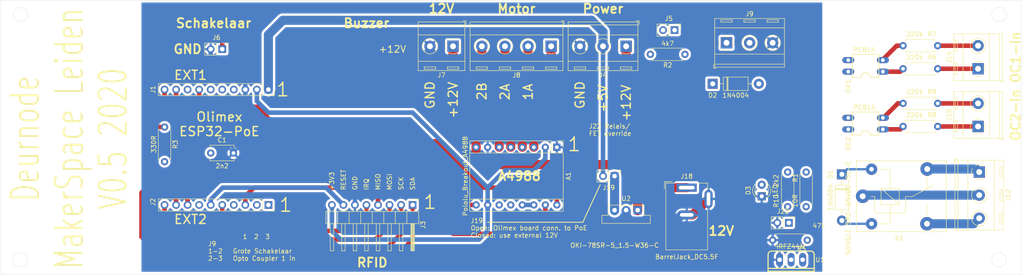
<source format=kicad_pcb>
(kicad_pcb (version 20171130) (host pcbnew "(5.0.0-3-g5ebb6b6)")

  (general
    (thickness 1.6)
    (drawings 50)
    (tracks 184)
    (zones 0)
    (modules 34)
    (nets 37)
  )

  (page A4)
  (title_block
    (title "Deurnode (based on Olimex ESP32-POE)")
    (date 2020-03-04)
    (rev "Version 0.6")
    (company "Makerspace Leiden")
    (comment 1 "Hans Beerman")
  )

  (layers
    (0 F.Cu signal)
    (31 B.Cu signal)
    (32 B.Adhes user)
    (33 F.Adhes user)
    (34 B.Paste user)
    (35 F.Paste user)
    (36 B.SilkS user)
    (37 F.SilkS user)
    (38 B.Mask user)
    (39 F.Mask user)
    (40 Dwgs.User user)
    (41 Cmts.User user)
    (42 Eco1.User user)
    (43 Eco2.User user)
    (44 Edge.Cuts user)
    (45 Margin user)
    (46 B.CrtYd user)
    (47 F.CrtYd user)
    (48 B.Fab user)
    (49 F.Fab user)
  )

  (setup
    (last_trace_width 1)
    (user_trace_width 0.5)
    (user_trace_width 0.75)
    (user_trace_width 1)
    (user_trace_width 1.5)
    (user_trace_width 2)
    (user_trace_width 3)
    (user_trace_width 4)
    (trace_clearance 0.2)
    (zone_clearance 0.508)
    (zone_45_only no)
    (trace_min 0.2)
    (segment_width 0.2)
    (edge_width 0.05)
    (via_size 0.8)
    (via_drill 0.4)
    (via_min_size 0.4)
    (via_min_drill 0.3)
    (uvia_size 0.3)
    (uvia_drill 0.1)
    (uvias_allowed no)
    (uvia_min_size 0.2)
    (uvia_min_drill 0.1)
    (pcb_text_width 0.3)
    (pcb_text_size 1.5 1.5)
    (mod_edge_width 0.12)
    (mod_text_size 1 1)
    (mod_text_width 0.15)
    (pad_size 2.5 2.5)
    (pad_drill 1.3)
    (pad_to_mask_clearance 0.051)
    (solder_mask_min_width 0.25)
    (aux_axis_origin 0 0)
    (visible_elements FFFFFF7F)
    (pcbplotparams
      (layerselection 0x010fc_ffffffff)
      (usegerberextensions false)
      (usegerberattributes false)
      (usegerberadvancedattributes false)
      (creategerberjobfile false)
      (excludeedgelayer true)
      (linewidth 0.100000)
      (plotframeref false)
      (viasonmask false)
      (mode 1)
      (useauxorigin false)
      (hpglpennumber 1)
      (hpglpenspeed 20)
      (hpglpendiameter 15.000000)
      (psnegative false)
      (psa4output false)
      (plotreference true)
      (plotvalue true)
      (plotinvisibletext false)
      (padsonsilk false)
      (subtractmaskfromsilk false)
      (outputformat 1)
      (mirror false)
      (drillshape 1)
      (scaleselection 1)
      (outputdirectory ""))
  )

  (net 0 "")
  (net 1 GND)
  (net 2 GPIO4_U1TXD)
  (net 3 3V3)
  (net 4 "Net-(A1-Pad3)")
  (net 5 "Net-(A1-Pad4)")
  (net 6 "Net-(A1-Pad5)")
  (net 7 "Net-(A1-Pad6)")
  (net 8 GPIO5_SPI_C5)
  (net 9 +12V)
  (net 10 GPIO2_HS2_DATA0)
  (net 11 GPI36_U1RXD)
  (net 12 +5V)
  (net 13 GPIO13_I2C-SDA)
  (net 14 GPIO14_HS2_CLK)
  (net 15 GPIO15_HS2_CMD)
  (net 16 GPIO16_I2C-SCL)
  (net 17 GPIO32)
  (net 18 GPIO33)
  (net 19 GPI35)
  (net 20 GPI39)
  (net 21 "Net-(J6-Pad1)")
  (net 22 "Net-(D1-Pad2)")
  (net 23 "Net-(J12-Pad3)")
  (net 24 "Net-(J12-Pad2)")
  (net 25 "Net-(J12-Pad1)")
  (net 26 "Net-(J14-Pad2)")
  (net 27 "Net-(J14-Pad1)")
  (net 28 "Net-(J15-Pad2)")
  (net 29 "Net-(J15-Pad1)")
  (net 30 "Net-(OK1-Pad1)")
  (net 31 "Net-(OK2-Pad1)")
  (net 32 "Net-(D3-Pad2)")
  (net 33 "Net-(J19-Pad1)")
  (net 34 "Net-(OK1-Pad2)")
  (net 35 "Net-(OK2-Pad2)")
  (net 36 "Net-(R1-Pad1)")

  (net_class Default "This is the default net class."
    (clearance 0.2)
    (trace_width 1)
    (via_dia 0.8)
    (via_drill 0.4)
    (uvia_dia 0.3)
    (uvia_drill 0.1)
    (add_net GPI35)
    (add_net GPI36_U1RXD)
    (add_net GPI39)
    (add_net GPIO13_I2C-SDA)
    (add_net GPIO14_HS2_CLK)
    (add_net GPIO15_HS2_CMD)
    (add_net GPIO16_I2C-SCL)
    (add_net GPIO2_HS2_DATA0)
    (add_net GPIO32)
    (add_net GPIO33)
    (add_net GPIO4_U1TXD)
    (add_net GPIO5_SPI_C5)
    (add_net "Net-(A1-Pad3)")
    (add_net "Net-(A1-Pad4)")
    (add_net "Net-(A1-Pad5)")
    (add_net "Net-(A1-Pad6)")
    (add_net "Net-(D1-Pad2)")
    (add_net "Net-(D3-Pad2)")
    (add_net "Net-(J19-Pad1)")
    (add_net "Net-(J6-Pad1)")
    (add_net "Net-(OK1-Pad1)")
    (add_net "Net-(OK1-Pad2)")
    (add_net "Net-(OK2-Pad1)")
    (add_net "Net-(OK2-Pad2)")
    (add_net "Net-(R1-Pad1)")
  )

  (net_class MAINS ""
    (clearance 6)
    (trace_width 2)
    (via_dia 0.8)
    (via_drill 0.4)
    (uvia_dia 0.3)
    (uvia_drill 0.1)
    (add_net "Net-(J12-Pad1)")
    (add_net "Net-(J12-Pad2)")
    (add_net "Net-(J12-Pad3)")
    (add_net "Net-(J14-Pad1)")
    (add_net "Net-(J14-Pad2)")
    (add_net "Net-(J15-Pad1)")
    (add_net "Net-(J15-Pad2)")
  )

  (net_class OldDefault ""
    (clearance 0.2)
    (trace_width 0.25)
    (via_dia 0.8)
    (via_drill 0.4)
    (uvia_dia 0.3)
    (uvia_drill 0.1)
  )

  (net_class PWRGND ""
    (clearance 0.2)
    (trace_width 2)
    (via_dia 0.8)
    (via_drill 0.4)
    (uvia_dia 0.3)
    (uvia_drill 0.1)
    (add_net +12V)
    (add_net +5V)
    (add_net 3V3)
    (add_net GND)
  )

  (module Relay_THT:Relay_SPDT_SANYOU_SRD_Series_Form_C (layer F.Cu) (tedit 58FA3148) (tstamp 5E56AB0A)
    (at 227.33 114.3)
    (descr "relay Sanyou SRD series Form C http://www.sanyourelay.ca/public/products/pdf/SRD.pdf")
    (tags "relay Sanyu SRD form C")
    (path /5E55A5A5)
    (fp_text reference K1 (at 8.1 9.2) (layer F.SilkS)
      (effects (font (size 1 1) (thickness 0.15)))
    )
    (fp_text value "SONGLE SRD-05VDC-SL-C" (at -3.175 2.54 90) (layer F.SilkS)
      (effects (font (size 1 1) (thickness 0.15)))
    )
    (fp_line (start 8.05 1.85) (end 4.05 1.85) (layer F.SilkS) (width 0.12))
    (fp_line (start 8.05 -1.75) (end 8.05 1.85) (layer F.SilkS) (width 0.12))
    (fp_line (start 4.05 -1.75) (end 8.05 -1.75) (layer F.SilkS) (width 0.12))
    (fp_line (start 4.05 1.85) (end 4.05 -1.75) (layer F.SilkS) (width 0.12))
    (fp_line (start 8.05 1.85) (end 4.05 -1.75) (layer F.SilkS) (width 0.12))
    (fp_line (start 6.05 1.85) (end 6.05 6.05) (layer F.SilkS) (width 0.12))
    (fp_line (start 6.05 -5.95) (end 6.05 -1.75) (layer F.SilkS) (width 0.12))
    (fp_line (start 2.65 0.05) (end 2.65 3.65) (layer F.SilkS) (width 0.12))
    (fp_line (start 9.45 0.05) (end 9.45 3.65) (layer F.SilkS) (width 0.12))
    (fp_line (start 9.45 3.65) (end 2.65 3.65) (layer F.SilkS) (width 0.12))
    (fp_line (start 10.95 0.05) (end 15.55 -2.45) (layer F.SilkS) (width 0.12))
    (fp_line (start 9.45 0.05) (end 10.95 0.05) (layer F.SilkS) (width 0.12))
    (fp_line (start 6.05 -5.95) (end 3.55 -5.95) (layer F.SilkS) (width 0.12))
    (fp_line (start 2.65 0.05) (end 1.85 0.05) (layer F.SilkS) (width 0.12))
    (fp_line (start 3.55 6.05) (end 6.05 6.05) (layer F.SilkS) (width 0.12))
    (fp_line (start 14.15 -4.2) (end 14.15 -1.7) (layer F.SilkS) (width 0.12))
    (fp_line (start 14.15 4.2) (end 14.15 1.75) (layer F.SilkS) (width 0.12))
    (fp_line (start -1.55 7.95) (end 18.55 7.95) (layer F.CrtYd) (width 0.05))
    (fp_line (start 18.55 -7.95) (end 18.55 7.95) (layer F.CrtYd) (width 0.05))
    (fp_line (start -1.55 7.95) (end -1.55 -7.95) (layer F.CrtYd) (width 0.05))
    (fp_line (start 18.55 -7.95) (end -1.55 -7.95) (layer F.CrtYd) (width 0.05))
    (fp_text user %R (at 7.1 0.025) (layer F.Fab)
      (effects (font (size 1 1) (thickness 0.15)))
    )
    (fp_line (start -1.3 7.7) (end -1.3 -7.7) (layer F.Fab) (width 0.12))
    (fp_line (start 18.3 7.7) (end -1.3 7.7) (layer F.Fab) (width 0.12))
    (fp_line (start 18.3 -7.7) (end 18.3 7.7) (layer F.Fab) (width 0.12))
    (fp_line (start -1.3 -7.7) (end 18.3 -7.7) (layer F.Fab) (width 0.12))
    (fp_text user 1 (at 0 -2.3) (layer F.Fab)
      (effects (font (size 1 1) (thickness 0.15)))
    )
    (fp_line (start 18.4 7.8) (end -1.4 7.8) (layer F.SilkS) (width 0.12))
    (fp_line (start 18.4 -7.8) (end 18.4 7.8) (layer F.SilkS) (width 0.12))
    (fp_line (start -1.4 -7.8) (end 18.4 -7.8) (layer F.SilkS) (width 0.12))
    (fp_line (start -1.4 -7.8) (end -1.4 -1.2) (layer F.SilkS) (width 0.12))
    (fp_line (start -1.4 1.2) (end -1.4 7.8) (layer F.SilkS) (width 0.12))
    (pad 1 thru_hole circle (at 0 0 90) (size 3 3) (drill 1.3) (layers *.Cu *.Mask)
      (net 24 "Net-(J12-Pad2)"))
    (pad 5 thru_hole circle (at 1.95 -5.95 90) (size 2.5 2.5) (drill 1) (layers *.Cu *.Mask)
      (net 12 +5V))
    (pad 4 thru_hole circle (at 14.2 -6 90) (size 3 3) (drill 1.3) (layers *.Cu *.Mask)
      (net 25 "Net-(J12-Pad1)"))
    (pad 3 thru_hole circle (at 14.15 6.05 90) (size 3 3) (drill 1.3) (layers *.Cu *.Mask)
      (net 23 "Net-(J12-Pad3)"))
    (pad 2 thru_hole circle (at 1.95 6.05 90) (size 2.5 2.5) (drill 1) (layers *.Cu *.Mask)
      (net 22 "Net-(D1-Pad2)"))
    (model ${KISYS3DMOD}/Relay_THT.3dshapes/Relay_SPDT_SANYOU_SRD_Series_Form_C.wrl
      (at (xyz 0 0 0))
      (scale (xyz 1 1 1))
      (rotate (xyz 0 0 0))
    )
  )

  (module Footprints:BarrelJack_DC5.5F (layer F.Cu) (tedit 5E60D08C) (tstamp 5E6198AF)
    (at 188.595 112.395)
    (descr "Wuerth electronics barrel jack connector (5.5mm outher diameter, inner diameter 2.05mm or 2.55mm depending on exact order number), See: http://katalog.we-online.de/em/datasheet/6941xx301002.pdf")
    (tags "connector barrel jack")
    (path /5E612FDC)
    (fp_text reference J18 (at 0 -2.5) (layer F.SilkS)
      (effects (font (size 1 1) (thickness 0.15)))
    )
    (fp_text value BarrelJack_DC5.5F (at 0 15.24) (layer F.SilkS)
      (effects (font (size 1 1) (thickness 0.15)))
    )
    (fp_line (start 5 14.1) (end 5 5) (layer F.CrtYd) (width 0.05))
    (fp_line (start 4.6 4.7) (end 4.6 13.7) (layer F.SilkS) (width 0.12))
    (fp_line (start -4.5 0.1) (end -3.5 -0.9) (layer F.Fab) (width 0.1))
    (fp_line (start 4.5 -0.9) (end -3.5 -0.9) (layer F.Fab) (width 0.1))
    (fp_line (start 4.5 -0.9) (end 4.5 13.6) (layer F.Fab) (width 0.1))
    (fp_line (start 4.5 13.6) (end -4.5 13.6) (layer F.Fab) (width 0.1))
    (fp_line (start -4.5 13.6) (end -4.5 0.1) (layer F.Fab) (width 0.1))
    (fp_text user %R (at 0 7.5) (layer F.Fab)
      (effects (font (size 1 1) (thickness 0.15)))
    )
    (fp_line (start 4.6 13.7) (end -4.6 13.7) (layer F.SilkS) (width 0.12))
    (fp_line (start -4.6 13.7) (end -4.6 -1) (layer F.SilkS) (width 0.12))
    (fp_line (start 2.5 -1) (end 4.6 -1) (layer F.SilkS) (width 0.12))
    (fp_line (start 4.6 -1) (end 4.6 0.3) (layer F.SilkS) (width 0.12))
    (fp_line (start -3.2 -1.3) (end -4.9 -1.3) (layer F.SilkS) (width 0.12))
    (fp_line (start -4.9 -1.3) (end -4.9 0.3) (layer F.SilkS) (width 0.12))
    (fp_line (start 5 -1.4) (end -5 -1.4) (layer F.CrtYd) (width 0.05))
    (fp_line (start -5 -1.4) (end -5 14.1) (layer F.CrtYd) (width 0.05))
    (fp_line (start -5 14.1) (end 5 14.1) (layer F.CrtYd) (width 0.05))
    (fp_line (start 5 0) (end 5 -1.4) (layer F.CrtYd) (width 0.05))
    (fp_line (start 6.2 0) (end 6.2 5) (layer F.CrtYd) (width 0.05))
    (fp_line (start 6.2 5) (end 5 5) (layer F.CrtYd) (width 0.05))
    (fp_line (start 6.2 0) (end 5 0) (layer F.CrtYd) (width 0.05))
    (fp_line (start -4.6 -1) (end -2.5 -1) (layer F.SilkS) (width 0.12))
    (pad 3 thru_hole oval (at 4.8 2.5 90) (size 4 1.8) (drill oval 3 0.8) (layers *.Cu *.Mask)
      (net 1 GND))
    (pad 2 thru_hole oval (at 0 6) (size 4 1.8) (drill oval 3 0.8) (layers *.Cu *.Mask)
      (net 1 GND))
    (pad 1 thru_hole rect (at 0 0) (size 4.4 1.8) (drill oval 3.5 0.8) (layers *.Cu *.Mask)
      (net 9 +12V))
    (model ${KISYS3DMOD}/Connector_BarrelJack.3dshapes/BarrelJack_Wuerth_6941xx301002.wrl
      (at (xyz 0 0 0))
      (scale (xyz 1 1 1))
      (rotate (xyz 0 0 0))
    )
  )

  (module Converter_DCDC:Converter_DCDC_muRata_OKI-78SR_Vertical (layer F.Cu) (tedit 5BAE2432) (tstamp 5E61749D)
    (at 177.8 117.35 180)
    (descr https://power.murata.com/data/power/oki-78sr.pdf)
    (tags "78sr3.3 78sr5 78sr9 78sr12 78srXX")
    (path /5E5D0A07)
    (fp_text reference U2 (at 2.54 2.54 180) (layer F.SilkS)
      (effects (font (size 1 1) (thickness 0.15)))
    )
    (fp_text value OKI-78SR-5_1.5-W36-C (at 5.08 -7.745 180) (layer F.SilkS)
      (effects (font (size 1 1) (thickness 0.15)))
    )
    (fp_line (start -2.91 -5.44) (end -2.91 3.41) (layer F.CrtYd) (width 0.05))
    (fp_line (start 8 -5.44) (end -2.91 -5.44) (layer F.CrtYd) (width 0.05))
    (fp_line (start 8 3.41) (end 8 -5.44) (layer F.CrtYd) (width 0.05))
    (fp_line (start -2.91 3.41) (end 8 3.41) (layer F.CrtYd) (width 0.05))
    (fp_line (start -1.4 -1.14) (end -2.79 -1.14) (layer F.SilkS) (width 0.12))
    (fp_line (start -1.4 1.1) (end -1.4 -1.14) (layer F.SilkS) (width 0.12))
    (fp_line (start 6.48 1.1) (end -1.4 1.1) (layer F.SilkS) (width 0.12))
    (fp_line (start 6.48 -1.14) (end 6.48 1.1) (layer F.SilkS) (width 0.12))
    (fp_line (start 7.88 -1.14) (end 6.48 -1.14) (layer F.SilkS) (width 0.12))
    (fp_line (start 7.747 3.302) (end -2.667 3.302) (layer F.Fab) (width 0.1))
    (fp_line (start 7.747 -1.27) (end 7.747 3.302) (layer F.Fab) (width 0.1))
    (fp_line (start 7.747 -2.794) (end 7.747 -1.27) (layer F.Fab) (width 0.1))
    (fp_line (start -1.27 0.762) (end -1.27 -1.27) (layer F.Fab) (width 0.1))
    (fp_line (start 6.35 -1.27) (end 6.35 0.762) (layer F.Fab) (width 0.1))
    (fp_line (start 5.4864 0.762) (end 6.35 0.762) (layer F.Fab) (width 0.1))
    (fp_line (start 2.9464 0.762) (end 4.6736 0.762) (layer F.Fab) (width 0.1))
    (fp_line (start 0.4064 0.762) (end 2.1336 0.762) (layer F.Fab) (width 0.1))
    (fp_line (start -1.27 0.762) (end -0.4064 0.762) (layer F.Fab) (width 0.1))
    (fp_line (start 0.4064 0.762) (end -0.4064 0.762) (layer F.Fab) (width 0.1))
    (fp_line (start 2.9464 0.762) (end 2.1336 0.762) (layer F.Fab) (width 0.1))
    (fp_line (start 5.4864 0.762) (end 4.6736 0.762) (layer F.Fab) (width 0.1))
    (fp_line (start 7.366 -2.794) (end 7.366 -5.334) (layer F.Fab) (width 0.1))
    (fp_line (start 7.366 -5.334) (end -2.286 -5.334) (layer F.Fab) (width 0.1))
    (fp_line (start -2.286 -5.334) (end -2.286 -2.794) (layer F.Fab) (width 0.1))
    (fp_line (start -2.667 -2.794) (end 7.747 -2.794) (layer F.Fab) (width 0.1))
    (fp_line (start -2.667 -2.794) (end -2.667 -1.27) (layer F.Fab) (width 0.1))
    (fp_line (start -2.667 -1.27) (end 7.747 -1.27) (layer F.Fab) (width 0.1))
    (fp_line (start -2.667 -1.27) (end -2.667 3.302) (layer F.Fab) (width 0.1))
    (fp_text user %R (at 2.54 -1.9558 180) (layer F.Fab)
      (effects (font (size 1 1) (thickness 0.15)))
    )
    (fp_line (start 7.88 -1.15) (end 7.88 -2.92) (layer F.SilkS) (width 0.12))
    (fp_line (start 7.88 -2.92) (end -2.79 -2.92) (layer F.SilkS) (width 0.12))
    (fp_line (start -2.79 -2.92) (end -2.79 -1.14) (layer F.SilkS) (width 0.12))
    (pad 1 thru_hole rect (at 0 0 180) (size 1.8 1.8) (drill 1) (layers *.Cu *.Mask)
      (net 9 +12V))
    (pad 2 thru_hole circle (at 2.54 0 180) (size 1.8 1.8) (drill 1) (layers *.Cu *.Mask)
      (net 1 GND))
    (pad 3 thru_hole circle (at 5.08 0 180) (size 1.8 1.8) (drill 1) (layers *.Cu *.Mask)
      (net 33 "Net-(J19-Pad1)"))
    (model ${KISYS3DMOD}/Converter_DCDC.3dshapes/Converter_DCDC_muRata_OKI-78sr_vertical.wrl
      (at (xyz 0 0 0))
      (scale (xyz 1 1 1))
      (rotate (xyz 0 0 0))
    )
  )

  (module Connector_PinHeader_2.54mm:PinHeader_1x02_P2.54mm_Vertical (layer F.Cu) (tedit 59FED5CC) (tstamp 5E62568C)
    (at 211.074 120.142 270)
    (descr "Through hole straight pin header, 1x02, 2.54mm pitch, single row")
    (tags "Through hole pin header THT 1x02 2.54mm single row")
    (path /5E6404FC)
    (fp_text reference J22 (at -2.54 1.27 180) (layer F.SilkS)
      (effects (font (size 1 1) (thickness 0.15)))
    )
    (fp_text value "Force output ON" (at 0 4.87 90) (layer F.Fab)
      (effects (font (size 1 1) (thickness 0.15)))
    )
    (fp_text user %R (at 0 1.27) (layer F.Fab)
      (effects (font (size 1 1) (thickness 0.15)))
    )
    (fp_line (start 1.8 -1.8) (end -1.8 -1.8) (layer F.CrtYd) (width 0.05))
    (fp_line (start 1.8 4.35) (end 1.8 -1.8) (layer F.CrtYd) (width 0.05))
    (fp_line (start -1.8 4.35) (end 1.8 4.35) (layer F.CrtYd) (width 0.05))
    (fp_line (start -1.8 -1.8) (end -1.8 4.35) (layer F.CrtYd) (width 0.05))
    (fp_line (start -1.33 -1.33) (end 0 -1.33) (layer F.SilkS) (width 0.12))
    (fp_line (start -1.33 0) (end -1.33 -1.33) (layer F.SilkS) (width 0.12))
    (fp_line (start -1.33 1.27) (end 1.33 1.27) (layer F.SilkS) (width 0.12))
    (fp_line (start 1.33 1.27) (end 1.33 3.87) (layer F.SilkS) (width 0.12))
    (fp_line (start -1.33 1.27) (end -1.33 3.87) (layer F.SilkS) (width 0.12))
    (fp_line (start -1.33 3.87) (end 1.33 3.87) (layer F.SilkS) (width 0.12))
    (fp_line (start -1.27 -0.635) (end -0.635 -1.27) (layer F.Fab) (width 0.1))
    (fp_line (start -1.27 3.81) (end -1.27 -0.635) (layer F.Fab) (width 0.1))
    (fp_line (start 1.27 3.81) (end -1.27 3.81) (layer F.Fab) (width 0.1))
    (fp_line (start 1.27 -1.27) (end 1.27 3.81) (layer F.Fab) (width 0.1))
    (fp_line (start -0.635 -1.27) (end 1.27 -1.27) (layer F.Fab) (width 0.1))
    (pad 2 thru_hole oval (at 0 2.54 270) (size 1.7 1.7) (drill 1) (layers *.Cu *.Mask)
      (net 1 GND))
    (pad 1 thru_hole rect (at 0 0 270) (size 1.7 1.7) (drill 1) (layers *.Cu *.Mask)
      (net 22 "Net-(D1-Pad2)"))
    (model ${KISYS3DMOD}/Connector_PinHeader_2.54mm.3dshapes/PinHeader_1x02_P2.54mm_Vertical.wrl
      (at (xyz 0 0 0))
      (scale (xyz 1 1 1))
      (rotate (xyz 0 0 0))
    )
  )

  (module Connector_PinHeader_2.54mm:PinHeader_1x02_P2.54mm_Vertical (layer F.Cu) (tedit 59FED5CC) (tstamp 5E5D5DC9)
    (at 172.72 109.855 270)
    (descr "Through hole straight pin header, 1x02, 2.54mm pitch, single row")
    (tags "Through hole pin header THT 1x02 2.54mm single row")
    (path /5E5DCC3F)
    (fp_text reference J19 (at 2.54 1.27 180) (layer F.SilkS)
      (effects (font (size 1 1) (thickness 0.15)))
    )
    (fp_text value "Jumper Use external 12V" (at 0.635 5.08 90) (layer F.Fab)
      (effects (font (size 1 1) (thickness 0.15)))
    )
    (fp_text user %R (at 0 1.27) (layer F.Fab)
      (effects (font (size 1 1) (thickness 0.15)))
    )
    (fp_line (start 1.8 -1.8) (end -1.8 -1.8) (layer F.CrtYd) (width 0.05))
    (fp_line (start 1.8 4.35) (end 1.8 -1.8) (layer F.CrtYd) (width 0.05))
    (fp_line (start -1.8 4.35) (end 1.8 4.35) (layer F.CrtYd) (width 0.05))
    (fp_line (start -1.8 -1.8) (end -1.8 4.35) (layer F.CrtYd) (width 0.05))
    (fp_line (start -1.33 -1.33) (end 0 -1.33) (layer F.SilkS) (width 0.12))
    (fp_line (start -1.33 0) (end -1.33 -1.33) (layer F.SilkS) (width 0.12))
    (fp_line (start -1.33 1.27) (end 1.33 1.27) (layer F.SilkS) (width 0.12))
    (fp_line (start 1.33 1.27) (end 1.33 3.87) (layer F.SilkS) (width 0.12))
    (fp_line (start -1.33 1.27) (end -1.33 3.87) (layer F.SilkS) (width 0.12))
    (fp_line (start -1.33 3.87) (end 1.33 3.87) (layer F.SilkS) (width 0.12))
    (fp_line (start -1.27 -0.635) (end -0.635 -1.27) (layer F.Fab) (width 0.1))
    (fp_line (start -1.27 3.81) (end -1.27 -0.635) (layer F.Fab) (width 0.1))
    (fp_line (start 1.27 3.81) (end -1.27 3.81) (layer F.Fab) (width 0.1))
    (fp_line (start 1.27 -1.27) (end 1.27 3.81) (layer F.Fab) (width 0.1))
    (fp_line (start -0.635 -1.27) (end 1.27 -1.27) (layer F.Fab) (width 0.1))
    (pad 2 thru_hole oval (at 0 2.54 270) (size 1.7 1.7) (drill 1) (layers *.Cu *.Mask)
      (net 12 +5V))
    (pad 1 thru_hole rect (at 0 0 270) (size 1.7 1.7) (drill 1) (layers *.Cu *.Mask)
      (net 33 "Net-(J19-Pad1)"))
    (model ${KISYS3DMOD}/Connector_PinHeader_2.54mm.3dshapes/PinHeader_1x02_P2.54mm_Vertical.wrl
      (at (xyz 0 0 0))
      (scale (xyz 1 1 1))
      (rotate (xyz 0 0 0))
    )
  )

  (module Resistor_THT:R_Axial_DIN0207_L6.3mm_D2.5mm_P7.62mm_Horizontal (layer F.Cu) (tedit 5AE5139B) (tstamp 5E625736)
    (at 210.82 116.586 90)
    (descr "Resistor, Axial_DIN0207 series, Axial, Horizontal, pin pitch=7.62mm, 0.25W = 1/4W, length*diameter=6.3*2.5mm^2, http://cdn-reichelt.de/documents/datenblatt/B400/1_4W%23YAG.pdf")
    (tags "Resistor Axial_DIN0207 series Axial Horizontal pin pitch 7.62mm 0.25W = 1/4W length 6.3mm diameter 2.5mm")
    (path /5E5D8FE6)
    (fp_text reference R10 (at 1.27 -2.54 90) (layer F.SilkS)
      (effects (font (size 1 1) (thickness 0.15)))
    )
    (fp_text value 2k2 (at 5.715 -2.54 90) (layer F.SilkS)
      (effects (font (size 1 1) (thickness 0.15)))
    )
    (fp_text user %R (at 3.81 0 90) (layer F.Fab)
      (effects (font (size 1 1) (thickness 0.15)))
    )
    (fp_line (start 8.67 -1.5) (end -1.05 -1.5) (layer F.CrtYd) (width 0.05))
    (fp_line (start 8.67 1.5) (end 8.67 -1.5) (layer F.CrtYd) (width 0.05))
    (fp_line (start -1.05 1.5) (end 8.67 1.5) (layer F.CrtYd) (width 0.05))
    (fp_line (start -1.05 -1.5) (end -1.05 1.5) (layer F.CrtYd) (width 0.05))
    (fp_line (start 7.08 1.37) (end 7.08 1.04) (layer F.SilkS) (width 0.12))
    (fp_line (start 0.54 1.37) (end 7.08 1.37) (layer F.SilkS) (width 0.12))
    (fp_line (start 0.54 1.04) (end 0.54 1.37) (layer F.SilkS) (width 0.12))
    (fp_line (start 7.08 -1.37) (end 7.08 -1.04) (layer F.SilkS) (width 0.12))
    (fp_line (start 0.54 -1.37) (end 7.08 -1.37) (layer F.SilkS) (width 0.12))
    (fp_line (start 0.54 -1.04) (end 0.54 -1.37) (layer F.SilkS) (width 0.12))
    (fp_line (start 7.62 0) (end 6.96 0) (layer F.Fab) (width 0.1))
    (fp_line (start 0 0) (end 0.66 0) (layer F.Fab) (width 0.1))
    (fp_line (start 6.96 -1.25) (end 0.66 -1.25) (layer F.Fab) (width 0.1))
    (fp_line (start 6.96 1.25) (end 6.96 -1.25) (layer F.Fab) (width 0.1))
    (fp_line (start 0.66 1.25) (end 6.96 1.25) (layer F.Fab) (width 0.1))
    (fp_line (start 0.66 -1.25) (end 0.66 1.25) (layer F.Fab) (width 0.1))
    (pad 2 thru_hole oval (at 7.62 0 90) (size 1.6 1.6) (drill 0.8) (layers *.Cu *.Mask)
      (net 32 "Net-(D3-Pad2)"))
    (pad 1 thru_hole circle (at 0 0 90) (size 1.6 1.6) (drill 0.8) (layers *.Cu *.Mask)
      (net 22 "Net-(D1-Pad2)"))
    (model ${KISYS3DMOD}/Resistor_THT.3dshapes/R_Axial_DIN0207_L6.3mm_D2.5mm_P7.62mm_Horizontal.wrl
      (at (xyz 0 0 0))
      (scale (xyz 1 1 1))
      (rotate (xyz 0 0 0))
    )
  )

  (module LED_THT:LED_D3.0mm (layer F.Cu) (tedit 587A3A7B) (tstamp 5E5950FB)
    (at 205.105 114.3 90)
    (descr "LED, diameter 3.0mm, 2 pins")
    (tags "LED diameter 3.0mm 2 pins")
    (path /5E5BC9B9)
    (fp_text reference D3 (at 1.27 -2.96 -90) (layer F.SilkS)
      (effects (font (size 1 1) (thickness 0.15)))
    )
    (fp_text value LED (at 1.27 2.96 -90) (layer F.SilkS)
      (effects (font (size 1 1) (thickness 0.15)))
    )
    (fp_line (start 3.7 -2.25) (end -1.15 -2.25) (layer F.CrtYd) (width 0.05))
    (fp_line (start 3.7 2.25) (end 3.7 -2.25) (layer F.CrtYd) (width 0.05))
    (fp_line (start -1.15 2.25) (end 3.7 2.25) (layer F.CrtYd) (width 0.05))
    (fp_line (start -1.15 -2.25) (end -1.15 2.25) (layer F.CrtYd) (width 0.05))
    (fp_line (start -0.29 1.08) (end -0.29 1.236) (layer F.SilkS) (width 0.12))
    (fp_line (start -0.29 -1.236) (end -0.29 -1.08) (layer F.SilkS) (width 0.12))
    (fp_line (start -0.23 -1.16619) (end -0.23 1.16619) (layer F.Fab) (width 0.1))
    (fp_circle (center 1.27 0) (end 2.77 0) (layer F.Fab) (width 0.1))
    (fp_arc (start 1.27 0) (end 0.229039 1.08) (angle -87.9) (layer F.SilkS) (width 0.12))
    (fp_arc (start 1.27 0) (end 0.229039 -1.08) (angle 87.9) (layer F.SilkS) (width 0.12))
    (fp_arc (start 1.27 0) (end -0.29 1.235516) (angle -108.8) (layer F.SilkS) (width 0.12))
    (fp_arc (start 1.27 0) (end -0.29 -1.235516) (angle 108.8) (layer F.SilkS) (width 0.12))
    (fp_arc (start 1.27 0) (end -0.23 -1.16619) (angle 284.3) (layer F.Fab) (width 0.1))
    (pad 2 thru_hole circle (at 2.54 0 90) (size 1.8 1.8) (drill 0.9) (layers *.Cu *.Mask)
      (net 32 "Net-(D3-Pad2)"))
    (pad 1 thru_hole rect (at 0 0 90) (size 1.8 1.8) (drill 0.9) (layers *.Cu *.Mask)
      (net 1 GND))
    (model ${KISYS3DMOD}/LED_THT.3dshapes/LED_D3.0mm.wrl
      (at (xyz 0 0 0))
      (scale (xyz 1 1 1))
      (rotate (xyz 0 0 0))
    )
  )

  (module Diode_THT:D_DO-41_SOD81_P10.16mm_Horizontal (layer F.Cu) (tedit 5AE50CD5) (tstamp 5E624A7B)
    (at 194.31 89.535)
    (descr "Diode, DO-41_SOD81 series, Axial, Horizontal, pin pitch=10.16mm, , length*diameter=5.2*2.7mm^2, , http://www.diodes.com/_files/packages/DO-41%20(Plastic).pdf")
    (tags "Diode DO-41_SOD81 series Axial Horizontal pin pitch 10.16mm  length 5.2mm diameter 2.7mm")
    (path /5E59A592)
    (fp_text reference D2 (at 0 2.54 -180) (layer F.SilkS)
      (effects (font (size 1 1) (thickness 0.15)))
    )
    (fp_text value 1N4004 (at 5.08 2.54 -180) (layer F.SilkS)
      (effects (font (size 1 1) (thickness 0.15)))
    )
    (fp_text user K (at 0 -2.1 -180) (layer F.Fab)
      (effects (font (size 1 1) (thickness 0.15)))
    )
    (fp_text user K (at 0 -2.1 -180) (layer F.Fab)
      (effects (font (size 1 1) (thickness 0.15)))
    )
    (fp_text user %R (at 5.47 0 -180) (layer F.Fab)
      (effects (font (size 1 1) (thickness 0.15)))
    )
    (fp_line (start 11.51 -1.6) (end -1.35 -1.6) (layer F.CrtYd) (width 0.05))
    (fp_line (start 11.51 1.6) (end 11.51 -1.6) (layer F.CrtYd) (width 0.05))
    (fp_line (start -1.35 1.6) (end 11.51 1.6) (layer F.CrtYd) (width 0.05))
    (fp_line (start -1.35 -1.6) (end -1.35 1.6) (layer F.CrtYd) (width 0.05))
    (fp_line (start 3.14 -1.47) (end 3.14 1.47) (layer F.SilkS) (width 0.12))
    (fp_line (start 3.38 -1.47) (end 3.38 1.47) (layer F.SilkS) (width 0.12))
    (fp_line (start 3.26 -1.47) (end 3.26 1.47) (layer F.SilkS) (width 0.12))
    (fp_line (start 8.82 0) (end 7.8 0) (layer F.SilkS) (width 0.12))
    (fp_line (start 1.34 0) (end 2.36 0) (layer F.SilkS) (width 0.12))
    (fp_line (start 7.8 -1.47) (end 2.36 -1.47) (layer F.SilkS) (width 0.12))
    (fp_line (start 7.8 1.47) (end 7.8 -1.47) (layer F.SilkS) (width 0.12))
    (fp_line (start 2.36 1.47) (end 7.8 1.47) (layer F.SilkS) (width 0.12))
    (fp_line (start 2.36 -1.47) (end 2.36 1.47) (layer F.SilkS) (width 0.12))
    (fp_line (start 3.16 -1.35) (end 3.16 1.35) (layer F.Fab) (width 0.1))
    (fp_line (start 3.36 -1.35) (end 3.36 1.35) (layer F.Fab) (width 0.1))
    (fp_line (start 3.26 -1.35) (end 3.26 1.35) (layer F.Fab) (width 0.1))
    (fp_line (start 10.16 0) (end 7.68 0) (layer F.Fab) (width 0.1))
    (fp_line (start 0 0) (end 2.48 0) (layer F.Fab) (width 0.1))
    (fp_line (start 7.68 -1.35) (end 2.48 -1.35) (layer F.Fab) (width 0.1))
    (fp_line (start 7.68 1.35) (end 7.68 -1.35) (layer F.Fab) (width 0.1))
    (fp_line (start 2.48 1.35) (end 7.68 1.35) (layer F.Fab) (width 0.1))
    (fp_line (start 2.48 -1.35) (end 2.48 1.35) (layer F.Fab) (width 0.1))
    (pad 2 thru_hole oval (at 10.16 0) (size 2.2 2.2) (drill 1.1) (layers *.Cu *.Mask)
      (net 22 "Net-(D1-Pad2)"))
    (pad 1 thru_hole rect (at 0 0) (size 2.2 2.2) (drill 1.1) (layers *.Cu *.Mask)
      (net 9 +12V))
    (model ${KISYS3DMOD}/Diode_THT.3dshapes/D_DO-41_SOD81_P10.16mm_Horizontal.wrl
      (at (xyz 0 0 0))
      (scale (xyz 1 1 1))
      (rotate (xyz 0 0 0))
    )
  )

  (module Resistor_THT:R_Axial_DIN0207_L6.3mm_D2.5mm_P7.62mm_Horizontal (layer F.Cu) (tedit 5AE5139B) (tstamp 5E624877)
    (at 243.84 93.853 180)
    (descr "Resistor, Axial_DIN0207 series, Axial, Horizontal, pin pitch=7.62mm, 0.25W = 1/4W, length*diameter=6.3*2.5mm^2, http://cdn-reichelt.de/documents/datenblatt/B400/1_4W%23YAG.pdf")
    (tags "Resistor Axial_DIN0207 series Axial Horizontal pin pitch 7.62mm 0.25W = 1/4W length 6.3mm diameter 2.5mm")
    (path /5E676B2D)
    (fp_text reference R9 (at 1.27 2.54 180) (layer F.SilkS)
      (effects (font (size 1 1) (thickness 0.15)))
    )
    (fp_text value 220k (at 5.08 2.54 180) (layer F.SilkS)
      (effects (font (size 1 1) (thickness 0.15)))
    )
    (fp_text user %R (at 3.81 0 180) (layer F.Fab)
      (effects (font (size 1 1) (thickness 0.15)))
    )
    (fp_line (start 8.67 -1.5) (end -1.05 -1.5) (layer F.CrtYd) (width 0.05))
    (fp_line (start 8.67 1.5) (end 8.67 -1.5) (layer F.CrtYd) (width 0.05))
    (fp_line (start -1.05 1.5) (end 8.67 1.5) (layer F.CrtYd) (width 0.05))
    (fp_line (start -1.05 -1.5) (end -1.05 1.5) (layer F.CrtYd) (width 0.05))
    (fp_line (start 7.08 1.37) (end 7.08 1.04) (layer F.SilkS) (width 0.12))
    (fp_line (start 0.54 1.37) (end 7.08 1.37) (layer F.SilkS) (width 0.12))
    (fp_line (start 0.54 1.04) (end 0.54 1.37) (layer F.SilkS) (width 0.12))
    (fp_line (start 7.08 -1.37) (end 7.08 -1.04) (layer F.SilkS) (width 0.12))
    (fp_line (start 0.54 -1.37) (end 7.08 -1.37) (layer F.SilkS) (width 0.12))
    (fp_line (start 0.54 -1.04) (end 0.54 -1.37) (layer F.SilkS) (width 0.12))
    (fp_line (start 7.62 0) (end 6.96 0) (layer F.Fab) (width 0.1))
    (fp_line (start 0 0) (end 0.66 0) (layer F.Fab) (width 0.1))
    (fp_line (start 6.96 -1.25) (end 0.66 -1.25) (layer F.Fab) (width 0.1))
    (fp_line (start 6.96 1.25) (end 6.96 -1.25) (layer F.Fab) (width 0.1))
    (fp_line (start 0.66 1.25) (end 6.96 1.25) (layer F.Fab) (width 0.1))
    (fp_line (start 0.66 -1.25) (end 0.66 1.25) (layer F.Fab) (width 0.1))
    (pad 2 thru_hole oval (at 7.62 0 180) (size 1.6 1.6) (drill 0.8) (layers *.Cu *.Mask)
      (net 35 "Net-(OK2-Pad2)"))
    (pad 1 thru_hole circle (at 0 0 180) (size 1.6 1.6) (drill 0.8) (layers *.Cu *.Mask)
      (net 28 "Net-(J15-Pad2)"))
    (model ${KISYS3DMOD}/Resistor_THT.3dshapes/R_Axial_DIN0207_L6.3mm_D2.5mm_P7.62mm_Horizontal.wrl
      (at (xyz 0 0 0))
      (scale (xyz 1 1 1))
      (rotate (xyz 0 0 0))
    )
  )

  (module Resistor_THT:R_Axial_DIN0207_L6.3mm_D2.5mm_P7.62mm_Horizontal (layer F.Cu) (tedit 5AE5139B) (tstamp 5E624835)
    (at 243.84 98.933 180)
    (descr "Resistor, Axial_DIN0207 series, Axial, Horizontal, pin pitch=7.62mm, 0.25W = 1/4W, length*diameter=6.3*2.5mm^2, http://cdn-reichelt.de/documents/datenblatt/B400/1_4W%23YAG.pdf")
    (tags "Resistor Axial_DIN0207 series Axial Horizontal pin pitch 7.62mm 0.25W = 1/4W length 6.3mm diameter 2.5mm")
    (path /5E676B27)
    (fp_text reference R8 (at 1.27 2.54 180) (layer F.SilkS)
      (effects (font (size 1 1) (thickness 0.15)))
    )
    (fp_text value 220k (at 5.08 2.54 180) (layer F.SilkS)
      (effects (font (size 1 1) (thickness 0.15)))
    )
    (fp_text user %R (at 3.81 0 180) (layer F.Fab)
      (effects (font (size 1 1) (thickness 0.15)))
    )
    (fp_line (start 8.67 -1.5) (end -1.05 -1.5) (layer F.CrtYd) (width 0.05))
    (fp_line (start 8.67 1.5) (end 8.67 -1.5) (layer F.CrtYd) (width 0.05))
    (fp_line (start -1.05 1.5) (end 8.67 1.5) (layer F.CrtYd) (width 0.05))
    (fp_line (start -1.05 -1.5) (end -1.05 1.5) (layer F.CrtYd) (width 0.05))
    (fp_line (start 7.08 1.37) (end 7.08 1.04) (layer F.SilkS) (width 0.12))
    (fp_line (start 0.54 1.37) (end 7.08 1.37) (layer F.SilkS) (width 0.12))
    (fp_line (start 0.54 1.04) (end 0.54 1.37) (layer F.SilkS) (width 0.12))
    (fp_line (start 7.08 -1.37) (end 7.08 -1.04) (layer F.SilkS) (width 0.12))
    (fp_line (start 0.54 -1.37) (end 7.08 -1.37) (layer F.SilkS) (width 0.12))
    (fp_line (start 0.54 -1.04) (end 0.54 -1.37) (layer F.SilkS) (width 0.12))
    (fp_line (start 7.62 0) (end 6.96 0) (layer F.Fab) (width 0.1))
    (fp_line (start 0 0) (end 0.66 0) (layer F.Fab) (width 0.1))
    (fp_line (start 6.96 -1.25) (end 0.66 -1.25) (layer F.Fab) (width 0.1))
    (fp_line (start 6.96 1.25) (end 6.96 -1.25) (layer F.Fab) (width 0.1))
    (fp_line (start 0.66 1.25) (end 6.96 1.25) (layer F.Fab) (width 0.1))
    (fp_line (start 0.66 -1.25) (end 0.66 1.25) (layer F.Fab) (width 0.1))
    (pad 2 thru_hole oval (at 7.62 0 180) (size 1.6 1.6) (drill 0.8) (layers *.Cu *.Mask)
      (net 31 "Net-(OK2-Pad1)"))
    (pad 1 thru_hole circle (at 0 0 180) (size 1.6 1.6) (drill 0.8) (layers *.Cu *.Mask)
      (net 29 "Net-(J15-Pad1)"))
    (model ${KISYS3DMOD}/Resistor_THT.3dshapes/R_Axial_DIN0207_L6.3mm_D2.5mm_P7.62mm_Horizontal.wrl
      (at (xyz 0 0 0))
      (scale (xyz 1 1 1))
      (rotate (xyz 0 0 0))
    )
  )

  (module Resistor_THT:R_Axial_DIN0207_L6.3mm_D2.5mm_P7.62mm_Horizontal (layer F.Cu) (tedit 5AE5139B) (tstamp 5E6247F3)
    (at 243.84 81.153 180)
    (descr "Resistor, Axial_DIN0207 series, Axial, Horizontal, pin pitch=7.62mm, 0.25W = 1/4W, length*diameter=6.3*2.5mm^2, http://cdn-reichelt.de/documents/datenblatt/B400/1_4W%23YAG.pdf")
    (tags "Resistor Axial_DIN0207 series Axial Horizontal pin pitch 7.62mm 0.25W = 1/4W length 6.3mm diameter 2.5mm")
    (path /5E5F9EE9)
    (fp_text reference R7 (at 1.27 2.54 180) (layer F.SilkS)
      (effects (font (size 1 1) (thickness 0.15)))
    )
    (fp_text value 220k (at 5.08 2.54 180) (layer F.SilkS)
      (effects (font (size 1 1) (thickness 0.15)))
    )
    (fp_text user %R (at 3.81 0 180) (layer F.Fab)
      (effects (font (size 1 1) (thickness 0.15)))
    )
    (fp_line (start 8.67 -1.5) (end -1.05 -1.5) (layer F.CrtYd) (width 0.05))
    (fp_line (start 8.67 1.5) (end 8.67 -1.5) (layer F.CrtYd) (width 0.05))
    (fp_line (start -1.05 1.5) (end 8.67 1.5) (layer F.CrtYd) (width 0.05))
    (fp_line (start -1.05 -1.5) (end -1.05 1.5) (layer F.CrtYd) (width 0.05))
    (fp_line (start 7.08 1.37) (end 7.08 1.04) (layer F.SilkS) (width 0.12))
    (fp_line (start 0.54 1.37) (end 7.08 1.37) (layer F.SilkS) (width 0.12))
    (fp_line (start 0.54 1.04) (end 0.54 1.37) (layer F.SilkS) (width 0.12))
    (fp_line (start 7.08 -1.37) (end 7.08 -1.04) (layer F.SilkS) (width 0.12))
    (fp_line (start 0.54 -1.37) (end 7.08 -1.37) (layer F.SilkS) (width 0.12))
    (fp_line (start 0.54 -1.04) (end 0.54 -1.37) (layer F.SilkS) (width 0.12))
    (fp_line (start 7.62 0) (end 6.96 0) (layer F.Fab) (width 0.1))
    (fp_line (start 0 0) (end 0.66 0) (layer F.Fab) (width 0.1))
    (fp_line (start 6.96 -1.25) (end 0.66 -1.25) (layer F.Fab) (width 0.1))
    (fp_line (start 6.96 1.25) (end 6.96 -1.25) (layer F.Fab) (width 0.1))
    (fp_line (start 0.66 1.25) (end 6.96 1.25) (layer F.Fab) (width 0.1))
    (fp_line (start 0.66 -1.25) (end 0.66 1.25) (layer F.Fab) (width 0.1))
    (pad 2 thru_hole oval (at 7.62 0 180) (size 1.6 1.6) (drill 0.8) (layers *.Cu *.Mask)
      (net 34 "Net-(OK1-Pad2)"))
    (pad 1 thru_hole circle (at 0 0 180) (size 1.6 1.6) (drill 0.8) (layers *.Cu *.Mask)
      (net 26 "Net-(J14-Pad2)"))
    (model ${KISYS3DMOD}/Resistor_THT.3dshapes/R_Axial_DIN0207_L6.3mm_D2.5mm_P7.62mm_Horizontal.wrl
      (at (xyz 0 0 0))
      (scale (xyz 1 1 1))
      (rotate (xyz 0 0 0))
    )
  )

  (module Resistor_THT:R_Axial_DIN0207_L6.3mm_D2.5mm_P7.62mm_Horizontal (layer F.Cu) (tedit 5AE5139B) (tstamp 5E6247B1)
    (at 243.84 86.233 180)
    (descr "Resistor, Axial_DIN0207 series, Axial, Horizontal, pin pitch=7.62mm, 0.25W = 1/4W, length*diameter=6.3*2.5mm^2, http://cdn-reichelt.de/documents/datenblatt/B400/1_4W%23YAG.pdf")
    (tags "Resistor Axial_DIN0207 series Axial Horizontal pin pitch 7.62mm 0.25W = 1/4W length 6.3mm diameter 2.5mm")
    (path /5E5F9735)
    (fp_text reference R6 (at 1.27 2.54 180) (layer F.SilkS)
      (effects (font (size 1 1) (thickness 0.15)))
    )
    (fp_text value 220k (at 5.08 2.54 180) (layer F.SilkS)
      (effects (font (size 1 1) (thickness 0.15)))
    )
    (fp_text user %R (at 3.81 0 180) (layer F.Fab)
      (effects (font (size 1 1) (thickness 0.15)))
    )
    (fp_line (start 8.67 -1.5) (end -1.05 -1.5) (layer F.CrtYd) (width 0.05))
    (fp_line (start 8.67 1.5) (end 8.67 -1.5) (layer F.CrtYd) (width 0.05))
    (fp_line (start -1.05 1.5) (end 8.67 1.5) (layer F.CrtYd) (width 0.05))
    (fp_line (start -1.05 -1.5) (end -1.05 1.5) (layer F.CrtYd) (width 0.05))
    (fp_line (start 7.08 1.37) (end 7.08 1.04) (layer F.SilkS) (width 0.12))
    (fp_line (start 0.54 1.37) (end 7.08 1.37) (layer F.SilkS) (width 0.12))
    (fp_line (start 0.54 1.04) (end 0.54 1.37) (layer F.SilkS) (width 0.12))
    (fp_line (start 7.08 -1.37) (end 7.08 -1.04) (layer F.SilkS) (width 0.12))
    (fp_line (start 0.54 -1.37) (end 7.08 -1.37) (layer F.SilkS) (width 0.12))
    (fp_line (start 0.54 -1.04) (end 0.54 -1.37) (layer F.SilkS) (width 0.12))
    (fp_line (start 7.62 0) (end 6.96 0) (layer F.Fab) (width 0.1))
    (fp_line (start 0 0) (end 0.66 0) (layer F.Fab) (width 0.1))
    (fp_line (start 6.96 -1.25) (end 0.66 -1.25) (layer F.Fab) (width 0.1))
    (fp_line (start 6.96 1.25) (end 6.96 -1.25) (layer F.Fab) (width 0.1))
    (fp_line (start 0.66 1.25) (end 6.96 1.25) (layer F.Fab) (width 0.1))
    (fp_line (start 0.66 -1.25) (end 0.66 1.25) (layer F.Fab) (width 0.1))
    (pad 2 thru_hole oval (at 7.62 0 180) (size 1.6 1.6) (drill 0.8) (layers *.Cu *.Mask)
      (net 30 "Net-(OK1-Pad1)"))
    (pad 1 thru_hole circle (at 0 0 180) (size 1.6 1.6) (drill 0.8) (layers *.Cu *.Mask)
      (net 27 "Net-(J14-Pad1)"))
    (model ${KISYS3DMOD}/Resistor_THT.3dshapes/R_Axial_DIN0207_L6.3mm_D2.5mm_P7.62mm_Horizontal.wrl
      (at (xyz 0 0 0))
      (scale (xyz 1 1 1))
      (rotate (xyz 0 0 0))
    )
  )

  (module Resistor_THT:R_Axial_DIN0207_L6.3mm_D2.5mm_P7.62mm_Horizontal (layer F.Cu) (tedit 5AE5139B) (tstamp 5E6257B9)
    (at 215.138 123.952 180)
    (descr "Resistor, Axial_DIN0207 series, Axial, Horizontal, pin pitch=7.62mm, 0.25W = 1/4W, length*diameter=6.3*2.5mm^2, http://cdn-reichelt.de/documents/datenblatt/B400/1_4W%23YAG.pdf")
    (tags "Resistor Axial_DIN0207 series Axial Horizontal pin pitch 7.62mm 0.25W = 1/4W length 6.3mm diameter 2.5mm")
    (path /5E70B397)
    (fp_text reference R5 (at 1.27 -1.905 180) (layer F.SilkS)
      (effects (font (size 1 1) (thickness 0.15)))
    )
    (fp_text value 47k (at -2.54 3.175 180) (layer F.SilkS)
      (effects (font (size 1 1) (thickness 0.15)))
    )
    (fp_text user %R (at 3.81 0 180) (layer F.Fab)
      (effects (font (size 1 1) (thickness 0.15)))
    )
    (fp_line (start 8.67 -1.5) (end -1.05 -1.5) (layer F.CrtYd) (width 0.05))
    (fp_line (start 8.67 1.5) (end 8.67 -1.5) (layer F.CrtYd) (width 0.05))
    (fp_line (start -1.05 1.5) (end 8.67 1.5) (layer F.CrtYd) (width 0.05))
    (fp_line (start -1.05 -1.5) (end -1.05 1.5) (layer F.CrtYd) (width 0.05))
    (fp_line (start 7.08 1.37) (end 7.08 1.04) (layer F.SilkS) (width 0.12))
    (fp_line (start 0.54 1.37) (end 7.08 1.37) (layer F.SilkS) (width 0.12))
    (fp_line (start 0.54 1.04) (end 0.54 1.37) (layer F.SilkS) (width 0.12))
    (fp_line (start 7.08 -1.37) (end 7.08 -1.04) (layer F.SilkS) (width 0.12))
    (fp_line (start 0.54 -1.37) (end 7.08 -1.37) (layer F.SilkS) (width 0.12))
    (fp_line (start 0.54 -1.04) (end 0.54 -1.37) (layer F.SilkS) (width 0.12))
    (fp_line (start 7.62 0) (end 6.96 0) (layer F.Fab) (width 0.1))
    (fp_line (start 0 0) (end 0.66 0) (layer F.Fab) (width 0.1))
    (fp_line (start 6.96 -1.25) (end 0.66 -1.25) (layer F.Fab) (width 0.1))
    (fp_line (start 6.96 1.25) (end 6.96 -1.25) (layer F.Fab) (width 0.1))
    (fp_line (start 0.66 1.25) (end 6.96 1.25) (layer F.Fab) (width 0.1))
    (fp_line (start 0.66 -1.25) (end 0.66 1.25) (layer F.Fab) (width 0.1))
    (pad 2 thru_hole oval (at 7.62 0 180) (size 1.6 1.6) (drill 0.8) (layers *.Cu *.Mask)
      (net 1 GND))
    (pad 1 thru_hole circle (at 0 0 180) (size 1.6 1.6) (drill 0.8) (layers *.Cu *.Mask)
      (net 36 "Net-(R1-Pad1)"))
    (model ${KISYS3DMOD}/Resistor_THT.3dshapes/R_Axial_DIN0207_L6.3mm_D2.5mm_P7.62mm_Horizontal.wrl
      (at (xyz 0 0 0))
      (scale (xyz 1 1 1))
      (rotate (xyz 0 0 0))
    )
  )

  (module TerminalBlock_RND:TerminalBlock_RND_205-00287_1x02_P5.08mm_Horizontal (layer F.Cu) (tedit 5B294ECF) (tstamp 5E624725)
    (at 252.73 98.933 90)
    (descr "terminal block RND 205-00287, 2 pins, pitch 5.08mm, size 10.2x10.6mm^2, drill diamater 1.3mm, pad diameter 2.5mm, see http://cdn-reichelt.de/documents/datenblatt/C151/RND_205-00287_DB_EN.pdf, script-generated using https://github.com/pointhi/kicad-footprint-generator/scripts/TerminalBlock_RND")
    (tags "THT terminal block RND 205-00287 pitch 5.08mm size 10.2x10.6mm^2 drill 1.3mm pad 2.5mm")
    (path /5E676B21)
    (fp_text reference J15 (at 2.54 -6.36 90) (layer F.SilkS)
      (effects (font (size 1 1) (thickness 0.15)))
    )
    (fp_text value Screw_Terminal_01x02 (at 2.54 6.36 90) (layer F.Fab)
      (effects (font (size 1 1) (thickness 0.15)))
    )
    (fp_text user %R (at 2.54 -6.36 90) (layer F.Fab)
      (effects (font (size 1 1) (thickness 0.15)))
    )
    (fp_line (start 8.13 -5.8) (end -3.04 -5.8) (layer F.CrtYd) (width 0.05))
    (fp_line (start 8.13 5.8) (end 8.13 -5.8) (layer F.CrtYd) (width 0.05))
    (fp_line (start -3.04 5.8) (end 8.13 5.8) (layer F.CrtYd) (width 0.05))
    (fp_line (start -3.04 -5.8) (end -3.04 5.8) (layer F.CrtYd) (width 0.05))
    (fp_line (start -2.84 5.6) (end -2.24 5.6) (layer F.SilkS) (width 0.12))
    (fp_line (start -2.84 4.76) (end -2.84 5.6) (layer F.SilkS) (width 0.12))
    (fp_line (start 6.33 -5.05) (end 6.33 -4.55) (layer F.SilkS) (width 0.12))
    (fp_line (start 3.83 -5.05) (end 3.83 -4.55) (layer F.SilkS) (width 0.12))
    (fp_line (start 3.83 -4.55) (end 6.33 -4.55) (layer F.SilkS) (width 0.12))
    (fp_line (start 3.83 -5.05) (end 6.33 -5.05) (layer F.SilkS) (width 0.12))
    (fp_line (start 6.33 -5.05) (end 3.83 -5.05) (layer F.Fab) (width 0.1))
    (fp_line (start 6.33 -4.55) (end 6.33 -5.05) (layer F.Fab) (width 0.1))
    (fp_line (start 3.83 -4.55) (end 6.33 -4.55) (layer F.Fab) (width 0.1))
    (fp_line (start 3.83 -5.05) (end 3.83 -4.55) (layer F.Fab) (width 0.1))
    (fp_line (start 3.9 0.976) (end 3.806 1.069) (layer F.SilkS) (width 0.12))
    (fp_line (start 6.15 -1.275) (end 6.091 -1.216) (layer F.SilkS) (width 0.12))
    (fp_line (start 4.07 1.216) (end 4.011 1.274) (layer F.SilkS) (width 0.12))
    (fp_line (start 6.355 -1.069) (end 6.261 -0.976) (layer F.SilkS) (width 0.12))
    (fp_line (start 6.035 -1.138) (end 3.943 0.955) (layer F.Fab) (width 0.1))
    (fp_line (start 6.218 -0.955) (end 4.126 1.138) (layer F.Fab) (width 0.1))
    (fp_line (start 1.25 -5.05) (end 1.25 -4.55) (layer F.SilkS) (width 0.12))
    (fp_line (start -1.25 -5.05) (end -1.25 -4.55) (layer F.SilkS) (width 0.12))
    (fp_line (start -1.25 -4.55) (end 1.25 -4.55) (layer F.SilkS) (width 0.12))
    (fp_line (start -1.25 -5.05) (end 1.25 -5.05) (layer F.SilkS) (width 0.12))
    (fp_line (start 1.25 -5.05) (end -1.25 -5.05) (layer F.Fab) (width 0.1))
    (fp_line (start 1.25 -4.55) (end 1.25 -5.05) (layer F.Fab) (width 0.1))
    (fp_line (start -1.25 -4.55) (end 1.25 -4.55) (layer F.Fab) (width 0.1))
    (fp_line (start -1.25 -5.05) (end -1.25 -4.55) (layer F.Fab) (width 0.1))
    (fp_line (start 0.955 -1.138) (end -1.138 0.955) (layer F.Fab) (width 0.1))
    (fp_line (start 1.138 -0.955) (end -0.955 1.138) (layer F.Fab) (width 0.1))
    (fp_line (start 7.68 -5.36) (end 7.68 5.36) (layer F.SilkS) (width 0.12))
    (fp_line (start -2.6 -5.36) (end -2.6 5.36) (layer F.SilkS) (width 0.12))
    (fp_line (start -2.6 5.36) (end 7.68 5.36) (layer F.SilkS) (width 0.12))
    (fp_line (start -2.6 -5.36) (end 7.68 -5.36) (layer F.SilkS) (width 0.12))
    (fp_line (start -2.6 -3.3) (end 7.68 -3.3) (layer F.SilkS) (width 0.12))
    (fp_line (start -2.54 -3.3) (end 7.62 -3.3) (layer F.Fab) (width 0.1))
    (fp_line (start -2.6 2.5) (end 7.68 2.5) (layer F.SilkS) (width 0.12))
    (fp_line (start -2.54 2.5) (end 7.62 2.5) (layer F.Fab) (width 0.1))
    (fp_line (start -2.6 4.7) (end 7.68 4.7) (layer F.SilkS) (width 0.12))
    (fp_line (start -2.54 4.7) (end 7.62 4.7) (layer F.Fab) (width 0.1))
    (fp_line (start -2.54 4.7) (end -2.54 -5.3) (layer F.Fab) (width 0.1))
    (fp_line (start -1.94 5.3) (end -2.54 4.7) (layer F.Fab) (width 0.1))
    (fp_line (start 7.62 5.3) (end -1.94 5.3) (layer F.Fab) (width 0.1))
    (fp_line (start 7.62 -5.3) (end 7.62 5.3) (layer F.Fab) (width 0.1))
    (fp_line (start -2.54 -5.3) (end 7.62 -5.3) (layer F.Fab) (width 0.1))
    (fp_circle (center 5.08 0) (end 6.76 0) (layer F.SilkS) (width 0.12))
    (fp_circle (center 5.08 0) (end 6.58 0) (layer F.Fab) (width 0.1))
    (fp_circle (center 0 0) (end 1.5 0) (layer F.Fab) (width 0.1))
    (fp_arc (start 0 0) (end -0.789 1.484) (angle -29) (layer F.SilkS) (width 0.12))
    (fp_arc (start 0 0) (end -1.484 -0.789) (angle -56) (layer F.SilkS) (width 0.12))
    (fp_arc (start 0 0) (end 0.789 -1.484) (angle -56) (layer F.SilkS) (width 0.12))
    (fp_arc (start 0 0) (end 1.484 0.789) (angle -56) (layer F.SilkS) (width 0.12))
    (fp_arc (start 0 0) (end 0 1.68) (angle -28) (layer F.SilkS) (width 0.12))
    (pad 2 thru_hole circle (at 5.08 0 90) (size 2.5 2.5) (drill 1.3) (layers *.Cu *.Mask)
      (net 28 "Net-(J15-Pad2)"))
    (pad 1 thru_hole rect (at 0 0 90) (size 2.5 2.5) (drill 1.3) (layers *.Cu *.Mask)
      (net 29 "Net-(J15-Pad1)"))
    (model ${KISYS3DMOD}/TerminalBlock_RND.3dshapes/TerminalBlock_RND_205-00287_1x02_P5.08mm_Horizontal.wrl
      (at (xyz 0 0 0))
      (scale (xyz 1 1 1))
      (rotate (xyz 0 0 0))
    )
  )

  (module TerminalBlock_RND:TerminalBlock_RND_205-00287_1x02_P5.08mm_Horizontal (layer F.Cu) (tedit 5B294ECF) (tstamp 5E624674)
    (at 252.73 86.233 90)
    (descr "terminal block RND 205-00287, 2 pins, pitch 5.08mm, size 10.2x10.6mm^2, drill diamater 1.3mm, pad diameter 2.5mm, see http://cdn-reichelt.de/documents/datenblatt/C151/RND_205-00287_DB_EN.pdf, script-generated using https://github.com/pointhi/kicad-footprint-generator/scripts/TerminalBlock_RND")
    (tags "THT terminal block RND 205-00287 pitch 5.08mm size 10.2x10.6mm^2 drill 1.3mm pad 2.5mm")
    (path /5E5F8709)
    (fp_text reference J14 (at 2.54 -6.36 90) (layer F.SilkS)
      (effects (font (size 1 1) (thickness 0.15)))
    )
    (fp_text value Screw_Terminal_01x02 (at 2.54 6.36 90) (layer F.Fab)
      (effects (font (size 1 1) (thickness 0.15)))
    )
    (fp_text user %R (at 2.54 -6.36 90) (layer F.Fab)
      (effects (font (size 1 1) (thickness 0.15)))
    )
    (fp_line (start 8.13 -5.8) (end -3.04 -5.8) (layer F.CrtYd) (width 0.05))
    (fp_line (start 8.13 5.8) (end 8.13 -5.8) (layer F.CrtYd) (width 0.05))
    (fp_line (start -3.04 5.8) (end 8.13 5.8) (layer F.CrtYd) (width 0.05))
    (fp_line (start -3.04 -5.8) (end -3.04 5.8) (layer F.CrtYd) (width 0.05))
    (fp_line (start -2.84 5.6) (end -2.24 5.6) (layer F.SilkS) (width 0.12))
    (fp_line (start -2.84 4.76) (end -2.84 5.6) (layer F.SilkS) (width 0.12))
    (fp_line (start 6.33 -5.05) (end 6.33 -4.55) (layer F.SilkS) (width 0.12))
    (fp_line (start 3.83 -5.05) (end 3.83 -4.55) (layer F.SilkS) (width 0.12))
    (fp_line (start 3.83 -4.55) (end 6.33 -4.55) (layer F.SilkS) (width 0.12))
    (fp_line (start 3.83 -5.05) (end 6.33 -5.05) (layer F.SilkS) (width 0.12))
    (fp_line (start 6.33 -5.05) (end 3.83 -5.05) (layer F.Fab) (width 0.1))
    (fp_line (start 6.33 -4.55) (end 6.33 -5.05) (layer F.Fab) (width 0.1))
    (fp_line (start 3.83 -4.55) (end 6.33 -4.55) (layer F.Fab) (width 0.1))
    (fp_line (start 3.83 -5.05) (end 3.83 -4.55) (layer F.Fab) (width 0.1))
    (fp_line (start 3.9 0.976) (end 3.806 1.069) (layer F.SilkS) (width 0.12))
    (fp_line (start 6.15 -1.275) (end 6.091 -1.216) (layer F.SilkS) (width 0.12))
    (fp_line (start 4.07 1.216) (end 4.011 1.274) (layer F.SilkS) (width 0.12))
    (fp_line (start 6.355 -1.069) (end 6.261 -0.976) (layer F.SilkS) (width 0.12))
    (fp_line (start 6.035 -1.138) (end 3.943 0.955) (layer F.Fab) (width 0.1))
    (fp_line (start 6.218 -0.955) (end 4.126 1.138) (layer F.Fab) (width 0.1))
    (fp_line (start 1.25 -5.05) (end 1.25 -4.55) (layer F.SilkS) (width 0.12))
    (fp_line (start -1.25 -5.05) (end -1.25 -4.55) (layer F.SilkS) (width 0.12))
    (fp_line (start -1.25 -4.55) (end 1.25 -4.55) (layer F.SilkS) (width 0.12))
    (fp_line (start -1.25 -5.05) (end 1.25 -5.05) (layer F.SilkS) (width 0.12))
    (fp_line (start 1.25 -5.05) (end -1.25 -5.05) (layer F.Fab) (width 0.1))
    (fp_line (start 1.25 -4.55) (end 1.25 -5.05) (layer F.Fab) (width 0.1))
    (fp_line (start -1.25 -4.55) (end 1.25 -4.55) (layer F.Fab) (width 0.1))
    (fp_line (start -1.25 -5.05) (end -1.25 -4.55) (layer F.Fab) (width 0.1))
    (fp_line (start 0.955 -1.138) (end -1.138 0.955) (layer F.Fab) (width 0.1))
    (fp_line (start 1.138 -0.955) (end -0.955 1.138) (layer F.Fab) (width 0.1))
    (fp_line (start 7.68 -5.36) (end 7.68 5.36) (layer F.SilkS) (width 0.12))
    (fp_line (start -2.6 -5.36) (end -2.6 5.36) (layer F.SilkS) (width 0.12))
    (fp_line (start -2.6 5.36) (end 7.68 5.36) (layer F.SilkS) (width 0.12))
    (fp_line (start -2.6 -5.36) (end 7.68 -5.36) (layer F.SilkS) (width 0.12))
    (fp_line (start -2.6 -3.3) (end 7.68 -3.3) (layer F.SilkS) (width 0.12))
    (fp_line (start -2.54 -3.3) (end 7.62 -3.3) (layer F.Fab) (width 0.1))
    (fp_line (start -2.6 2.5) (end 7.68 2.5) (layer F.SilkS) (width 0.12))
    (fp_line (start -2.54 2.5) (end 7.62 2.5) (layer F.Fab) (width 0.1))
    (fp_line (start -2.6 4.7) (end 7.68 4.7) (layer F.SilkS) (width 0.12))
    (fp_line (start -2.54 4.7) (end 7.62 4.7) (layer F.Fab) (width 0.1))
    (fp_line (start -2.54 4.7) (end -2.54 -5.3) (layer F.Fab) (width 0.1))
    (fp_line (start -1.94 5.3) (end -2.54 4.7) (layer F.Fab) (width 0.1))
    (fp_line (start 7.62 5.3) (end -1.94 5.3) (layer F.Fab) (width 0.1))
    (fp_line (start 7.62 -5.3) (end 7.62 5.3) (layer F.Fab) (width 0.1))
    (fp_line (start -2.54 -5.3) (end 7.62 -5.3) (layer F.Fab) (width 0.1))
    (fp_circle (center 5.08 0) (end 6.76 0) (layer F.SilkS) (width 0.12))
    (fp_circle (center 5.08 0) (end 6.58 0) (layer F.Fab) (width 0.1))
    (fp_circle (center 0 0) (end 1.5 0) (layer F.Fab) (width 0.1))
    (fp_arc (start 0 0) (end -0.789 1.484) (angle -29) (layer F.SilkS) (width 0.12))
    (fp_arc (start 0 0) (end -1.484 -0.789) (angle -56) (layer F.SilkS) (width 0.12))
    (fp_arc (start 0 0) (end 0.789 -1.484) (angle -56) (layer F.SilkS) (width 0.12))
    (fp_arc (start 0 0) (end 1.484 0.789) (angle -56) (layer F.SilkS) (width 0.12))
    (fp_arc (start 0 0) (end 0 1.68) (angle -28) (layer F.SilkS) (width 0.12))
    (pad 2 thru_hole circle (at 5.08 0 90) (size 2.5 2.5) (drill 1.3) (layers *.Cu *.Mask)
      (net 26 "Net-(J14-Pad2)"))
    (pad 1 thru_hole rect (at 0 0 90) (size 2.5 2.5) (drill 1.3) (layers *.Cu *.Mask)
      (net 27 "Net-(J14-Pad1)"))
    (model ${KISYS3DMOD}/TerminalBlock_RND.3dshapes/TerminalBlock_RND_205-00287_1x02_P5.08mm_Horizontal.wrl
      (at (xyz 0 0 0))
      (scale (xyz 1 1 1))
      (rotate (xyz 0 0 0))
    )
  )

  (module TerminalBlock_RND:TerminalBlock_RND_205-00288_1x03_P5.08mm_Horizontal (layer F.Cu) (tedit 5E624872) (tstamp 5E56A9E5)
    (at 252.984 108.966 270)
    (descr "terminal block RND 205-00288, 3 pins, pitch 5.08mm, size 15.2x10.6mm^2, drill diamater 1.3mm, pad diameter 2.5mm, see http://cdn-reichelt.de/documents/datenblatt/C151/RND_205-00287_DB_EN.pdf, script-generated using https://github.com/pointhi/kicad-footprint-generator/scripts/TerminalBlock_RND")
    (tags "THT terminal block RND 205-00288 pitch 5.08mm size 15.2x10.6mm^2 drill 1.3mm pad 2.5mm")
    (path /5E576D88)
    (fp_text reference J12 (at 5.08 -6.36 90) (layer F.SilkS)
      (effects (font (size 1 1) (thickness 0.15)))
    )
    (fp_text value Screw_Terminal_01x03 (at 5.08 6.36 90) (layer F.Fab)
      (effects (font (size 1 1) (thickness 0.15)))
    )
    (fp_text user %R (at 5.08 -6.36 90) (layer F.Fab)
      (effects (font (size 1 1) (thickness 0.15)))
    )
    (fp_line (start 13.21 -5.8) (end -3.04 -5.8) (layer F.CrtYd) (width 0.05))
    (fp_line (start 13.21 5.8) (end 13.21 -5.8) (layer F.CrtYd) (width 0.05))
    (fp_line (start -3.04 5.8) (end 13.21 5.8) (layer F.CrtYd) (width 0.05))
    (fp_line (start -3.04 -5.8) (end -3.04 5.8) (layer F.CrtYd) (width 0.05))
    (fp_line (start -2.84 5.6) (end -2.24 5.6) (layer F.SilkS) (width 0.12))
    (fp_line (start -2.84 4.76) (end -2.84 5.6) (layer F.SilkS) (width 0.12))
    (fp_line (start 11.41 -5.05) (end 11.41 -4.55) (layer F.SilkS) (width 0.12))
    (fp_line (start 8.91 -5.05) (end 8.91 -4.55) (layer F.SilkS) (width 0.12))
    (fp_line (start 8.91 -4.55) (end 11.41 -4.55) (layer F.SilkS) (width 0.12))
    (fp_line (start 8.91 -5.05) (end 11.41 -5.05) (layer F.SilkS) (width 0.12))
    (fp_line (start 11.41 -5.05) (end 8.91 -5.05) (layer F.Fab) (width 0.1))
    (fp_line (start 11.41 -4.55) (end 11.41 -5.05) (layer F.Fab) (width 0.1))
    (fp_line (start 8.91 -4.55) (end 11.41 -4.55) (layer F.Fab) (width 0.1))
    (fp_line (start 8.91 -5.05) (end 8.91 -4.55) (layer F.Fab) (width 0.1))
    (fp_line (start 8.98 0.976) (end 8.886 1.069) (layer F.SilkS) (width 0.12))
    (fp_line (start 11.23 -1.275) (end 11.171 -1.216) (layer F.SilkS) (width 0.12))
    (fp_line (start 9.15 1.216) (end 9.091 1.274) (layer F.SilkS) (width 0.12))
    (fp_line (start 11.435 -1.069) (end 11.341 -0.976) (layer F.SilkS) (width 0.12))
    (fp_line (start 11.115 -1.138) (end 9.023 0.955) (layer F.Fab) (width 0.1))
    (fp_line (start 11.298 -0.955) (end 9.206 1.138) (layer F.Fab) (width 0.1))
    (fp_line (start 6.33 -5.05) (end 6.33 -4.55) (layer F.SilkS) (width 0.12))
    (fp_line (start 3.83 -5.05) (end 3.83 -4.55) (layer F.SilkS) (width 0.12))
    (fp_line (start 3.83 -4.55) (end 6.33 -4.55) (layer F.SilkS) (width 0.12))
    (fp_line (start 3.83 -5.05) (end 6.33 -5.05) (layer F.SilkS) (width 0.12))
    (fp_line (start 6.33 -5.05) (end 3.83 -5.05) (layer F.Fab) (width 0.1))
    (fp_line (start 6.33 -4.55) (end 6.33 -5.05) (layer F.Fab) (width 0.1))
    (fp_line (start 3.83 -4.55) (end 6.33 -4.55) (layer F.Fab) (width 0.1))
    (fp_line (start 3.83 -5.05) (end 3.83 -4.55) (layer F.Fab) (width 0.1))
    (fp_line (start 3.9 0.976) (end 3.806 1.069) (layer F.SilkS) (width 0.12))
    (fp_line (start 6.15 -1.275) (end 6.091 -1.216) (layer F.SilkS) (width 0.12))
    (fp_line (start 4.07 1.216) (end 4.011 1.274) (layer F.SilkS) (width 0.12))
    (fp_line (start 6.355 -1.069) (end 6.261 -0.976) (layer F.SilkS) (width 0.12))
    (fp_line (start 6.035 -1.138) (end 3.943 0.955) (layer F.Fab) (width 0.1))
    (fp_line (start 6.218 -0.955) (end 4.126 1.138) (layer F.Fab) (width 0.1))
    (fp_line (start 1.25 -5.05) (end 1.25 -4.55) (layer F.SilkS) (width 0.12))
    (fp_line (start -1.25 -5.05) (end -1.25 -4.55) (layer F.SilkS) (width 0.12))
    (fp_line (start -1.25 -4.55) (end 1.25 -4.55) (layer F.SilkS) (width 0.12))
    (fp_line (start -1.25 -5.05) (end 1.25 -5.05) (layer F.SilkS) (width 0.12))
    (fp_line (start 1.25 -5.05) (end -1.25 -5.05) (layer F.Fab) (width 0.1))
    (fp_line (start 1.25 -4.55) (end 1.25 -5.05) (layer F.Fab) (width 0.1))
    (fp_line (start -1.25 -4.55) (end 1.25 -4.55) (layer F.Fab) (width 0.1))
    (fp_line (start -1.25 -5.05) (end -1.25 -4.55) (layer F.Fab) (width 0.1))
    (fp_line (start 0.955 -1.138) (end -1.138 0.955) (layer F.Fab) (width 0.1))
    (fp_line (start 1.138 -0.955) (end -0.955 1.138) (layer F.Fab) (width 0.1))
    (fp_line (start 12.76 -5.36) (end 12.76 5.36) (layer F.SilkS) (width 0.12))
    (fp_line (start -2.6 -5.36) (end -2.6 5.36) (layer F.SilkS) (width 0.12))
    (fp_line (start -2.6 5.36) (end 12.76 5.36) (layer F.SilkS) (width 0.12))
    (fp_line (start -2.6 -5.36) (end 12.76 -5.36) (layer F.SilkS) (width 0.12))
    (fp_line (start -2.6 -3.3) (end 12.76 -3.3) (layer F.SilkS) (width 0.12))
    (fp_line (start -2.54 -3.3) (end 12.7 -3.3) (layer F.Fab) (width 0.1))
    (fp_line (start -2.6 2.5) (end 12.76 2.5) (layer F.SilkS) (width 0.12))
    (fp_line (start -2.54 2.5) (end 12.7 2.5) (layer F.Fab) (width 0.1))
    (fp_line (start -2.6 4.7) (end 12.76 4.7) (layer F.SilkS) (width 0.12))
    (fp_line (start -2.54 4.7) (end 12.7 4.7) (layer F.Fab) (width 0.1))
    (fp_line (start -2.54 4.7) (end -2.54 -5.3) (layer F.Fab) (width 0.1))
    (fp_line (start -1.94 5.3) (end -2.54 4.7) (layer F.Fab) (width 0.1))
    (fp_line (start 12.7 5.3) (end -1.94 5.3) (layer F.Fab) (width 0.1))
    (fp_line (start 12.7 -5.3) (end 12.7 5.3) (layer F.Fab) (width 0.1))
    (fp_line (start -2.54 -5.3) (end 12.7 -5.3) (layer F.Fab) (width 0.1))
    (fp_circle (center 10.16 0) (end 11.84 0) (layer F.SilkS) (width 0.12))
    (fp_circle (center 10.16 0) (end 11.66 0) (layer F.Fab) (width 0.1))
    (fp_circle (center 5.08 0) (end 6.76 0) (layer F.SilkS) (width 0.12))
    (fp_circle (center 5.08 0) (end 6.58 0) (layer F.Fab) (width 0.1))
    (fp_circle (center 0 0) (end 1.5 0) (layer F.Fab) (width 0.1))
    (fp_arc (start 0 0) (end -0.789 1.484) (angle -29) (layer F.SilkS) (width 0.12))
    (fp_arc (start 0 0) (end -1.484 -0.789) (angle -56) (layer F.SilkS) (width 0.12))
    (fp_arc (start 0 0) (end 0.789 -1.484) (angle -56) (layer F.SilkS) (width 0.12))
    (fp_arc (start 0 0) (end 1.484 0.789) (angle -56) (layer F.SilkS) (width 0.12))
    (fp_arc (start 0 0) (end 0 1.68) (angle -28) (layer F.SilkS) (width 0.12))
    (pad 3 thru_hole circle (at 10.16 0 270) (size 2.5 2.5) (drill 1.3) (layers *.Cu *.Mask)
      (net 23 "Net-(J12-Pad3)"))
    (pad 2 thru_hole circle (at 5.08 0 270) (size 2.5 2.5) (drill 1.3) (layers *.Cu *.Mask)
      (net 24 "Net-(J12-Pad2)"))
    (pad 1 thru_hole rect (at 0 0 270) (size 2.5 2.5) (drill 1.3) (layers *.Cu *.Mask)
      (net 25 "Net-(J12-Pad1)"))
    (model ${KISYS3DMOD}/TerminalBlock_RND.3dshapes/TerminalBlock_RND_205-00288_1x03_P5.08mm_Horizontal.wrl
      (at (xyz 0 0 0))
      (scale (xyz 1 1 1))
      (rotate (xyz 0 0 0))
    )
  )

  (module Diode_THT:D_DO-41_SOD81_P10.16mm_Horizontal (layer F.Cu) (tedit 5AE50CD5) (tstamp 5E62527F)
    (at 222.758 109.474 270)
    (descr "Diode, DO-41_SOD81 series, Axial, Horizontal, pin pitch=10.16mm, , length*diameter=5.2*2.7mm^2, , http://www.diodes.com/_files/packages/DO-41%20(Plastic).pdf")
    (tags "Diode DO-41_SOD81 series Axial Horizontal pin pitch 10.16mm  length 5.2mm diameter 2.7mm")
    (path /5E593BB3)
    (fp_text reference D1 (at 0 2.54 270) (layer F.SilkS)
      (effects (font (size 1 1) (thickness 0.15)))
    )
    (fp_text value 1N4004 (at 5.08 2.54 270) (layer F.SilkS)
      (effects (font (size 1 1) (thickness 0.15)))
    )
    (fp_text user K (at 0 -2.1 270) (layer F.Fab)
      (effects (font (size 1 1) (thickness 0.15)))
    )
    (fp_text user K (at 0 -2.1 270) (layer F.Fab)
      (effects (font (size 1 1) (thickness 0.15)))
    )
    (fp_text user %R (at 5.47 0 270) (layer F.Fab)
      (effects (font (size 1 1) (thickness 0.15)))
    )
    (fp_line (start 11.51 -1.6) (end -1.35 -1.6) (layer F.CrtYd) (width 0.05))
    (fp_line (start 11.51 1.6) (end 11.51 -1.6) (layer F.CrtYd) (width 0.05))
    (fp_line (start -1.35 1.6) (end 11.51 1.6) (layer F.CrtYd) (width 0.05))
    (fp_line (start -1.35 -1.6) (end -1.35 1.6) (layer F.CrtYd) (width 0.05))
    (fp_line (start 3.14 -1.47) (end 3.14 1.47) (layer F.SilkS) (width 0.12))
    (fp_line (start 3.38 -1.47) (end 3.38 1.47) (layer F.SilkS) (width 0.12))
    (fp_line (start 3.26 -1.47) (end 3.26 1.47) (layer F.SilkS) (width 0.12))
    (fp_line (start 8.82 0) (end 7.8 0) (layer F.SilkS) (width 0.12))
    (fp_line (start 1.34 0) (end 2.36 0) (layer F.SilkS) (width 0.12))
    (fp_line (start 7.8 -1.47) (end 2.36 -1.47) (layer F.SilkS) (width 0.12))
    (fp_line (start 7.8 1.47) (end 7.8 -1.47) (layer F.SilkS) (width 0.12))
    (fp_line (start 2.36 1.47) (end 7.8 1.47) (layer F.SilkS) (width 0.12))
    (fp_line (start 2.36 -1.47) (end 2.36 1.47) (layer F.SilkS) (width 0.12))
    (fp_line (start 3.16 -1.35) (end 3.16 1.35) (layer F.Fab) (width 0.1))
    (fp_line (start 3.36 -1.35) (end 3.36 1.35) (layer F.Fab) (width 0.1))
    (fp_line (start 3.26 -1.35) (end 3.26 1.35) (layer F.Fab) (width 0.1))
    (fp_line (start 10.16 0) (end 7.68 0) (layer F.Fab) (width 0.1))
    (fp_line (start 0 0) (end 2.48 0) (layer F.Fab) (width 0.1))
    (fp_line (start 7.68 -1.35) (end 2.48 -1.35) (layer F.Fab) (width 0.1))
    (fp_line (start 7.68 1.35) (end 7.68 -1.35) (layer F.Fab) (width 0.1))
    (fp_line (start 2.48 1.35) (end 7.68 1.35) (layer F.Fab) (width 0.1))
    (fp_line (start 2.48 -1.35) (end 2.48 1.35) (layer F.Fab) (width 0.1))
    (pad 2 thru_hole oval (at 10.16 0 270) (size 2.2 2.2) (drill 1.1) (layers *.Cu *.Mask)
      (net 22 "Net-(D1-Pad2)"))
    (pad 1 thru_hole rect (at 0 0 270) (size 2.2 2.2) (drill 1.1) (layers *.Cu *.Mask)
      (net 12 +5V))
    (model ${KISYS3DMOD}/Diode_THT.3dshapes/D_DO-41_SOD81_P10.16mm_Horizontal.wrl
      (at (xyz 0 0 0))
      (scale (xyz 1 1 1))
      (rotate (xyz 0 0 0))
    )
  )

  (module TerminalBlock_RND:TerminalBlock_RND_205-00289_1x04_P5.08mm_Horizontal (layer F.Cu) (tedit 5B294ED0) (tstamp 5E2432E0)
    (at 158.75 81.28 180)
    (descr "terminal block RND 205-00289, 4 pins, pitch 5.08mm, size 20.3x10.6mm^2, drill diamater 1.3mm, pad diameter 2.5mm, see http://cdn-reichelt.de/documents/datenblatt/C151/RND_205-00287_DB_EN.pdf, script-generated using https://github.com/pointhi/kicad-footprint-generator/scripts/TerminalBlock_RND")
    (tags "THT terminal block RND 205-00289 pitch 5.08mm size 20.3x10.6mm^2 drill 1.3mm pad 2.5mm")
    (path /5E202693)
    (fp_text reference J8 (at 7.62 -6.36) (layer F.SilkS)
      (effects (font (size 1 1) (thickness 0.15)))
    )
    (fp_text value Screw_Terminal_01x04 (at 7.62 6.36) (layer F.Fab)
      (effects (font (size 1 1) (thickness 0.15)))
    )
    (fp_text user %R (at 7.62 -6.36) (layer F.Fab)
      (effects (font (size 1 1) (thickness 0.15)))
    )
    (fp_line (start 18.28 -5.8) (end -3.04 -5.8) (layer F.CrtYd) (width 0.05))
    (fp_line (start 18.28 5.8) (end 18.28 -5.8) (layer F.CrtYd) (width 0.05))
    (fp_line (start -3.04 5.8) (end 18.28 5.8) (layer F.CrtYd) (width 0.05))
    (fp_line (start -3.04 -5.8) (end -3.04 5.8) (layer F.CrtYd) (width 0.05))
    (fp_line (start -2.84 5.6) (end -2.24 5.6) (layer F.SilkS) (width 0.12))
    (fp_line (start -2.84 4.76) (end -2.84 5.6) (layer F.SilkS) (width 0.12))
    (fp_line (start 16.49 -5.05) (end 16.49 -4.55) (layer F.SilkS) (width 0.12))
    (fp_line (start 13.99 -5.05) (end 13.99 -4.55) (layer F.SilkS) (width 0.12))
    (fp_line (start 13.99 -4.55) (end 16.49 -4.55) (layer F.SilkS) (width 0.12))
    (fp_line (start 13.99 -5.05) (end 16.49 -5.05) (layer F.SilkS) (width 0.12))
    (fp_line (start 16.49 -5.05) (end 13.99 -5.05) (layer F.Fab) (width 0.1))
    (fp_line (start 16.49 -4.55) (end 16.49 -5.05) (layer F.Fab) (width 0.1))
    (fp_line (start 13.99 -4.55) (end 16.49 -4.55) (layer F.Fab) (width 0.1))
    (fp_line (start 13.99 -5.05) (end 13.99 -4.55) (layer F.Fab) (width 0.1))
    (fp_line (start 14.06 0.976) (end 13.966 1.069) (layer F.SilkS) (width 0.12))
    (fp_line (start 16.31 -1.275) (end 16.251 -1.216) (layer F.SilkS) (width 0.12))
    (fp_line (start 14.23 1.216) (end 14.171 1.274) (layer F.SilkS) (width 0.12))
    (fp_line (start 16.515 -1.069) (end 16.421 -0.976) (layer F.SilkS) (width 0.12))
    (fp_line (start 16.195 -1.138) (end 14.103 0.955) (layer F.Fab) (width 0.1))
    (fp_line (start 16.378 -0.955) (end 14.286 1.138) (layer F.Fab) (width 0.1))
    (fp_line (start 11.41 -5.05) (end 11.41 -4.55) (layer F.SilkS) (width 0.12))
    (fp_line (start 8.91 -5.05) (end 8.91 -4.55) (layer F.SilkS) (width 0.12))
    (fp_line (start 8.91 -4.55) (end 11.41 -4.55) (layer F.SilkS) (width 0.12))
    (fp_line (start 8.91 -5.05) (end 11.41 -5.05) (layer F.SilkS) (width 0.12))
    (fp_line (start 11.41 -5.05) (end 8.91 -5.05) (layer F.Fab) (width 0.1))
    (fp_line (start 11.41 -4.55) (end 11.41 -5.05) (layer F.Fab) (width 0.1))
    (fp_line (start 8.91 -4.55) (end 11.41 -4.55) (layer F.Fab) (width 0.1))
    (fp_line (start 8.91 -5.05) (end 8.91 -4.55) (layer F.Fab) (width 0.1))
    (fp_line (start 8.98 0.976) (end 8.886 1.069) (layer F.SilkS) (width 0.12))
    (fp_line (start 11.23 -1.275) (end 11.171 -1.216) (layer F.SilkS) (width 0.12))
    (fp_line (start 9.15 1.216) (end 9.091 1.274) (layer F.SilkS) (width 0.12))
    (fp_line (start 11.435 -1.069) (end 11.341 -0.976) (layer F.SilkS) (width 0.12))
    (fp_line (start 11.115 -1.138) (end 9.023 0.955) (layer F.Fab) (width 0.1))
    (fp_line (start 11.298 -0.955) (end 9.206 1.138) (layer F.Fab) (width 0.1))
    (fp_line (start 6.33 -5.05) (end 6.33 -4.55) (layer F.SilkS) (width 0.12))
    (fp_line (start 3.83 -5.05) (end 3.83 -4.55) (layer F.SilkS) (width 0.12))
    (fp_line (start 3.83 -4.55) (end 6.33 -4.55) (layer F.SilkS) (width 0.12))
    (fp_line (start 3.83 -5.05) (end 6.33 -5.05) (layer F.SilkS) (width 0.12))
    (fp_line (start 6.33 -5.05) (end 3.83 -5.05) (layer F.Fab) (width 0.1))
    (fp_line (start 6.33 -4.55) (end 6.33 -5.05) (layer F.Fab) (width 0.1))
    (fp_line (start 3.83 -4.55) (end 6.33 -4.55) (layer F.Fab) (width 0.1))
    (fp_line (start 3.83 -5.05) (end 3.83 -4.55) (layer F.Fab) (width 0.1))
    (fp_line (start 3.9 0.976) (end 3.806 1.069) (layer F.SilkS) (width 0.12))
    (fp_line (start 6.15 -1.275) (end 6.091 -1.216) (layer F.SilkS) (width 0.12))
    (fp_line (start 4.07 1.216) (end 4.011 1.274) (layer F.SilkS) (width 0.12))
    (fp_line (start 6.355 -1.069) (end 6.261 -0.976) (layer F.SilkS) (width 0.12))
    (fp_line (start 6.035 -1.138) (end 3.943 0.955) (layer F.Fab) (width 0.1))
    (fp_line (start 6.218 -0.955) (end 4.126 1.138) (layer F.Fab) (width 0.1))
    (fp_line (start 1.25 -5.05) (end 1.25 -4.55) (layer F.SilkS) (width 0.12))
    (fp_line (start -1.25 -5.05) (end -1.25 -4.55) (layer F.SilkS) (width 0.12))
    (fp_line (start -1.25 -4.55) (end 1.25 -4.55) (layer F.SilkS) (width 0.12))
    (fp_line (start -1.25 -5.05) (end 1.25 -5.05) (layer F.SilkS) (width 0.12))
    (fp_line (start 1.25 -5.05) (end -1.25 -5.05) (layer F.Fab) (width 0.1))
    (fp_line (start 1.25 -4.55) (end 1.25 -5.05) (layer F.Fab) (width 0.1))
    (fp_line (start -1.25 -4.55) (end 1.25 -4.55) (layer F.Fab) (width 0.1))
    (fp_line (start -1.25 -5.05) (end -1.25 -4.55) (layer F.Fab) (width 0.1))
    (fp_line (start 0.955 -1.138) (end -1.138 0.955) (layer F.Fab) (width 0.1))
    (fp_line (start 1.138 -0.955) (end -0.955 1.138) (layer F.Fab) (width 0.1))
    (fp_line (start 17.84 -5.36) (end 17.84 5.36) (layer F.SilkS) (width 0.12))
    (fp_line (start -2.6 -5.36) (end -2.6 5.36) (layer F.SilkS) (width 0.12))
    (fp_line (start -2.6 5.36) (end 17.84 5.36) (layer F.SilkS) (width 0.12))
    (fp_line (start -2.6 -5.36) (end 17.84 -5.36) (layer F.SilkS) (width 0.12))
    (fp_line (start -2.6 -3.3) (end 17.84 -3.3) (layer F.SilkS) (width 0.12))
    (fp_line (start -2.54 -3.3) (end 17.78 -3.3) (layer F.Fab) (width 0.1))
    (fp_line (start -2.6 2.5) (end 17.84 2.5) (layer F.SilkS) (width 0.12))
    (fp_line (start -2.54 2.5) (end 17.78 2.5) (layer F.Fab) (width 0.1))
    (fp_line (start -2.6 4.7) (end 17.84 4.7) (layer F.SilkS) (width 0.12))
    (fp_line (start -2.54 4.7) (end 17.78 4.7) (layer F.Fab) (width 0.1))
    (fp_line (start -2.54 4.7) (end -2.54 -5.3) (layer F.Fab) (width 0.1))
    (fp_line (start -1.94 5.3) (end -2.54 4.7) (layer F.Fab) (width 0.1))
    (fp_line (start 17.78 5.3) (end -1.94 5.3) (layer F.Fab) (width 0.1))
    (fp_line (start 17.78 -5.3) (end 17.78 5.3) (layer F.Fab) (width 0.1))
    (fp_line (start -2.54 -5.3) (end 17.78 -5.3) (layer F.Fab) (width 0.1))
    (fp_circle (center 15.24 0) (end 16.92 0) (layer F.SilkS) (width 0.12))
    (fp_circle (center 15.24 0) (end 16.74 0) (layer F.Fab) (width 0.1))
    (fp_circle (center 10.16 0) (end 11.84 0) (layer F.SilkS) (width 0.12))
    (fp_circle (center 10.16 0) (end 11.66 0) (layer F.Fab) (width 0.1))
    (fp_circle (center 5.08 0) (end 6.76 0) (layer F.SilkS) (width 0.12))
    (fp_circle (center 5.08 0) (end 6.58 0) (layer F.Fab) (width 0.1))
    (fp_circle (center 0 0) (end 1.5 0) (layer F.Fab) (width 0.1))
    (fp_arc (start 0 0) (end -0.789 1.484) (angle -29) (layer F.SilkS) (width 0.12))
    (fp_arc (start 0 0) (end -1.484 -0.789) (angle -56) (layer F.SilkS) (width 0.12))
    (fp_arc (start 0 0) (end 0.789 -1.484) (angle -56) (layer F.SilkS) (width 0.12))
    (fp_arc (start 0 0) (end 1.484 0.789) (angle -56) (layer F.SilkS) (width 0.12))
    (fp_arc (start 0 0) (end 0 1.68) (angle -28) (layer F.SilkS) (width 0.12))
    (pad 4 thru_hole circle (at 15.24 0 180) (size 2.5 2.5) (drill 1.3) (layers *.Cu *.Mask)
      (net 7 "Net-(A1-Pad6)"))
    (pad 3 thru_hole circle (at 10.16 0 180) (size 2.5 2.5) (drill 1.3) (layers *.Cu *.Mask)
      (net 6 "Net-(A1-Pad5)"))
    (pad 2 thru_hole circle (at 5.08 0 180) (size 2.5 2.5) (drill 1.3) (layers *.Cu *.Mask)
      (net 5 "Net-(A1-Pad4)"))
    (pad 1 thru_hole rect (at 0 0 180) (size 2.5 2.5) (drill 1.3) (layers *.Cu *.Mask)
      (net 4 "Net-(A1-Pad3)"))
    (model ${KISYS3DMOD}/TerminalBlock_RND.3dshapes/TerminalBlock_RND_205-00289_1x04_P5.08mm_Horizontal.wrl
      (at (xyz 0 0 0))
      (scale (xyz 1 1 1))
      (rotate (xyz 0 0 0))
    )
  )

  (module TerminalBlock_RND:TerminalBlock_RND_205-00287_1x02_P5.08mm_Horizontal (layer F.Cu) (tedit 5B294ECF) (tstamp 5E2432A2)
    (at 137.16 81.28 180)
    (descr "terminal block RND 205-00287, 2 pins, pitch 5.08mm, size 10.2x10.6mm^2, drill diamater 1.3mm, pad diameter 2.5mm, see http://cdn-reichelt.de/documents/datenblatt/C151/RND_205-00287_DB_EN.pdf, script-generated using https://github.com/pointhi/kicad-footprint-generator/scripts/TerminalBlock_RND")
    (tags "THT terminal block RND 205-00287 pitch 5.08mm size 10.2x10.6mm^2 drill 1.3mm pad 2.5mm")
    (path /5E202699)
    (fp_text reference J7 (at 2.54 -6.36) (layer F.SilkS)
      (effects (font (size 1 1) (thickness 0.15)))
    )
    (fp_text value Screw_Terminal_01x02 (at 2.54 6.36) (layer F.Fab)
      (effects (font (size 1 1) (thickness 0.15)))
    )
    (fp_text user %R (at 2.54 -6.36) (layer F.Fab)
      (effects (font (size 1 1) (thickness 0.15)))
    )
    (fp_line (start 8.13 -5.8) (end -3.04 -5.8) (layer F.CrtYd) (width 0.05))
    (fp_line (start 8.13 5.8) (end 8.13 -5.8) (layer F.CrtYd) (width 0.05))
    (fp_line (start -3.04 5.8) (end 8.13 5.8) (layer F.CrtYd) (width 0.05))
    (fp_line (start -3.04 -5.8) (end -3.04 5.8) (layer F.CrtYd) (width 0.05))
    (fp_line (start -2.84 5.6) (end -2.24 5.6) (layer F.SilkS) (width 0.12))
    (fp_line (start -2.84 4.76) (end -2.84 5.6) (layer F.SilkS) (width 0.12))
    (fp_line (start 6.33 -5.05) (end 6.33 -4.55) (layer F.SilkS) (width 0.12))
    (fp_line (start 3.83 -5.05) (end 3.83 -4.55) (layer F.SilkS) (width 0.12))
    (fp_line (start 3.83 -4.55) (end 6.33 -4.55) (layer F.SilkS) (width 0.12))
    (fp_line (start 3.83 -5.05) (end 6.33 -5.05) (layer F.SilkS) (width 0.12))
    (fp_line (start 6.33 -5.05) (end 3.83 -5.05) (layer F.Fab) (width 0.1))
    (fp_line (start 6.33 -4.55) (end 6.33 -5.05) (layer F.Fab) (width 0.1))
    (fp_line (start 3.83 -4.55) (end 6.33 -4.55) (layer F.Fab) (width 0.1))
    (fp_line (start 3.83 -5.05) (end 3.83 -4.55) (layer F.Fab) (width 0.1))
    (fp_line (start 3.9 0.976) (end 3.806 1.069) (layer F.SilkS) (width 0.12))
    (fp_line (start 6.15 -1.275) (end 6.091 -1.216) (layer F.SilkS) (width 0.12))
    (fp_line (start 4.07 1.216) (end 4.011 1.274) (layer F.SilkS) (width 0.12))
    (fp_line (start 6.355 -1.069) (end 6.261 -0.976) (layer F.SilkS) (width 0.12))
    (fp_line (start 6.035 -1.138) (end 3.943 0.955) (layer F.Fab) (width 0.1))
    (fp_line (start 6.218 -0.955) (end 4.126 1.138) (layer F.Fab) (width 0.1))
    (fp_line (start 1.25 -5.05) (end 1.25 -4.55) (layer F.SilkS) (width 0.12))
    (fp_line (start -1.25 -5.05) (end -1.25 -4.55) (layer F.SilkS) (width 0.12))
    (fp_line (start -1.25 -4.55) (end 1.25 -4.55) (layer F.SilkS) (width 0.12))
    (fp_line (start -1.25 -5.05) (end 1.25 -5.05) (layer F.SilkS) (width 0.12))
    (fp_line (start 1.25 -5.05) (end -1.25 -5.05) (layer F.Fab) (width 0.1))
    (fp_line (start 1.25 -4.55) (end 1.25 -5.05) (layer F.Fab) (width 0.1))
    (fp_line (start -1.25 -4.55) (end 1.25 -4.55) (layer F.Fab) (width 0.1))
    (fp_line (start -1.25 -5.05) (end -1.25 -4.55) (layer F.Fab) (width 0.1))
    (fp_line (start 0.955 -1.138) (end -1.138 0.955) (layer F.Fab) (width 0.1))
    (fp_line (start 1.138 -0.955) (end -0.955 1.138) (layer F.Fab) (width 0.1))
    (fp_line (start 7.68 -5.36) (end 7.68 5.36) (layer F.SilkS) (width 0.12))
    (fp_line (start -2.6 -5.36) (end -2.6 5.36) (layer F.SilkS) (width 0.12))
    (fp_line (start -2.6 5.36) (end 7.68 5.36) (layer F.SilkS) (width 0.12))
    (fp_line (start -2.6 -5.36) (end 7.68 -5.36) (layer F.SilkS) (width 0.12))
    (fp_line (start -2.6 -3.3) (end 7.68 -3.3) (layer F.SilkS) (width 0.12))
    (fp_line (start -2.54 -3.3) (end 7.62 -3.3) (layer F.Fab) (width 0.1))
    (fp_line (start -2.6 2.5) (end 7.68 2.5) (layer F.SilkS) (width 0.12))
    (fp_line (start -2.54 2.5) (end 7.62 2.5) (layer F.Fab) (width 0.1))
    (fp_line (start -2.6 4.7) (end 7.68 4.7) (layer F.SilkS) (width 0.12))
    (fp_line (start -2.54 4.7) (end 7.62 4.7) (layer F.Fab) (width 0.1))
    (fp_line (start -2.54 4.7) (end -2.54 -5.3) (layer F.Fab) (width 0.1))
    (fp_line (start -1.94 5.3) (end -2.54 4.7) (layer F.Fab) (width 0.1))
    (fp_line (start 7.62 5.3) (end -1.94 5.3) (layer F.Fab) (width 0.1))
    (fp_line (start 7.62 -5.3) (end 7.62 5.3) (layer F.Fab) (width 0.1))
    (fp_line (start -2.54 -5.3) (end 7.62 -5.3) (layer F.Fab) (width 0.1))
    (fp_circle (center 5.08 0) (end 6.76 0) (layer F.SilkS) (width 0.12))
    (fp_circle (center 5.08 0) (end 6.58 0) (layer F.Fab) (width 0.1))
    (fp_circle (center 0 0) (end 1.5 0) (layer F.Fab) (width 0.1))
    (fp_arc (start 0 0) (end -0.789 1.484) (angle -29) (layer F.SilkS) (width 0.12))
    (fp_arc (start 0 0) (end -1.484 -0.789) (angle -56) (layer F.SilkS) (width 0.12))
    (fp_arc (start 0 0) (end 0.789 -1.484) (angle -56) (layer F.SilkS) (width 0.12))
    (fp_arc (start 0 0) (end 1.484 0.789) (angle -56) (layer F.SilkS) (width 0.12))
    (fp_arc (start 0 0) (end 0 1.68) (angle -28) (layer F.SilkS) (width 0.12))
    (pad 2 thru_hole circle (at 5.08 0 180) (size 2.5 2.5) (drill 1.3) (layers *.Cu *.Mask)
      (net 1 GND))
    (pad 1 thru_hole rect (at 0 0 180) (size 2.5 2.5) (drill 1.3) (layers *.Cu *.Mask)
      (net 9 +12V))
    (model ${KISYS3DMOD}/TerminalBlock_RND.3dshapes/TerminalBlock_RND_205-00287_1x02_P5.08mm_Horizontal.wrl
      (at (xyz 0 0 0))
      (scale (xyz 1 1 1))
      (rotate (xyz 0 0 0))
    )
  )

  (module TerminalBlock_RND:TerminalBlock_RND_205-00288_1x03_P5.08mm_Horizontal (layer F.Cu) (tedit 5B294ECF) (tstamp 5E24324A)
    (at 175.26 81.28 180)
    (descr "terminal block RND 205-00288, 3 pins, pitch 5.08mm, size 15.2x10.6mm^2, drill diamater 1.3mm, pad diameter 2.5mm, see http://cdn-reichelt.de/documents/datenblatt/C151/RND_205-00287_DB_EN.pdf, script-generated using https://github.com/pointhi/kicad-footprint-generator/scripts/TerminalBlock_RND")
    (tags "THT terminal block RND 205-00288 pitch 5.08mm size 15.2x10.6mm^2 drill 1.3mm pad 2.5mm")
    (path /5E1FBCF5)
    (fp_text reference J4 (at 5.08 -6.36) (layer F.SilkS)
      (effects (font (size 1 1) (thickness 0.15)))
    )
    (fp_text value Screw_Terminal_01x03 (at 5.08 6.36) (layer F.Fab)
      (effects (font (size 1 1) (thickness 0.15)))
    )
    (fp_text user %R (at 5.08 -6.36) (layer F.Fab)
      (effects (font (size 1 1) (thickness 0.15)))
    )
    (fp_line (start 13.21 -5.8) (end -3.04 -5.8) (layer F.CrtYd) (width 0.05))
    (fp_line (start 13.21 5.8) (end 13.21 -5.8) (layer F.CrtYd) (width 0.05))
    (fp_line (start -3.04 5.8) (end 13.21 5.8) (layer F.CrtYd) (width 0.05))
    (fp_line (start -3.04 -5.8) (end -3.04 5.8) (layer F.CrtYd) (width 0.05))
    (fp_line (start -2.84 5.6) (end -2.24 5.6) (layer F.SilkS) (width 0.12))
    (fp_line (start -2.84 4.76) (end -2.84 5.6) (layer F.SilkS) (width 0.12))
    (fp_line (start 11.41 -5.05) (end 11.41 -4.55) (layer F.SilkS) (width 0.12))
    (fp_line (start 8.91 -5.05) (end 8.91 -4.55) (layer F.SilkS) (width 0.12))
    (fp_line (start 8.91 -4.55) (end 11.41 -4.55) (layer F.SilkS) (width 0.12))
    (fp_line (start 8.91 -5.05) (end 11.41 -5.05) (layer F.SilkS) (width 0.12))
    (fp_line (start 11.41 -5.05) (end 8.91 -5.05) (layer F.Fab) (width 0.1))
    (fp_line (start 11.41 -4.55) (end 11.41 -5.05) (layer F.Fab) (width 0.1))
    (fp_line (start 8.91 -4.55) (end 11.41 -4.55) (layer F.Fab) (width 0.1))
    (fp_line (start 8.91 -5.05) (end 8.91 -4.55) (layer F.Fab) (width 0.1))
    (fp_line (start 8.98 0.976) (end 8.886 1.069) (layer F.SilkS) (width 0.12))
    (fp_line (start 11.23 -1.275) (end 11.171 -1.216) (layer F.SilkS) (width 0.12))
    (fp_line (start 9.15 1.216) (end 9.091 1.274) (layer F.SilkS) (width 0.12))
    (fp_line (start 11.435 -1.069) (end 11.341 -0.976) (layer F.SilkS) (width 0.12))
    (fp_line (start 11.115 -1.138) (end 9.023 0.955) (layer F.Fab) (width 0.1))
    (fp_line (start 11.298 -0.955) (end 9.206 1.138) (layer F.Fab) (width 0.1))
    (fp_line (start 6.33 -5.05) (end 6.33 -4.55) (layer F.SilkS) (width 0.12))
    (fp_line (start 3.83 -5.05) (end 3.83 -4.55) (layer F.SilkS) (width 0.12))
    (fp_line (start 3.83 -4.55) (end 6.33 -4.55) (layer F.SilkS) (width 0.12))
    (fp_line (start 3.83 -5.05) (end 6.33 -5.05) (layer F.SilkS) (width 0.12))
    (fp_line (start 6.33 -5.05) (end 3.83 -5.05) (layer F.Fab) (width 0.1))
    (fp_line (start 6.33 -4.55) (end 6.33 -5.05) (layer F.Fab) (width 0.1))
    (fp_line (start 3.83 -4.55) (end 6.33 -4.55) (layer F.Fab) (width 0.1))
    (fp_line (start 3.83 -5.05) (end 3.83 -4.55) (layer F.Fab) (width 0.1))
    (fp_line (start 3.9 0.976) (end 3.806 1.069) (layer F.SilkS) (width 0.12))
    (fp_line (start 6.15 -1.275) (end 6.091 -1.216) (layer F.SilkS) (width 0.12))
    (fp_line (start 4.07 1.216) (end 4.011 1.274) (layer F.SilkS) (width 0.12))
    (fp_line (start 6.355 -1.069) (end 6.261 -0.976) (layer F.SilkS) (width 0.12))
    (fp_line (start 6.035 -1.138) (end 3.943 0.955) (layer F.Fab) (width 0.1))
    (fp_line (start 6.218 -0.955) (end 4.126 1.138) (layer F.Fab) (width 0.1))
    (fp_line (start 1.25 -5.05) (end 1.25 -4.55) (layer F.SilkS) (width 0.12))
    (fp_line (start -1.25 -5.05) (end -1.25 -4.55) (layer F.SilkS) (width 0.12))
    (fp_line (start -1.25 -4.55) (end 1.25 -4.55) (layer F.SilkS) (width 0.12))
    (fp_line (start -1.25 -5.05) (end 1.25 -5.05) (layer F.SilkS) (width 0.12))
    (fp_line (start 1.25 -5.05) (end -1.25 -5.05) (layer F.Fab) (width 0.1))
    (fp_line (start 1.25 -4.55) (end 1.25 -5.05) (layer F.Fab) (width 0.1))
    (fp_line (start -1.25 -4.55) (end 1.25 -4.55) (layer F.Fab) (width 0.1))
    (fp_line (start -1.25 -5.05) (end -1.25 -4.55) (layer F.Fab) (width 0.1))
    (fp_line (start 0.955 -1.138) (end -1.138 0.955) (layer F.Fab) (width 0.1))
    (fp_line (start 1.138 -0.955) (end -0.955 1.138) (layer F.Fab) (width 0.1))
    (fp_line (start 12.76 -5.36) (end 12.76 5.36) (layer F.SilkS) (width 0.12))
    (fp_line (start -2.6 -5.36) (end -2.6 5.36) (layer F.SilkS) (width 0.12))
    (fp_line (start -2.6 5.36) (end 12.76 5.36) (layer F.SilkS) (width 0.12))
    (fp_line (start -2.6 -5.36) (end 12.76 -5.36) (layer F.SilkS) (width 0.12))
    (fp_line (start -2.6 -3.3) (end 12.76 -3.3) (layer F.SilkS) (width 0.12))
    (fp_line (start -2.54 -3.3) (end 12.7 -3.3) (layer F.Fab) (width 0.1))
    (fp_line (start -2.6 2.5) (end 12.76 2.5) (layer F.SilkS) (width 0.12))
    (fp_line (start -2.54 2.5) (end 12.7 2.5) (layer F.Fab) (width 0.1))
    (fp_line (start -2.6 4.7) (end 12.76 4.7) (layer F.SilkS) (width 0.12))
    (fp_line (start -2.54 4.7) (end 12.7 4.7) (layer F.Fab) (width 0.1))
    (fp_line (start -2.54 4.7) (end -2.54 -5.3) (layer F.Fab) (width 0.1))
    (fp_line (start -1.94 5.3) (end -2.54 4.7) (layer F.Fab) (width 0.1))
    (fp_line (start 12.7 5.3) (end -1.94 5.3) (layer F.Fab) (width 0.1))
    (fp_line (start 12.7 -5.3) (end 12.7 5.3) (layer F.Fab) (width 0.1))
    (fp_line (start -2.54 -5.3) (end 12.7 -5.3) (layer F.Fab) (width 0.1))
    (fp_circle (center 10.16 0) (end 11.84 0) (layer F.SilkS) (width 0.12))
    (fp_circle (center 10.16 0) (end 11.66 0) (layer F.Fab) (width 0.1))
    (fp_circle (center 5.08 0) (end 6.76 0) (layer F.SilkS) (width 0.12))
    (fp_circle (center 5.08 0) (end 6.58 0) (layer F.Fab) (width 0.1))
    (fp_circle (center 0 0) (end 1.5 0) (layer F.Fab) (width 0.1))
    (fp_arc (start 0 0) (end -0.789 1.484) (angle -29) (layer F.SilkS) (width 0.12))
    (fp_arc (start 0 0) (end -1.484 -0.789) (angle -56) (layer F.SilkS) (width 0.12))
    (fp_arc (start 0 0) (end 0.789 -1.484) (angle -56) (layer F.SilkS) (width 0.12))
    (fp_arc (start 0 0) (end 1.484 0.789) (angle -56) (layer F.SilkS) (width 0.12))
    (fp_arc (start 0 0) (end 0 1.68) (angle -28) (layer F.SilkS) (width 0.12))
    (pad 3 thru_hole circle (at 10.16 0 180) (size 2.5 2.5) (drill 1.3) (layers *.Cu *.Mask)
      (net 1 GND))
    (pad 2 thru_hole circle (at 5.08 0 180) (size 2.5 2.5) (drill 1.3) (layers *.Cu *.Mask)
      (net 12 +5V))
    (pad 1 thru_hole rect (at 0 0 180) (size 2.5 2.5) (drill 1.3) (layers *.Cu *.Mask)
      (net 9 +12V))
    (model ${KISYS3DMOD}/TerminalBlock_RND.3dshapes/TerminalBlock_RND_205-00288_1x03_P5.08mm_Horizontal.wrl
      (at (xyz 0 0 0))
      (scale (xyz 1 1 1))
      (rotate (xyz 0 0 0))
    )
  )

  (module Connector_PinHeader_2.54mm:PinHeader_1x08_P2.54mm_Horizontal (layer F.Cu) (tedit 59FED5CB) (tstamp 5E243215)
    (at 128.27 116.205 270)
    (descr "Through hole angled pin header, 1x08, 2.54mm pitch, 6mm pin length, single row")
    (tags "Through hole angled pin header THT 1x08 2.54mm single row")
    (path /5E202681)
    (fp_text reference J3 (at 4.385 -2.27 90) (layer F.SilkS)
      (effects (font (size 1 1) (thickness 0.15)))
    )
    (fp_text value Conn_01x08 (at 4.385 20.05 90) (layer F.Fab)
      (effects (font (size 1 1) (thickness 0.15)))
    )
    (fp_text user %R (at 2.77 8.89) (layer F.Fab)
      (effects (font (size 1 1) (thickness 0.15)))
    )
    (fp_line (start 10.55 -1.8) (end -1.8 -1.8) (layer F.CrtYd) (width 0.05))
    (fp_line (start 10.55 19.55) (end 10.55 -1.8) (layer F.CrtYd) (width 0.05))
    (fp_line (start -1.8 19.55) (end 10.55 19.55) (layer F.CrtYd) (width 0.05))
    (fp_line (start -1.8 -1.8) (end -1.8 19.55) (layer F.CrtYd) (width 0.05))
    (fp_line (start -1.27 -1.27) (end 0 -1.27) (layer F.SilkS) (width 0.12))
    (fp_line (start -1.27 0) (end -1.27 -1.27) (layer F.SilkS) (width 0.12))
    (fp_line (start 1.042929 18.16) (end 1.44 18.16) (layer F.SilkS) (width 0.12))
    (fp_line (start 1.042929 17.4) (end 1.44 17.4) (layer F.SilkS) (width 0.12))
    (fp_line (start 10.1 18.16) (end 4.1 18.16) (layer F.SilkS) (width 0.12))
    (fp_line (start 10.1 17.4) (end 10.1 18.16) (layer F.SilkS) (width 0.12))
    (fp_line (start 4.1 17.4) (end 10.1 17.4) (layer F.SilkS) (width 0.12))
    (fp_line (start 1.44 16.51) (end 4.1 16.51) (layer F.SilkS) (width 0.12))
    (fp_line (start 1.042929 15.62) (end 1.44 15.62) (layer F.SilkS) (width 0.12))
    (fp_line (start 1.042929 14.86) (end 1.44 14.86) (layer F.SilkS) (width 0.12))
    (fp_line (start 10.1 15.62) (end 4.1 15.62) (layer F.SilkS) (width 0.12))
    (fp_line (start 10.1 14.86) (end 10.1 15.62) (layer F.SilkS) (width 0.12))
    (fp_line (start 4.1 14.86) (end 10.1 14.86) (layer F.SilkS) (width 0.12))
    (fp_line (start 1.44 13.97) (end 4.1 13.97) (layer F.SilkS) (width 0.12))
    (fp_line (start 1.042929 13.08) (end 1.44 13.08) (layer F.SilkS) (width 0.12))
    (fp_line (start 1.042929 12.32) (end 1.44 12.32) (layer F.SilkS) (width 0.12))
    (fp_line (start 10.1 13.08) (end 4.1 13.08) (layer F.SilkS) (width 0.12))
    (fp_line (start 10.1 12.32) (end 10.1 13.08) (layer F.SilkS) (width 0.12))
    (fp_line (start 4.1 12.32) (end 10.1 12.32) (layer F.SilkS) (width 0.12))
    (fp_line (start 1.44 11.43) (end 4.1 11.43) (layer F.SilkS) (width 0.12))
    (fp_line (start 1.042929 10.54) (end 1.44 10.54) (layer F.SilkS) (width 0.12))
    (fp_line (start 1.042929 9.78) (end 1.44 9.78) (layer F.SilkS) (width 0.12))
    (fp_line (start 10.1 10.54) (end 4.1 10.54) (layer F.SilkS) (width 0.12))
    (fp_line (start 10.1 9.78) (end 10.1 10.54) (layer F.SilkS) (width 0.12))
    (fp_line (start 4.1 9.78) (end 10.1 9.78) (layer F.SilkS) (width 0.12))
    (fp_line (start 1.44 8.89) (end 4.1 8.89) (layer F.SilkS) (width 0.12))
    (fp_line (start 1.042929 8) (end 1.44 8) (layer F.SilkS) (width 0.12))
    (fp_line (start 1.042929 7.24) (end 1.44 7.24) (layer F.SilkS) (width 0.12))
    (fp_line (start 10.1 8) (end 4.1 8) (layer F.SilkS) (width 0.12))
    (fp_line (start 10.1 7.24) (end 10.1 8) (layer F.SilkS) (width 0.12))
    (fp_line (start 4.1 7.24) (end 10.1 7.24) (layer F.SilkS) (width 0.12))
    (fp_line (start 1.44 6.35) (end 4.1 6.35) (layer F.SilkS) (width 0.12))
    (fp_line (start 1.042929 5.46) (end 1.44 5.46) (layer F.SilkS) (width 0.12))
    (fp_line (start 1.042929 4.7) (end 1.44 4.7) (layer F.SilkS) (width 0.12))
    (fp_line (start 10.1 5.46) (end 4.1 5.46) (layer F.SilkS) (width 0.12))
    (fp_line (start 10.1 4.7) (end 10.1 5.46) (layer F.SilkS) (width 0.12))
    (fp_line (start 4.1 4.7) (end 10.1 4.7) (layer F.SilkS) (width 0.12))
    (fp_line (start 1.44 3.81) (end 4.1 3.81) (layer F.SilkS) (width 0.12))
    (fp_line (start 1.042929 2.92) (end 1.44 2.92) (layer F.SilkS) (width 0.12))
    (fp_line (start 1.042929 2.16) (end 1.44 2.16) (layer F.SilkS) (width 0.12))
    (fp_line (start 10.1 2.92) (end 4.1 2.92) (layer F.SilkS) (width 0.12))
    (fp_line (start 10.1 2.16) (end 10.1 2.92) (layer F.SilkS) (width 0.12))
    (fp_line (start 4.1 2.16) (end 10.1 2.16) (layer F.SilkS) (width 0.12))
    (fp_line (start 1.44 1.27) (end 4.1 1.27) (layer F.SilkS) (width 0.12))
    (fp_line (start 1.11 0.38) (end 1.44 0.38) (layer F.SilkS) (width 0.12))
    (fp_line (start 1.11 -0.38) (end 1.44 -0.38) (layer F.SilkS) (width 0.12))
    (fp_line (start 4.1 0.28) (end 10.1 0.28) (layer F.SilkS) (width 0.12))
    (fp_line (start 4.1 0.16) (end 10.1 0.16) (layer F.SilkS) (width 0.12))
    (fp_line (start 4.1 0.04) (end 10.1 0.04) (layer F.SilkS) (width 0.12))
    (fp_line (start 4.1 -0.08) (end 10.1 -0.08) (layer F.SilkS) (width 0.12))
    (fp_line (start 4.1 -0.2) (end 10.1 -0.2) (layer F.SilkS) (width 0.12))
    (fp_line (start 4.1 -0.32) (end 10.1 -0.32) (layer F.SilkS) (width 0.12))
    (fp_line (start 10.1 0.38) (end 4.1 0.38) (layer F.SilkS) (width 0.12))
    (fp_line (start 10.1 -0.38) (end 10.1 0.38) (layer F.SilkS) (width 0.12))
    (fp_line (start 4.1 -0.38) (end 10.1 -0.38) (layer F.SilkS) (width 0.12))
    (fp_line (start 4.1 -1.33) (end 1.44 -1.33) (layer F.SilkS) (width 0.12))
    (fp_line (start 4.1 19.11) (end 4.1 -1.33) (layer F.SilkS) (width 0.12))
    (fp_line (start 1.44 19.11) (end 4.1 19.11) (layer F.SilkS) (width 0.12))
    (fp_line (start 1.44 -1.33) (end 1.44 19.11) (layer F.SilkS) (width 0.12))
    (fp_line (start 4.04 18.1) (end 10.04 18.1) (layer F.Fab) (width 0.1))
    (fp_line (start 10.04 17.46) (end 10.04 18.1) (layer F.Fab) (width 0.1))
    (fp_line (start 4.04 17.46) (end 10.04 17.46) (layer F.Fab) (width 0.1))
    (fp_line (start -0.32 18.1) (end 1.5 18.1) (layer F.Fab) (width 0.1))
    (fp_line (start -0.32 17.46) (end -0.32 18.1) (layer F.Fab) (width 0.1))
    (fp_line (start -0.32 17.46) (end 1.5 17.46) (layer F.Fab) (width 0.1))
    (fp_line (start 4.04 15.56) (end 10.04 15.56) (layer F.Fab) (width 0.1))
    (fp_line (start 10.04 14.92) (end 10.04 15.56) (layer F.Fab) (width 0.1))
    (fp_line (start 4.04 14.92) (end 10.04 14.92) (layer F.Fab) (width 0.1))
    (fp_line (start -0.32 15.56) (end 1.5 15.56) (layer F.Fab) (width 0.1))
    (fp_line (start -0.32 14.92) (end -0.32 15.56) (layer F.Fab) (width 0.1))
    (fp_line (start -0.32 14.92) (end 1.5 14.92) (layer F.Fab) (width 0.1))
    (fp_line (start 4.04 13.02) (end 10.04 13.02) (layer F.Fab) (width 0.1))
    (fp_line (start 10.04 12.38) (end 10.04 13.02) (layer F.Fab) (width 0.1))
    (fp_line (start 4.04 12.38) (end 10.04 12.38) (layer F.Fab) (width 0.1))
    (fp_line (start -0.32 13.02) (end 1.5 13.02) (layer F.Fab) (width 0.1))
    (fp_line (start -0.32 12.38) (end -0.32 13.02) (layer F.Fab) (width 0.1))
    (fp_line (start -0.32 12.38) (end 1.5 12.38) (layer F.Fab) (width 0.1))
    (fp_line (start 4.04 10.48) (end 10.04 10.48) (layer F.Fab) (width 0.1))
    (fp_line (start 10.04 9.84) (end 10.04 10.48) (layer F.Fab) (width 0.1))
    (fp_line (start 4.04 9.84) (end 10.04 9.84) (layer F.Fab) (width 0.1))
    (fp_line (start -0.32 10.48) (end 1.5 10.48) (layer F.Fab) (width 0.1))
    (fp_line (start -0.32 9.84) (end -0.32 10.48) (layer F.Fab) (width 0.1))
    (fp_line (start -0.32 9.84) (end 1.5 9.84) (layer F.Fab) (width 0.1))
    (fp_line (start 4.04 7.94) (end 10.04 7.94) (layer F.Fab) (width 0.1))
    (fp_line (start 10.04 7.3) (end 10.04 7.94) (layer F.Fab) (width 0.1))
    (fp_line (start 4.04 7.3) (end 10.04 7.3) (layer F.Fab) (width 0.1))
    (fp_line (start -0.32 7.94) (end 1.5 7.94) (layer F.Fab) (width 0.1))
    (fp_line (start -0.32 7.3) (end -0.32 7.94) (layer F.Fab) (width 0.1))
    (fp_line (start -0.32 7.3) (end 1.5 7.3) (layer F.Fab) (width 0.1))
    (fp_line (start 4.04 5.4) (end 10.04 5.4) (layer F.Fab) (width 0.1))
    (fp_line (start 10.04 4.76) (end 10.04 5.4) (layer F.Fab) (width 0.1))
    (fp_line (start 4.04 4.76) (end 10.04 4.76) (layer F.Fab) (width 0.1))
    (fp_line (start -0.32 5.4) (end 1.5 5.4) (layer F.Fab) (width 0.1))
    (fp_line (start -0.32 4.76) (end -0.32 5.4) (layer F.Fab) (width 0.1))
    (fp_line (start -0.32 4.76) (end 1.5 4.76) (layer F.Fab) (width 0.1))
    (fp_line (start 4.04 2.86) (end 10.04 2.86) (layer F.Fab) (width 0.1))
    (fp_line (start 10.04 2.22) (end 10.04 2.86) (layer F.Fab) (width 0.1))
    (fp_line (start 4.04 2.22) (end 10.04 2.22) (layer F.Fab) (width 0.1))
    (fp_line (start -0.32 2.86) (end 1.5 2.86) (layer F.Fab) (width 0.1))
    (fp_line (start -0.32 2.22) (end -0.32 2.86) (layer F.Fab) (width 0.1))
    (fp_line (start -0.32 2.22) (end 1.5 2.22) (layer F.Fab) (width 0.1))
    (fp_line (start 4.04 0.32) (end 10.04 0.32) (layer F.Fab) (width 0.1))
    (fp_line (start 10.04 -0.32) (end 10.04 0.32) (layer F.Fab) (width 0.1))
    (fp_line (start 4.04 -0.32) (end 10.04 -0.32) (layer F.Fab) (width 0.1))
    (fp_line (start -0.32 0.32) (end 1.5 0.32) (layer F.Fab) (width 0.1))
    (fp_line (start -0.32 -0.32) (end -0.32 0.32) (layer F.Fab) (width 0.1))
    (fp_line (start -0.32 -0.32) (end 1.5 -0.32) (layer F.Fab) (width 0.1))
    (fp_line (start 1.5 -0.635) (end 2.135 -1.27) (layer F.Fab) (width 0.1))
    (fp_line (start 1.5 19.05) (end 1.5 -0.635) (layer F.Fab) (width 0.1))
    (fp_line (start 4.04 19.05) (end 1.5 19.05) (layer F.Fab) (width 0.1))
    (fp_line (start 4.04 -1.27) (end 4.04 19.05) (layer F.Fab) (width 0.1))
    (fp_line (start 2.135 -1.27) (end 4.04 -1.27) (layer F.Fab) (width 0.1))
    (pad 8 thru_hole oval (at 0 17.78 270) (size 1.7 1.7) (drill 1) (layers *.Cu *.Mask)
      (net 3 3V3))
    (pad 7 thru_hole oval (at 0 15.24 270) (size 1.7 1.7) (drill 1) (layers *.Cu *.Mask)
      (net 17 GPIO32))
    (pad 6 thru_hole oval (at 0 12.7 270) (size 1.7 1.7) (drill 1) (layers *.Cu *.Mask)
      (net 1 GND))
    (pad 5 thru_hole oval (at 0 10.16 270) (size 1.7 1.7) (drill 1) (layers *.Cu *.Mask)
      (net 18 GPIO33))
    (pad 4 thru_hole oval (at 0 7.62 270) (size 1.7 1.7) (drill 1) (layers *.Cu *.Mask)
      (net 19 GPI35))
    (pad 3 thru_hole oval (at 0 5.08 270) (size 1.7 1.7) (drill 1) (layers *.Cu *.Mask)
      (net 13 GPIO13_I2C-SDA))
    (pad 2 thru_hole oval (at 0 2.54 270) (size 1.7 1.7) (drill 1) (layers *.Cu *.Mask)
      (net 14 GPIO14_HS2_CLK))
    (pad 1 thru_hole rect (at 0 0 270) (size 1.7 1.7) (drill 1) (layers *.Cu *.Mask)
      (net 15 GPIO15_HS2_CMD))
    (model ${KISYS3DMOD}/Connector_PinHeader_2.54mm.3dshapes/PinHeader_1x08_P2.54mm_Horizontal.wrl
      (at (xyz 0 0 0))
      (scale (xyz 1 1 1))
      (rotate (xyz 0 0 0))
    )
  )

  (module Module:Pololu_Breakout-16_15.2x20.3mm (layer F.Cu) (tedit 58AB602C) (tstamp 5E282CD0)
    (at 160.02 103.505 270)
    (descr "Pololu Breakout 16-pin 15.2x20.3mm 0.6x0.8\\")
    (tags "Pololu Breakout")
    (path /5E202645)
    (fp_text reference A1 (at 6.35 -2.54 90) (layer F.SilkS)
      (effects (font (size 1 1) (thickness 0.15)))
    )
    (fp_text value Pololu_Breakout_A4988 (at 6.35 20.17 90) (layer F.SilkS)
      (effects (font (size 1 1) (thickness 0.15)))
    )
    (fp_line (start 14.21 19.3) (end -1.53 19.3) (layer F.CrtYd) (width 0.05))
    (fp_line (start 14.21 19.3) (end 14.21 -1.52) (layer F.CrtYd) (width 0.05))
    (fp_line (start -1.53 -1.52) (end -1.53 19.3) (layer F.CrtYd) (width 0.05))
    (fp_line (start -1.53 -1.52) (end 14.21 -1.52) (layer F.CrtYd) (width 0.05))
    (fp_line (start -1.27 19.05) (end -1.27 0) (layer F.Fab) (width 0.1))
    (fp_line (start 13.97 19.05) (end -1.27 19.05) (layer F.Fab) (width 0.1))
    (fp_line (start 13.97 -1.27) (end 13.97 19.05) (layer F.Fab) (width 0.1))
    (fp_line (start 0 -1.27) (end 13.97 -1.27) (layer F.Fab) (width 0.1))
    (fp_line (start -1.27 0) (end 0 -1.27) (layer F.Fab) (width 0.1))
    (fp_line (start 14.1 -1.4) (end 1.27 -1.4) (layer F.SilkS) (width 0.12))
    (fp_line (start 14.1 19.18) (end 14.1 -1.4) (layer F.SilkS) (width 0.12))
    (fp_line (start -1.4 19.18) (end 14.1 19.18) (layer F.SilkS) (width 0.12))
    (fp_line (start -1.4 1.27) (end -1.4 19.18) (layer F.SilkS) (width 0.12))
    (fp_line (start 1.27 1.27) (end -1.4 1.27) (layer F.SilkS) (width 0.12))
    (fp_line (start 1.27 -1.4) (end 1.27 1.27) (layer F.SilkS) (width 0.12))
    (fp_line (start -1.4 -1.4) (end -1.4 0) (layer F.SilkS) (width 0.12))
    (fp_line (start 0 -1.4) (end -1.4 -1.4) (layer F.SilkS) (width 0.12))
    (fp_line (start 1.27 1.27) (end 1.27 19.18) (layer F.SilkS) (width 0.12))
    (fp_line (start 11.43 -1.4) (end 11.43 19.18) (layer F.SilkS) (width 0.12))
    (fp_text user %R (at 6.35 0 90) (layer F.Fab)
      (effects (font (size 1 1) (thickness 0.15)))
    )
    (pad 16 thru_hole oval (at 12.7 0 270) (size 1.6 1.6) (drill 0.8) (layers *.Cu *.Mask)
      (net 10 GPIO2_HS2_DATA0))
    (pad 8 thru_hole oval (at 0 17.78 270) (size 1.6 1.6) (drill 0.8) (layers *.Cu *.Mask)
      (net 9 +12V))
    (pad 15 thru_hole oval (at 12.7 2.54 270) (size 1.6 1.6) (drill 0.8) (layers *.Cu *.Mask)
      (net 8 GPIO5_SPI_C5))
    (pad 7 thru_hole oval (at 0 15.24 270) (size 1.6 1.6) (drill 0.8) (layers *.Cu *.Mask)
      (net 1 GND))
    (pad 14 thru_hole oval (at 12.7 5.08 270) (size 1.6 1.6) (drill 0.8) (layers *.Cu *.Mask)
      (net 3 3V3))
    (pad 6 thru_hole oval (at 0 12.7 270) (size 1.6 1.6) (drill 0.8) (layers *.Cu *.Mask)
      (net 7 "Net-(A1-Pad6)"))
    (pad 13 thru_hole oval (at 12.7 7.62 270) (size 1.6 1.6) (drill 0.8) (layers *.Cu *.Mask)
      (net 3 3V3))
    (pad 5 thru_hole oval (at 0 10.16 270) (size 1.6 1.6) (drill 0.8) (layers *.Cu *.Mask)
      (net 6 "Net-(A1-Pad5)"))
    (pad 12 thru_hole oval (at 12.7 10.16 270) (size 1.6 1.6) (drill 0.8) (layers *.Cu *.Mask))
    (pad 4 thru_hole oval (at 0 7.62 270) (size 1.6 1.6) (drill 0.8) (layers *.Cu *.Mask)
      (net 5 "Net-(A1-Pad4)"))
    (pad 11 thru_hole oval (at 12.7 12.7 270) (size 1.6 1.6) (drill 0.8) (layers *.Cu *.Mask))
    (pad 3 thru_hole oval (at 0 5.08 270) (size 1.6 1.6) (drill 0.8) (layers *.Cu *.Mask)
      (net 4 "Net-(A1-Pad3)"))
    (pad 10 thru_hole oval (at 12.7 15.24 270) (size 1.6 1.6) (drill 0.8) (layers *.Cu *.Mask)
      (net 3 3V3))
    (pad 2 thru_hole oval (at 0 2.54 270) (size 1.6 1.6) (drill 0.8) (layers *.Cu *.Mask)
      (net 3 3V3))
    (pad 9 thru_hole oval (at 12.7 17.78 270) (size 1.6 1.6) (drill 0.8) (layers *.Cu *.Mask)
      (net 2 GPIO4_U1TXD))
    (pad 1 thru_hole rect (at 0 0 270) (size 1.6 1.6) (drill 0.8) (layers *.Cu *.Mask)
      (net 1 GND))
    (model ${KISYS3DMOD}/Module.3dshapes/Pololu_Breakout-16_15.2x20.3mm.wrl
      (at (xyz 0 0 0))
      (scale (xyz 1 1 1))
      (rotate (xyz 0 0 0))
    )
  )

  (module Capacitor_THT:C_Disc_D5.1mm_W3.2mm_P5.00mm (layer F.Cu) (tedit 5AE50EF0) (tstamp 5E2431BD)
    (at 83.82 104.775)
    (descr "C, Disc series, Radial, pin pitch=5.00mm, , diameter*width=5.1*3.2mm^2, Capacitor, http://www.vishay.com/docs/45233/krseries.pdf")
    (tags "C Disc series Radial pin pitch 5.00mm  diameter 5.1mm width 3.2mm Capacitor")
    (path /5E202751)
    (fp_text reference C1 (at 2.5 -2.85) (layer F.SilkS)
      (effects (font (size 1 1) (thickness 0.15)))
    )
    (fp_text value 2n2 (at 2.5 2.85) (layer F.SilkS)
      (effects (font (size 1 1) (thickness 0.15)))
    )
    (fp_text user %R (at 2.5 0) (layer F.Fab)
      (effects (font (size 1 1) (thickness 0.15)))
    )
    (fp_line (start 6.05 -1.85) (end -1.05 -1.85) (layer F.CrtYd) (width 0.05))
    (fp_line (start 6.05 1.85) (end 6.05 -1.85) (layer F.CrtYd) (width 0.05))
    (fp_line (start -1.05 1.85) (end 6.05 1.85) (layer F.CrtYd) (width 0.05))
    (fp_line (start -1.05 -1.85) (end -1.05 1.85) (layer F.CrtYd) (width 0.05))
    (fp_line (start 5.17 1.055) (end 5.17 1.721) (layer F.SilkS) (width 0.12))
    (fp_line (start 5.17 -1.721) (end 5.17 -1.055) (layer F.SilkS) (width 0.12))
    (fp_line (start -0.17 1.055) (end -0.17 1.721) (layer F.SilkS) (width 0.12))
    (fp_line (start -0.17 -1.721) (end -0.17 -1.055) (layer F.SilkS) (width 0.12))
    (fp_line (start -0.17 1.721) (end 5.17 1.721) (layer F.SilkS) (width 0.12))
    (fp_line (start -0.17 -1.721) (end 5.17 -1.721) (layer F.SilkS) (width 0.12))
    (fp_line (start 5.05 -1.6) (end -0.05 -1.6) (layer F.Fab) (width 0.1))
    (fp_line (start 5.05 1.6) (end 5.05 -1.6) (layer F.Fab) (width 0.1))
    (fp_line (start -0.05 1.6) (end 5.05 1.6) (layer F.Fab) (width 0.1))
    (fp_line (start -0.05 -1.6) (end -0.05 1.6) (layer F.Fab) (width 0.1))
    (pad 2 thru_hole circle (at 5 0) (size 1.6 1.6) (drill 0.8) (layers *.Cu *.Mask)
      (net 1 GND))
    (pad 1 thru_hole circle (at 0 0) (size 1.6 1.6) (drill 0.8) (layers *.Cu *.Mask)
      (net 11 GPI36_U1RXD))
    (model ${KISYS3DMOD}/Capacitor_THT.3dshapes/C_Disc_D5.1mm_W3.2mm_P5.00mm.wrl
      (at (xyz 0 0 0))
      (scale (xyz 1 1 1))
      (rotate (xyz 0 0 0))
    )
  )

  (module Connector_PinSocket_2.54mm:PinSocket_1x10_P2.54mm_Vertical (layer F.Cu) (tedit 5A19A425) (tstamp 5E2431DB)
    (at 96.52 90.805 270)
    (descr "Through hole straight socket strip, 1x10, 2.54mm pitch, single row (from Kicad 4.0.7), script generated")
    (tags "Through hole socket strip THT 1x10 2.54mm single row")
    (path /5E1FBCBC)
    (fp_text reference J1 (at 0 25.4 90) (layer F.SilkS)
      (effects (font (size 1 1) (thickness 0.15)))
    )
    (fp_text value EXT1 (at 0 25.63 90) (layer F.Fab)
      (effects (font (size 1 1) (thickness 0.15)))
    )
    (fp_text user %R (at 0 11.43) (layer F.Fab)
      (effects (font (size 1 1) (thickness 0.15)))
    )
    (fp_line (start -1.8 24.6) (end -1.8 -1.8) (layer F.CrtYd) (width 0.05))
    (fp_line (start 1.75 24.6) (end -1.8 24.6) (layer F.CrtYd) (width 0.05))
    (fp_line (start 1.75 -1.8) (end 1.75 24.6) (layer F.CrtYd) (width 0.05))
    (fp_line (start -1.8 -1.8) (end 1.75 -1.8) (layer F.CrtYd) (width 0.05))
    (fp_line (start 0 -1.33) (end 1.33 -1.33) (layer F.SilkS) (width 0.12))
    (fp_line (start 1.33 -1.33) (end 1.33 0) (layer F.SilkS) (width 0.12))
    (fp_line (start 1.33 1.27) (end 1.33 24.19) (layer F.SilkS) (width 0.12))
    (fp_line (start -1.33 24.19) (end 1.33 24.19) (layer F.SilkS) (width 0.12))
    (fp_line (start -1.33 1.27) (end -1.33 24.19) (layer F.SilkS) (width 0.12))
    (fp_line (start -1.33 1.27) (end 1.33 1.27) (layer F.SilkS) (width 0.12))
    (fp_line (start -1.27 24.13) (end -1.27 -1.27) (layer F.Fab) (width 0.1))
    (fp_line (start 1.27 24.13) (end -1.27 24.13) (layer F.Fab) (width 0.1))
    (fp_line (start 1.27 -0.635) (end 1.27 24.13) (layer F.Fab) (width 0.1))
    (fp_line (start 0.635 -1.27) (end 1.27 -0.635) (layer F.Fab) (width 0.1))
    (fp_line (start -1.27 -1.27) (end 0.635 -1.27) (layer F.Fab) (width 0.1))
    (pad 10 thru_hole oval (at 0 22.86 270) (size 1.7 1.7) (drill 1) (layers *.Cu *.Mask)
      (net 8 GPIO5_SPI_C5))
    (pad 9 thru_hole oval (at 0 20.32 270) (size 1.7 1.7) (drill 1) (layers *.Cu *.Mask)
      (net 2 GPIO4_U1TXD))
    (pad 8 thru_hole oval (at 0 17.78 270) (size 1.7 1.7) (drill 1) (layers *.Cu *.Mask))
    (pad 7 thru_hole oval (at 0 15.24 270) (size 1.7 1.7) (drill 1) (layers *.Cu *.Mask)
      (net 10 GPIO2_HS2_DATA0))
    (pad 6 thru_hole oval (at 0 12.7 270) (size 1.7 1.7) (drill 1) (layers *.Cu *.Mask))
    (pad 5 thru_hole oval (at 0 10.16 270) (size 1.7 1.7) (drill 1) (layers *.Cu *.Mask))
    (pad 4 thru_hole oval (at 0 7.62 270) (size 1.7 1.7) (drill 1) (layers *.Cu *.Mask))
    (pad 3 thru_hole oval (at 0 5.08 270) (size 1.7 1.7) (drill 1) (layers *.Cu *.Mask)
      (net 1 GND))
    (pad 2 thru_hole oval (at 0 2.54 270) (size 1.7 1.7) (drill 1) (layers *.Cu *.Mask)
      (net 3 3V3))
    (pad 1 thru_hole rect (at 0 0 270) (size 1.7 1.7) (drill 1) (layers *.Cu *.Mask)
      (net 12 +5V))
    (model ${KISYS3DMOD}/Connector_PinSocket_2.54mm.3dshapes/PinSocket_1x10_P2.54mm_Vertical.wrl
      (at (xyz 0 0 0))
      (scale (xyz 1 1 1))
      (rotate (xyz 0 0 0))
    )
  )

  (module Connector_PinSocket_2.54mm:PinSocket_1x10_P2.54mm_Vertical (layer F.Cu) (tedit 5A19A425) (tstamp 5E2431F9)
    (at 96.52 116.205 270)
    (descr "Through hole straight socket strip, 1x10, 2.54mm pitch, single row (from Kicad 4.0.7), script generated")
    (tags "Through hole socket strip THT 1x10 2.54mm single row")
    (path /5E1FBCC2)
    (fp_text reference J2 (at -0.635 25.4 90) (layer F.SilkS)
      (effects (font (size 1 1) (thickness 0.15)))
    )
    (fp_text value EXT2 (at 0 25.63 90) (layer F.Fab)
      (effects (font (size 1 1) (thickness 0.15)))
    )
    (fp_text user %R (at 0 11.43) (layer F.Fab)
      (effects (font (size 1 1) (thickness 0.15)))
    )
    (fp_line (start -1.8 24.6) (end -1.8 -1.8) (layer F.CrtYd) (width 0.05))
    (fp_line (start 1.75 24.6) (end -1.8 24.6) (layer F.CrtYd) (width 0.05))
    (fp_line (start 1.75 -1.8) (end 1.75 24.6) (layer F.CrtYd) (width 0.05))
    (fp_line (start -1.8 -1.8) (end 1.75 -1.8) (layer F.CrtYd) (width 0.05))
    (fp_line (start 0 -1.33) (end 1.33 -1.33) (layer F.SilkS) (width 0.12))
    (fp_line (start 1.33 -1.33) (end 1.33 0) (layer F.SilkS) (width 0.12))
    (fp_line (start 1.33 1.27) (end 1.33 24.19) (layer F.SilkS) (width 0.12))
    (fp_line (start -1.33 24.19) (end 1.33 24.19) (layer F.SilkS) (width 0.12))
    (fp_line (start -1.33 1.27) (end -1.33 24.19) (layer F.SilkS) (width 0.12))
    (fp_line (start -1.33 1.27) (end 1.33 1.27) (layer F.SilkS) (width 0.12))
    (fp_line (start -1.27 24.13) (end -1.27 -1.27) (layer F.Fab) (width 0.1))
    (fp_line (start 1.27 24.13) (end -1.27 24.13) (layer F.Fab) (width 0.1))
    (fp_line (start 1.27 -0.635) (end 1.27 24.13) (layer F.Fab) (width 0.1))
    (fp_line (start 0.635 -1.27) (end 1.27 -0.635) (layer F.Fab) (width 0.1))
    (fp_line (start -1.27 -1.27) (end 0.635 -1.27) (layer F.Fab) (width 0.1))
    (pad 10 thru_hole oval (at 0 22.86 270) (size 1.7 1.7) (drill 1) (layers *.Cu *.Mask)
      (net 13 GPIO13_I2C-SDA))
    (pad 9 thru_hole oval (at 0 20.32 270) (size 1.7 1.7) (drill 1) (layers *.Cu *.Mask)
      (net 14 GPIO14_HS2_CLK))
    (pad 8 thru_hole oval (at 0 17.78 270) (size 1.7 1.7) (drill 1) (layers *.Cu *.Mask)
      (net 15 GPIO15_HS2_CMD))
    (pad 7 thru_hole oval (at 0 15.24 270) (size 1.7 1.7) (drill 1) (layers *.Cu *.Mask)
      (net 16 GPIO16_I2C-SCL))
    (pad 6 thru_hole oval (at 0 12.7 270) (size 1.7 1.7) (drill 1) (layers *.Cu *.Mask)
      (net 17 GPIO32))
    (pad 5 thru_hole oval (at 0 10.16 270) (size 1.7 1.7) (drill 1) (layers *.Cu *.Mask)
      (net 18 GPIO33))
    (pad 4 thru_hole oval (at 0 7.62 270) (size 1.7 1.7) (drill 1) (layers *.Cu *.Mask))
    (pad 3 thru_hole oval (at 0 5.08 270) (size 1.7 1.7) (drill 1) (layers *.Cu *.Mask)
      (net 19 GPI35))
    (pad 2 thru_hole oval (at 0 2.54 270) (size 1.7 1.7) (drill 1) (layers *.Cu *.Mask)
      (net 11 GPI36_U1RXD))
    (pad 1 thru_hole rect (at 0 0 270) (size 1.7 1.7) (drill 1) (layers *.Cu *.Mask)
      (net 20 GPI39))
    (model ${KISYS3DMOD}/Connector_PinSocket_2.54mm.3dshapes/PinSocket_1x10_P2.54mm_Vertical.wrl
      (at (xyz 0 0 0))
      (scale (xyz 1 1 1))
      (rotate (xyz 0 0 0))
    )
  )

  (module Connector_PinHeader_2.54mm:PinHeader_1x02_P2.54mm_Vertical (layer F.Cu) (tedit 59FED5CC) (tstamp 5E62535F)
    (at 185.928 77.724 270)
    (descr "Through hole straight pin header, 1x02, 2.54mm pitch, single row")
    (tags "Through hole pin header THT 1x02 2.54mm single row")
    (path /5E20268D)
    (fp_text reference J5 (at -2.54 1.27 180) (layer F.SilkS)
      (effects (font (size 1 1) (thickness 0.15)))
    )
    (fp_text value Conn_01x02 (at 0 4.87 90) (layer F.Fab)
      (effects (font (size 1 1) (thickness 0.15)))
    )
    (fp_text user %R (at 0 1.27) (layer F.Fab)
      (effects (font (size 1 1) (thickness 0.15)))
    )
    (fp_line (start 1.8 -1.8) (end -1.8 -1.8) (layer F.CrtYd) (width 0.05))
    (fp_line (start 1.8 4.35) (end 1.8 -1.8) (layer F.CrtYd) (width 0.05))
    (fp_line (start -1.8 4.35) (end 1.8 4.35) (layer F.CrtYd) (width 0.05))
    (fp_line (start -1.8 -1.8) (end -1.8 4.35) (layer F.CrtYd) (width 0.05))
    (fp_line (start -1.33 -1.33) (end 0 -1.33) (layer F.SilkS) (width 0.12))
    (fp_line (start -1.33 0) (end -1.33 -1.33) (layer F.SilkS) (width 0.12))
    (fp_line (start -1.33 1.27) (end 1.33 1.27) (layer F.SilkS) (width 0.12))
    (fp_line (start 1.33 1.27) (end 1.33 3.87) (layer F.SilkS) (width 0.12))
    (fp_line (start -1.33 1.27) (end -1.33 3.87) (layer F.SilkS) (width 0.12))
    (fp_line (start -1.33 3.87) (end 1.33 3.87) (layer F.SilkS) (width 0.12))
    (fp_line (start -1.27 -0.635) (end -0.635 -1.27) (layer F.Fab) (width 0.1))
    (fp_line (start -1.27 3.81) (end -1.27 -0.635) (layer F.Fab) (width 0.1))
    (fp_line (start 1.27 3.81) (end -1.27 3.81) (layer F.Fab) (width 0.1))
    (fp_line (start 1.27 -1.27) (end 1.27 3.81) (layer F.Fab) (width 0.1))
    (fp_line (start -0.635 -1.27) (end 1.27 -1.27) (layer F.Fab) (width 0.1))
    (pad 2 thru_hole oval (at 0 2.54 270) (size 1.7 1.7) (drill 1) (layers *.Cu *.Mask)
      (net 12 +5V))
    (pad 1 thru_hole rect (at 0 0 270) (size 1.7 1.7) (drill 1) (layers *.Cu *.Mask)
      (net 22 "Net-(D1-Pad2)"))
    (model ${KISYS3DMOD}/Connector_PinHeader_2.54mm.3dshapes/PinHeader_1x02_P2.54mm_Vertical.wrl
      (at (xyz 0 0 0))
      (scale (xyz 1 1 1))
      (rotate (xyz 0 0 0))
    )
  )

  (module Connector_PinHeader_2.54mm:PinHeader_1x02_P2.54mm_Vertical (layer F.Cu) (tedit 59FED5CC) (tstamp 5E243276)
    (at 86.36 81.915 270)
    (descr "Through hole straight pin header, 1x02, 2.54mm pitch, single row")
    (tags "Through hole pin header THT 1x02 2.54mm single row")
    (path /5E202687)
    (fp_text reference J6 (at -2.54 1.27 180) (layer F.SilkS)
      (effects (font (size 1 1) (thickness 0.15)))
    )
    (fp_text value Conn_01x02 (at 0 4.87 90) (layer F.Fab)
      (effects (font (size 1 1) (thickness 0.15)))
    )
    (fp_text user %R (at 0 1.27) (layer F.Fab)
      (effects (font (size 1 1) (thickness 0.15)))
    )
    (fp_line (start 1.8 -1.8) (end -1.8 -1.8) (layer F.CrtYd) (width 0.05))
    (fp_line (start 1.8 4.35) (end 1.8 -1.8) (layer F.CrtYd) (width 0.05))
    (fp_line (start -1.8 4.35) (end 1.8 4.35) (layer F.CrtYd) (width 0.05))
    (fp_line (start -1.8 -1.8) (end -1.8 4.35) (layer F.CrtYd) (width 0.05))
    (fp_line (start -1.33 -1.33) (end 0 -1.33) (layer F.SilkS) (width 0.12))
    (fp_line (start -1.33 0) (end -1.33 -1.33) (layer F.SilkS) (width 0.12))
    (fp_line (start -1.33 1.27) (end 1.33 1.27) (layer F.SilkS) (width 0.12))
    (fp_line (start 1.33 1.27) (end 1.33 3.87) (layer F.SilkS) (width 0.12))
    (fp_line (start -1.33 1.27) (end -1.33 3.87) (layer F.SilkS) (width 0.12))
    (fp_line (start -1.33 3.87) (end 1.33 3.87) (layer F.SilkS) (width 0.12))
    (fp_line (start -1.27 -0.635) (end -0.635 -1.27) (layer F.Fab) (width 0.1))
    (fp_line (start -1.27 3.81) (end -1.27 -0.635) (layer F.Fab) (width 0.1))
    (fp_line (start 1.27 3.81) (end -1.27 3.81) (layer F.Fab) (width 0.1))
    (fp_line (start 1.27 -1.27) (end 1.27 3.81) (layer F.Fab) (width 0.1))
    (fp_line (start -0.635 -1.27) (end 1.27 -1.27) (layer F.Fab) (width 0.1))
    (pad 2 thru_hole oval (at 0 2.54 270) (size 1.7 1.7) (drill 1) (layers *.Cu *.Mask)
      (net 1 GND))
    (pad 1 thru_hole rect (at 0 0 270) (size 1.7 1.7) (drill 1) (layers *.Cu *.Mask)
      (net 21 "Net-(J6-Pad1)"))
    (model ${KISYS3DMOD}/Connector_PinHeader_2.54mm.3dshapes/PinHeader_1x02_P2.54mm_Vertical.wrl
      (at (xyz 0 0 0))
      (scale (xyz 1 1 1))
      (rotate (xyz 0 0 0))
    )
  )

  (module Resistor_THT:R_Axial_DIN0207_L6.3mm_D2.5mm_P7.62mm_Horizontal (layer F.Cu) (tedit 5AE5139B) (tstamp 5E624C37)
    (at 214.884 116.586 90)
    (descr "Resistor, Axial_DIN0207 series, Axial, Horizontal, pin pitch=7.62mm, 0.25W = 1/4W, length*diameter=6.3*2.5mm^2, http://cdn-reichelt.de/documents/datenblatt/B400/1_4W%23YAG.pdf")
    (tags "Resistor Axial_DIN0207 series Axial Horizontal pin pitch 7.62mm 0.25W = 1/4W length 6.3mm diameter 2.5mm")
    (path /5E202795)
    (fp_text reference R1 (at 6.35 -2.37 -90) (layer F.SilkS)
      (effects (font (size 1 1) (thickness 0.15)))
    )
    (fp_text value 10R (at 1.27 -2.413 -90) (layer F.SilkS)
      (effects (font (size 1 1) (thickness 0.15)))
    )
    (fp_text user %R (at 3.81 0 -90) (layer F.Fab)
      (effects (font (size 1 1) (thickness 0.15)))
    )
    (fp_line (start 8.67 -1.5) (end -1.05 -1.5) (layer F.CrtYd) (width 0.05))
    (fp_line (start 8.67 1.5) (end 8.67 -1.5) (layer F.CrtYd) (width 0.05))
    (fp_line (start -1.05 1.5) (end 8.67 1.5) (layer F.CrtYd) (width 0.05))
    (fp_line (start -1.05 -1.5) (end -1.05 1.5) (layer F.CrtYd) (width 0.05))
    (fp_line (start 7.08 1.37) (end 7.08 1.04) (layer F.SilkS) (width 0.12))
    (fp_line (start 0.54 1.37) (end 7.08 1.37) (layer F.SilkS) (width 0.12))
    (fp_line (start 0.54 1.04) (end 0.54 1.37) (layer F.SilkS) (width 0.12))
    (fp_line (start 7.08 -1.37) (end 7.08 -1.04) (layer F.SilkS) (width 0.12))
    (fp_line (start 0.54 -1.37) (end 7.08 -1.37) (layer F.SilkS) (width 0.12))
    (fp_line (start 0.54 -1.04) (end 0.54 -1.37) (layer F.SilkS) (width 0.12))
    (fp_line (start 7.62 0) (end 6.96 0) (layer F.Fab) (width 0.1))
    (fp_line (start 0 0) (end 0.66 0) (layer F.Fab) (width 0.1))
    (fp_line (start 6.96 -1.25) (end 0.66 -1.25) (layer F.Fab) (width 0.1))
    (fp_line (start 6.96 1.25) (end 6.96 -1.25) (layer F.Fab) (width 0.1))
    (fp_line (start 0.66 1.25) (end 6.96 1.25) (layer F.Fab) (width 0.1))
    (fp_line (start 0.66 -1.25) (end 0.66 1.25) (layer F.Fab) (width 0.1))
    (pad 2 thru_hole oval (at 7.62 0 90) (size 1.6 1.6) (drill 0.8) (layers *.Cu *.Mask)
      (net 16 GPIO16_I2C-SCL))
    (pad 1 thru_hole circle (at 0 0 90) (size 1.6 1.6) (drill 0.8) (layers *.Cu *.Mask)
      (net 36 "Net-(R1-Pad1)"))
    (model ${KISYS3DMOD}/Resistor_THT.3dshapes/R_Axial_DIN0207_L6.3mm_D2.5mm_P7.62mm_Horizontal.wrl
      (at (xyz 0 0 0))
      (scale (xyz 1 1 1))
      (rotate (xyz 0 0 0))
    )
  )

  (module Resistor_THT:R_Axial_DIN0207_L6.3mm_D2.5mm_P7.62mm_Horizontal (layer F.Cu) (tedit 5AE5139B) (tstamp 5E243320)
    (at 188.214 83.058 180)
    (descr "Resistor, Axial_DIN0207 series, Axial, Horizontal, pin pitch=7.62mm, 0.25W = 1/4W, length*diameter=6.3*2.5mm^2, http://cdn-reichelt.de/documents/datenblatt/B400/1_4W%23YAG.pdf")
    (tags "Resistor Axial_DIN0207 series Axial Horizontal pin pitch 7.62mm 0.25W = 1/4W length 6.3mm diameter 2.5mm")
    (path /5E2027A4)
    (fp_text reference R2 (at 3.81 -2.37) (layer F.SilkS)
      (effects (font (size 1 1) (thickness 0.15)))
    )
    (fp_text value 4k7 (at 3.81 2.37) (layer F.SilkS)
      (effects (font (size 1 1) (thickness 0.15)))
    )
    (fp_text user %R (at 3.81 0) (layer F.Fab)
      (effects (font (size 1 1) (thickness 0.15)))
    )
    (fp_line (start 8.67 -1.5) (end -1.05 -1.5) (layer F.CrtYd) (width 0.05))
    (fp_line (start 8.67 1.5) (end 8.67 -1.5) (layer F.CrtYd) (width 0.05))
    (fp_line (start -1.05 1.5) (end 8.67 1.5) (layer F.CrtYd) (width 0.05))
    (fp_line (start -1.05 -1.5) (end -1.05 1.5) (layer F.CrtYd) (width 0.05))
    (fp_line (start 7.08 1.37) (end 7.08 1.04) (layer F.SilkS) (width 0.12))
    (fp_line (start 0.54 1.37) (end 7.08 1.37) (layer F.SilkS) (width 0.12))
    (fp_line (start 0.54 1.04) (end 0.54 1.37) (layer F.SilkS) (width 0.12))
    (fp_line (start 7.08 -1.37) (end 7.08 -1.04) (layer F.SilkS) (width 0.12))
    (fp_line (start 0.54 -1.37) (end 7.08 -1.37) (layer F.SilkS) (width 0.12))
    (fp_line (start 0.54 -1.04) (end 0.54 -1.37) (layer F.SilkS) (width 0.12))
    (fp_line (start 7.62 0) (end 6.96 0) (layer F.Fab) (width 0.1))
    (fp_line (start 0 0) (end 0.66 0) (layer F.Fab) (width 0.1))
    (fp_line (start 6.96 -1.25) (end 0.66 -1.25) (layer F.Fab) (width 0.1))
    (fp_line (start 6.96 1.25) (end 6.96 -1.25) (layer F.Fab) (width 0.1))
    (fp_line (start 0.66 1.25) (end 6.96 1.25) (layer F.Fab) (width 0.1))
    (fp_line (start 0.66 -1.25) (end 0.66 1.25) (layer F.Fab) (width 0.1))
    (pad 2 thru_hole oval (at 7.62 0 180) (size 1.6 1.6) (drill 0.8) (layers *.Cu *.Mask)
      (net 12 +5V))
    (pad 1 thru_hole circle (at 0 0 180) (size 1.6 1.6) (drill 0.8) (layers *.Cu *.Mask)
      (net 22 "Net-(D1-Pad2)"))
    (model ${KISYS3DMOD}/Resistor_THT.3dshapes/R_Axial_DIN0207_L6.3mm_D2.5mm_P7.62mm_Horizontal.wrl
      (at (xyz 0 0 0))
      (scale (xyz 1 1 1))
      (rotate (xyz 0 0 0))
    )
  )

  (module Resistor_THT:R_Axial_DIN0207_L6.3mm_D2.5mm_P7.62mm_Horizontal (layer F.Cu) (tedit 5AE5139B) (tstamp 5E2856F8)
    (at 73.66 99.06 270)
    (descr "Resistor, Axial_DIN0207 series, Axial, Horizontal, pin pitch=7.62mm, 0.25W = 1/4W, length*diameter=6.3*2.5mm^2, http://cdn-reichelt.de/documents/datenblatt/B400/1_4W%23YAG.pdf")
    (tags "Resistor Axial_DIN0207 series Axial Horizontal pin pitch 7.62mm 0.25W = 1/4W length 6.3mm diameter 2.5mm")
    (path /5E202741)
    (fp_text reference R3 (at 3.81 -2.37 90) (layer F.SilkS)
      (effects (font (size 1 1) (thickness 0.15)))
    )
    (fp_text value 330R (at 3.81 2.37 90) (layer F.SilkS)
      (effects (font (size 1 1) (thickness 0.15)))
    )
    (fp_text user %R (at 3.81 0 90) (layer F.Fab)
      (effects (font (size 1 1) (thickness 0.15)))
    )
    (fp_line (start 8.67 -1.5) (end -1.05 -1.5) (layer F.CrtYd) (width 0.05))
    (fp_line (start 8.67 1.5) (end 8.67 -1.5) (layer F.CrtYd) (width 0.05))
    (fp_line (start -1.05 1.5) (end 8.67 1.5) (layer F.CrtYd) (width 0.05))
    (fp_line (start -1.05 -1.5) (end -1.05 1.5) (layer F.CrtYd) (width 0.05))
    (fp_line (start 7.08 1.37) (end 7.08 1.04) (layer F.SilkS) (width 0.12))
    (fp_line (start 0.54 1.37) (end 7.08 1.37) (layer F.SilkS) (width 0.12))
    (fp_line (start 0.54 1.04) (end 0.54 1.37) (layer F.SilkS) (width 0.12))
    (fp_line (start 7.08 -1.37) (end 7.08 -1.04) (layer F.SilkS) (width 0.12))
    (fp_line (start 0.54 -1.37) (end 7.08 -1.37) (layer F.SilkS) (width 0.12))
    (fp_line (start 0.54 -1.04) (end 0.54 -1.37) (layer F.SilkS) (width 0.12))
    (fp_line (start 7.62 0) (end 6.96 0) (layer F.Fab) (width 0.1))
    (fp_line (start 0 0) (end 0.66 0) (layer F.Fab) (width 0.1))
    (fp_line (start 6.96 -1.25) (end 0.66 -1.25) (layer F.Fab) (width 0.1))
    (fp_line (start 6.96 1.25) (end 6.96 -1.25) (layer F.Fab) (width 0.1))
    (fp_line (start 0.66 1.25) (end 6.96 1.25) (layer F.Fab) (width 0.1))
    (fp_line (start 0.66 -1.25) (end 0.66 1.25) (layer F.Fab) (width 0.1))
    (pad 2 thru_hole oval (at 7.62 0 270) (size 1.6 1.6) (drill 0.8) (layers *.Cu *.Mask)
      (net 11 GPI36_U1RXD))
    (pad 1 thru_hole circle (at 0 0 270) (size 1.6 1.6) (drill 0.8) (layers *.Cu *.Mask)
      (net 21 "Net-(J6-Pad1)"))
    (model ${KISYS3DMOD}/Resistor_THT.3dshapes/R_Axial_DIN0207_L6.3mm_D2.5mm_P7.62mm_Horizontal.wrl
      (at (xyz 0 0 0))
      (scale (xyz 1 1 1))
      (rotate (xyz 0 0 0))
    )
  )

  (module IRFZ44N:TO-220 (layer F.Cu) (tedit 5E5594AB) (tstamp 5E56AC6A)
    (at 211.582 128.27 180)
    (path /5E6877D0)
    (fp_text reference U1 (at -6.35 0 180) (layer F.SilkS)
      (effects (font (size 1 1) (thickness 0.15)))
    )
    (fp_text value IRFZ44N (at 0.12724 2.926805 180) (layer F.SilkS)
      (effects (font (size 1 1) (thickness 0.15)))
    )
    (fp_line (start -5.08 -2.54) (end 5.08 -2.54) (layer F.SilkS) (width 0.254))
    (fp_line (start 5.08 -2.54) (end 5.08 -1.905) (layer F.Fab) (width 0.2032))
    (fp_line (start -5.08 -2.54) (end 5.08 -2.54) (layer F.Fab) (width 0.2032))
    (fp_line (start -5.08 -1.905) (end -5.08 -2.54) (layer F.Fab) (width 0.2032))
    (fp_line (start -4.318 1.905) (end 4.318 1.905) (layer F.Fab) (width 0.2032))
    (fp_line (start 5.08 -1.905) (end -5.08 -1.905) (layer F.SilkS) (width 0.254))
    (fp_line (start 5.08 -1.905) (end 5.08 1.016) (layer F.SilkS) (width 0.254))
    (fp_line (start 5.08 -2.54) (end 5.08 -1.905) (layer F.SilkS) (width 0.254))
    (fp_line (start -5.08 -1.905) (end -5.08 -2.54) (layer F.SilkS) (width 0.254))
    (fp_line (start -5.08 1.143) (end -5.08 -1.905) (layer F.SilkS) (width 0.254))
    (fp_arc (start -4.318 1.143) (end -5.08 1.143) (angle -90) (layer F.SilkS) (width 0.254))
    (fp_line (start 4.318 1.905) (end -4.318 1.905) (layer F.SilkS) (width 0.254))
    (fp_arc (start 4.2545 1.0795) (end 4.318 1.905) (angle -90) (layer F.SilkS) (width 0.254))
    (pad 3 thru_hole oval (at 2.54 0 180) (size 1.508 3.016) (drill 1) (layers *.Cu *.Mask)
      (net 1 GND))
    (pad 2 thru_hole oval (at 0 0 180) (size 1.508 3.016) (drill 1) (layers *.Cu *.Mask)
      (net 22 "Net-(D1-Pad2)"))
    (pad 1 thru_hole oval (at -2.54 0 180) (size 1.508 3.016) (drill 1) (layers *.Cu *.Mask)
      (net 36 "Net-(R1-Pad1)"))
  )

  (module PC814:DIL04 (layer F.Cu) (tedit 5E0F135B) (tstamp 5E62461F)
    (at 227.965 98.298 90)
    (descr "<b>Dual In Line Package</b>")
    (path /5E676B1B)
    (fp_text reference OK2 (at -4.445 -3.81 270) (layer F.SilkS)
      (effects (font (size 1 1) (thickness 0.15)))
    )
    (fp_text value PC814 (at 3.559965 -0.254275) (layer F.SilkS)
      (effects (font (size 1 1) (thickness 0.15)))
    )
    (fp_arc (start -2.54 0) (end -2.54 1.016) (angle -180) (layer F.SilkS) (width 0.1524))
    (fp_line (start -2.54 2.921) (end -2.54 1.016) (layer F.SilkS) (width 0.1524))
    (fp_line (start -2.54 -2.921) (end -2.54 -1.016) (layer F.SilkS) (width 0.1524))
    (fp_line (start 2.54 -2.921) (end 2.54 2.921) (layer F.SilkS) (width 0.1524))
    (fp_line (start -2.54 2.921) (end 2.54 2.921) (layer F.SilkS) (width 0.1524))
    (fp_line (start 2.54 -2.921) (end -2.54 -2.921) (layer F.SilkS) (width 0.1524))
    (pad 4 thru_hole oval (at -1.27 -3.81 90) (size 1.3208 2.6416) (drill 0.8128) (layers *.Cu *.Mask)
      (net 20 GPI39))
    (pad 3 thru_hole oval (at 1.27 -3.81 90) (size 1.3208 2.6416) (drill 0.8128) (layers *.Cu *.Mask)
      (net 1 GND))
    (pad 2 thru_hole oval (at 1.27 3.81 90) (size 1.3208 2.6416) (drill 0.8128) (layers *.Cu *.Mask)
      (net 35 "Net-(OK2-Pad2)"))
    (pad 1 thru_hole oval (at -1.27 3.81 90) (size 1.3208 2.6416) (drill 0.8128) (layers *.Cu *.Mask)
      (net 31 "Net-(OK2-Pad1)"))
  )

  (module PC814:DIL04 (layer F.Cu) (tedit 5E0F135B) (tstamp 5E624A0D)
    (at 227.965 85.598 90)
    (descr "<b>Dual In Line Package</b>")
    (path /5E5E62CA)
    (fp_text reference OK1 (at -4.445 -3.81 270) (layer F.SilkS)
      (effects (font (size 1 1) (thickness 0.15)))
    )
    (fp_text value PC814 (at 3.559965 -0.254275) (layer F.SilkS)
      (effects (font (size 1 1) (thickness 0.15)))
    )
    (fp_arc (start -2.54 0) (end -2.54 1.016) (angle -180) (layer F.SilkS) (width 0.1524))
    (fp_line (start -2.54 2.921) (end -2.54 1.016) (layer F.SilkS) (width 0.1524))
    (fp_line (start -2.54 -2.921) (end -2.54 -1.016) (layer F.SilkS) (width 0.1524))
    (fp_line (start 2.54 -2.921) (end 2.54 2.921) (layer F.SilkS) (width 0.1524))
    (fp_line (start -2.54 2.921) (end 2.54 2.921) (layer F.SilkS) (width 0.1524))
    (fp_line (start 2.54 -2.921) (end -2.54 -2.921) (layer F.SilkS) (width 0.1524))
    (pad 4 thru_hole oval (at -1.27 -3.81 90) (size 1.3208 2.6416) (drill 0.8128) (layers *.Cu *.Mask)
      (net 11 GPI36_U1RXD))
    (pad 3 thru_hole oval (at 1.27 -3.81 90) (size 1.3208 2.6416) (drill 0.8128) (layers *.Cu *.Mask)
      (net 1 GND))
    (pad 2 thru_hole oval (at 1.27 3.81 90) (size 1.3208 2.6416) (drill 0.8128) (layers *.Cu *.Mask)
      (net 34 "Net-(OK1-Pad2)"))
    (pad 1 thru_hole oval (at -1.27 3.81 90) (size 1.3208 2.6416) (drill 0.8128) (layers *.Cu *.Mask)
      (net 30 "Net-(OK1-Pad1)"))
  )

  (module TerminalBlock_RND:TerminalBlock_RND_205-00288_1x03_P5.08mm_Horizontal (layer F.Cu) (tedit 5B294ECF) (tstamp 5E623EA3)
    (at 197.358 80.518)
    (descr "terminal block RND 205-00288, 3 pins, pitch 5.08mm, size 15.2x10.6mm^2, drill diamater 1.3mm, pad diameter 2.5mm, see http://cdn-reichelt.de/documents/datenblatt/C151/RND_205-00287_DB_EN.pdf, script-generated using https://github.com/pointhi/kicad-footprint-generator/scripts/TerminalBlock_RND")
    (tags "THT terminal block RND 205-00288 pitch 5.08mm size 15.2x10.6mm^2 drill 1.3mm pad 2.5mm")
    (path /5E94F07A)
    (fp_text reference J9 (at 5.08 -6.36) (layer F.SilkS)
      (effects (font (size 1 1) (thickness 0.15)))
    )
    (fp_text value Screw_Terminal_01x03 (at 5.08 6.36) (layer F.Fab)
      (effects (font (size 1 1) (thickness 0.15)))
    )
    (fp_arc (start 0 0) (end 0 1.68) (angle -28) (layer F.SilkS) (width 0.12))
    (fp_arc (start 0 0) (end 1.484 0.789) (angle -56) (layer F.SilkS) (width 0.12))
    (fp_arc (start 0 0) (end 0.789 -1.484) (angle -56) (layer F.SilkS) (width 0.12))
    (fp_arc (start 0 0) (end -1.484 -0.789) (angle -56) (layer F.SilkS) (width 0.12))
    (fp_arc (start 0 0) (end -0.789 1.484) (angle -29) (layer F.SilkS) (width 0.12))
    (fp_circle (center 0 0) (end 1.5 0) (layer F.Fab) (width 0.1))
    (fp_circle (center 5.08 0) (end 6.58 0) (layer F.Fab) (width 0.1))
    (fp_circle (center 5.08 0) (end 6.76 0) (layer F.SilkS) (width 0.12))
    (fp_circle (center 10.16 0) (end 11.66 0) (layer F.Fab) (width 0.1))
    (fp_circle (center 10.16 0) (end 11.84 0) (layer F.SilkS) (width 0.12))
    (fp_line (start -2.54 -5.3) (end 12.7 -5.3) (layer F.Fab) (width 0.1))
    (fp_line (start 12.7 -5.3) (end 12.7 5.3) (layer F.Fab) (width 0.1))
    (fp_line (start 12.7 5.3) (end -1.94 5.3) (layer F.Fab) (width 0.1))
    (fp_line (start -1.94 5.3) (end -2.54 4.7) (layer F.Fab) (width 0.1))
    (fp_line (start -2.54 4.7) (end -2.54 -5.3) (layer F.Fab) (width 0.1))
    (fp_line (start -2.54 4.7) (end 12.7 4.7) (layer F.Fab) (width 0.1))
    (fp_line (start -2.6 4.7) (end 12.76 4.7) (layer F.SilkS) (width 0.12))
    (fp_line (start -2.54 2.5) (end 12.7 2.5) (layer F.Fab) (width 0.1))
    (fp_line (start -2.6 2.5) (end 12.76 2.5) (layer F.SilkS) (width 0.12))
    (fp_line (start -2.54 -3.3) (end 12.7 -3.3) (layer F.Fab) (width 0.1))
    (fp_line (start -2.6 -3.3) (end 12.76 -3.3) (layer F.SilkS) (width 0.12))
    (fp_line (start -2.6 -5.36) (end 12.76 -5.36) (layer F.SilkS) (width 0.12))
    (fp_line (start -2.6 5.36) (end 12.76 5.36) (layer F.SilkS) (width 0.12))
    (fp_line (start -2.6 -5.36) (end -2.6 5.36) (layer F.SilkS) (width 0.12))
    (fp_line (start 12.76 -5.36) (end 12.76 5.36) (layer F.SilkS) (width 0.12))
    (fp_line (start 1.138 -0.955) (end -0.955 1.138) (layer F.Fab) (width 0.1))
    (fp_line (start 0.955 -1.138) (end -1.138 0.955) (layer F.Fab) (width 0.1))
    (fp_line (start -1.25 -5.05) (end -1.25 -4.55) (layer F.Fab) (width 0.1))
    (fp_line (start -1.25 -4.55) (end 1.25 -4.55) (layer F.Fab) (width 0.1))
    (fp_line (start 1.25 -4.55) (end 1.25 -5.05) (layer F.Fab) (width 0.1))
    (fp_line (start 1.25 -5.05) (end -1.25 -5.05) (layer F.Fab) (width 0.1))
    (fp_line (start -1.25 -5.05) (end 1.25 -5.05) (layer F.SilkS) (width 0.12))
    (fp_line (start -1.25 -4.55) (end 1.25 -4.55) (layer F.SilkS) (width 0.12))
    (fp_line (start -1.25 -5.05) (end -1.25 -4.55) (layer F.SilkS) (width 0.12))
    (fp_line (start 1.25 -5.05) (end 1.25 -4.55) (layer F.SilkS) (width 0.12))
    (fp_line (start 6.218 -0.955) (end 4.126 1.138) (layer F.Fab) (width 0.1))
    (fp_line (start 6.035 -1.138) (end 3.943 0.955) (layer F.Fab) (width 0.1))
    (fp_line (start 6.355 -1.069) (end 6.261 -0.976) (layer F.SilkS) (width 0.12))
    (fp_line (start 4.07 1.216) (end 4.011 1.274) (layer F.SilkS) (width 0.12))
    (fp_line (start 6.15 -1.275) (end 6.091 -1.216) (layer F.SilkS) (width 0.12))
    (fp_line (start 3.9 0.976) (end 3.806 1.069) (layer F.SilkS) (width 0.12))
    (fp_line (start 3.83 -5.05) (end 3.83 -4.55) (layer F.Fab) (width 0.1))
    (fp_line (start 3.83 -4.55) (end 6.33 -4.55) (layer F.Fab) (width 0.1))
    (fp_line (start 6.33 -4.55) (end 6.33 -5.05) (layer F.Fab) (width 0.1))
    (fp_line (start 6.33 -5.05) (end 3.83 -5.05) (layer F.Fab) (width 0.1))
    (fp_line (start 3.83 -5.05) (end 6.33 -5.05) (layer F.SilkS) (width 0.12))
    (fp_line (start 3.83 -4.55) (end 6.33 -4.55) (layer F.SilkS) (width 0.12))
    (fp_line (start 3.83 -5.05) (end 3.83 -4.55) (layer F.SilkS) (width 0.12))
    (fp_line (start 6.33 -5.05) (end 6.33 -4.55) (layer F.SilkS) (width 0.12))
    (fp_line (start 11.298 -0.955) (end 9.206 1.138) (layer F.Fab) (width 0.1))
    (fp_line (start 11.115 -1.138) (end 9.023 0.955) (layer F.Fab) (width 0.1))
    (fp_line (start 11.435 -1.069) (end 11.341 -0.976) (layer F.SilkS) (width 0.12))
    (fp_line (start 9.15 1.216) (end 9.091 1.274) (layer F.SilkS) (width 0.12))
    (fp_line (start 11.23 -1.275) (end 11.171 -1.216) (layer F.SilkS) (width 0.12))
    (fp_line (start 8.98 0.976) (end 8.886 1.069) (layer F.SilkS) (width 0.12))
    (fp_line (start 8.91 -5.05) (end 8.91 -4.55) (layer F.Fab) (width 0.1))
    (fp_line (start 8.91 -4.55) (end 11.41 -4.55) (layer F.Fab) (width 0.1))
    (fp_line (start 11.41 -4.55) (end 11.41 -5.05) (layer F.Fab) (width 0.1))
    (fp_line (start 11.41 -5.05) (end 8.91 -5.05) (layer F.Fab) (width 0.1))
    (fp_line (start 8.91 -5.05) (end 11.41 -5.05) (layer F.SilkS) (width 0.12))
    (fp_line (start 8.91 -4.55) (end 11.41 -4.55) (layer F.SilkS) (width 0.12))
    (fp_line (start 8.91 -5.05) (end 8.91 -4.55) (layer F.SilkS) (width 0.12))
    (fp_line (start 11.41 -5.05) (end 11.41 -4.55) (layer F.SilkS) (width 0.12))
    (fp_line (start -2.84 4.76) (end -2.84 5.6) (layer F.SilkS) (width 0.12))
    (fp_line (start -2.84 5.6) (end -2.24 5.6) (layer F.SilkS) (width 0.12))
    (fp_line (start -3.04 -5.8) (end -3.04 5.8) (layer F.CrtYd) (width 0.05))
    (fp_line (start -3.04 5.8) (end 13.21 5.8) (layer F.CrtYd) (width 0.05))
    (fp_line (start 13.21 5.8) (end 13.21 -5.8) (layer F.CrtYd) (width 0.05))
    (fp_line (start 13.21 -5.8) (end -3.04 -5.8) (layer F.CrtYd) (width 0.05))
    (fp_text user %R (at 5.08 -6.36) (layer F.Fab)
      (effects (font (size 1 1) (thickness 0.15)))
    )
    (pad 1 thru_hole rect (at 0 0) (size 2.5 2.5) (drill 1.3) (layers *.Cu *.Mask)
      (net 9 +12V))
    (pad 2 thru_hole circle (at 5.08 0) (size 2.5 2.5) (drill 1.3) (layers *.Cu *.Mask)
      (net 22 "Net-(D1-Pad2)"))
    (pad 3 thru_hole circle (at 10.16 0) (size 2.5 2.5) (drill 1.3) (layers *.Cu *.Mask)
      (net 1 GND))
    (model ${KISYS3DMOD}/TerminalBlock_RND.3dshapes/TerminalBlock_RND_205-00288_1x03_P5.08mm_Horizontal.wrl
      (at (xyz 0 0 0))
      (scale (xyz 1 1 1))
      (rotate (xyz 0 0 0))
    )
  )

  (gr_text "J22 Relais/\nFET override" (at 167.005 99.695) (layer F.SilkS) (tstamp 5E5EFD02)
    (effects (font (size 1 1) (thickness 0.15)) (justify left))
  )
  (gr_line (start 165.735 120.015) (end 169.545 111.76) (layer F.SilkS) (width 0.2))
  (gr_line (start 144.78 120.015) (end 165.735 120.015) (layer F.SilkS) (width 0.2))
  (gr_text "J19\nOpen: Olimex board conn. to PoE\nClosed: use external 12V" (at 140.97 121.285) (layer F.SilkS) (tstamp 5E5D613A)
    (effects (font (size 1 1) (thickness 0.15)) (justify left))
  )
  (gr_text 12V (at 196.215 121.92) (layer F.SilkS) (tstamp 5E5D1733)
    (effects (font (size 2 2) (thickness 0.4)))
  )
  (gr_text GND (at 78.74 81.915) (layer F.SilkS) (tstamp 5E59EB7B)
    (effects (font (size 2 2) (thickness 0.4)))
  )
  (gr_text +12V (at 123.825 81.915) (layer F.SilkS) (tstamp 5E59EB7B)
    (effects (font (size 1.5 1.5) (thickness 0.2)))
  )
  (gr_text "J9\n1-2   Grote Schakelaar\n2-3   Opto Coupler 1 in" (at 83.185 126.365) (layer F.SilkS) (tstamp 5E597E10)
    (effects (font (size 1 1) (thickness 0.15)) (justify left))
  )
  (gr_text "1  2  3" (at 90.805 123.19) (layer F.SilkS) (tstamp 5E597E06)
    (effects (font (size 1 1) (thickness 0.15)) (justify left))
  )
  (gr_text OC1-in (at 260.985 83.693 90) (layer F.SilkS) (tstamp 5E573762)
    (effects (font (size 2 2) (thickness 0.4)))
  )
  (gr_text OC2-in (at 260.985 96.393 90) (layer F.SilkS) (tstamp 5E57375E)
    (effects (font (size 2 2) (thickness 0.4)))
  )
  (gr_text Power (at 170.18 73.025) (layer F.SilkS) (tstamp 5E28AF3C)
    (effects (font (size 2 2) (thickness 0.4)))
  )
  (gr_text +5V (at 170.18 89.535 90) (layer F.SilkS) (tstamp 5E28AEAD)
    (effects (font (size 2 2) (thickness 0.3)) (justify right))
  )
  (gr_text +12V (at 175.26 89.535 90) (layer F.SilkS) (tstamp 5E28AEAD)
    (effects (font (size 2 2) (thickness 0.3)) (justify right))
  )
  (gr_text GND (at 165.1 95.25 90) (layer F.SilkS) (tstamp 5E28AE6A)
    (effects (font (size 2 2) (thickness 0.3)) (justify left))
  )
  (gr_text GND (at 132.08 95.25 90) (layer F.SilkS) (tstamp 5E28ADAE)
    (effects (font (size 2 2) (thickness 0.3)) (justify left))
  )
  (gr_text +12V (at 137.16 88.9 90) (layer F.SilkS) (tstamp 5E28ADAE)
    (effects (font (size 2 2) (thickness 0.3)) (justify right))
  )
  (gr_text 12V (at 134.62 73.025) (layer F.SilkS) (tstamp 5E28ACFE)
    (effects (font (size 2 2) (thickness 0.4)))
  )
  (gr_text 2B (at 143.51 93.345 90) (layer F.SilkS) (tstamp 5E28ABB2)
    (effects (font (size 2 2) (thickness 0.3)) (justify left))
  )
  (gr_text 2A (at 148.59 93.345 90) (layer F.SilkS) (tstamp 5E28ABB2)
    (effects (font (size 2 2) (thickness 0.3)) (justify left))
  )
  (gr_text 1A (at 153.67 93.345 90) (layer F.SilkS) (tstamp 5E28ABB2)
    (effects (font (size 2 2) (thickness 0.3)) (justify left))
  )
  (gr_text Motor (at 151.13 73.025) (layer F.SilkS) (tstamp 5E28ABA6)
    (effects (font (size 2 2) (thickness 0.4)))
  )
  (gr_text A4988 (at 151.765 109.855) (layer F.SilkS) (tstamp 5E28AAC9)
    (effects (font (size 2 2) (thickness 0.4)))
  )
  (gr_text EXT2 (at 79.375 119.38) (layer F.SilkS) (tstamp 5E28C16A)
    (effects (font (size 2 2) (thickness 0.3)))
  )
  (gr_text EXT1 (at 79.375 87.63) (layer F.SilkS) (tstamp 5E28C165)
    (effects (font (size 2 2) (thickness 0.3)))
  )
  (gr_text Buzzer (at 118.11 76.2) (layer F.SilkS) (tstamp 5E28C073)
    (effects (font (size 2 2) (thickness 0.4)))
  )
  (gr_text Schakelaar (at 84.455 76.2) (layer F.SilkS) (tstamp 5E28C073)
    (effects (font (size 2 2) (thickness 0.4)))
  )
  (gr_text "Olimex\nESP32-PoE" (at 85.725 98.425) (layer F.SilkS) (tstamp 5E28B342)
    (effects (font (size 2 2) (thickness 0.3)))
  )
  (gr_text 1 (at 100.33 116.205) (layer F.SilkS) (tstamp 5E28B33F)
    (effects (font (size 3 3) (thickness 0.3)))
  )
  (gr_text 1 (at 99.695 90.805) (layer F.SilkS) (tstamp 5E28B321)
    (effects (font (size 3 3) (thickness 0.3)))
  )
  (gr_text 1 (at 163.83 102.87) (layer F.SilkS) (tstamp 5E28B31E)
    (effects (font (size 3 3) (thickness 0.3)))
  )
  (gr_text +3V3 (at 110.49 113.03 90) (layer F.SilkS)
    (effects (font (size 1 1) (thickness 0.15)) (justify left))
  )
  (gr_text RESET (at 113.03 113.03 90) (layer F.SilkS)
    (effects (font (size 1 1) (thickness 0.15)) (justify left))
  )
  (gr_text GND (at 115.57 113.03 90) (layer F.SilkS)
    (effects (font (size 1 1) (thickness 0.15)) (justify left))
  )
  (gr_text IRQ (at 118.11 113.03 90) (layer F.SilkS)
    (effects (font (size 1 1) (thickness 0.15)) (justify left))
  )
  (gr_text MISO (at 120.65 113.03 90) (layer F.SilkS)
    (effects (font (size 1 1) (thickness 0.15)) (justify left))
  )
  (gr_text MOSI (at 123.19 113.03 90) (layer F.SilkS)
    (effects (font (size 1 1) (thickness 0.15)) (justify left))
  )
  (gr_text SCK (at 125.73 113.03 90) (layer F.SilkS)
    (effects (font (size 1 1) (thickness 0.15)) (justify left))
  )
  (gr_text SDA (at 128.27 113.03 90) (layer F.SilkS)
    (effects (font (size 1 1) (thickness 0.15)) (justify left))
  )
  (gr_text 1 (at 132.08 115.57) (layer F.SilkS)
    (effects (font (size 3 3) (thickness 0.3)))
  )
  (gr_text RFID (at 119.38 128.905) (layer F.SilkS)
    (effects (font (size 2 2) (thickness 0.4)))
  )
  (gr_text "Deurnode\nMakerSpace Leiden\nV0.5 2020" (at 52.705 101.6 90) (layer F.SilkS)
    (effects (font (size 6 4) (thickness 0.4)))
  )
  (gr_circle (center 257.365 74.295) (end 258.965 74.295) (layer Edge.Cuts) (width 0.05) (tstamp 5E28A8A7))
  (gr_circle (center 257.365 128.27) (end 258.965 128.27) (layer Edge.Cuts) (width 0.05) (tstamp 5E28A8A7))
  (gr_circle (center 41.91 128.27) (end 43.51 128.27) (layer Edge.Cuts) (width 0.05) (tstamp 5E28A8A7))
  (gr_circle (center 41.91 74.295) (end 43.51 74.295) (layer Edge.Cuts) (width 0.05))
  (gr_line (start 37.465 131.445) (end 37.465 71.12) (layer Edge.Cuts) (width 0.05) (tstamp 5E28A7AE))
  (gr_line (start 262.255 131.445) (end 37.465 131.445) (layer Edge.Cuts) (width 0.05))
  (gr_line (start 262.255 71.12) (end 262.255 131.445) (layer Edge.Cuts) (width 0.05))
  (gr_line (start 37.465 71.12) (end 262.255 71.12) (layer Edge.Cuts) (width 0.05))

  (segment (start 83.82 81.915) (end 83.82 84.455) (width 1) (layer B.Cu) (net 1) (status 10))
  (segment (start 83.82 84.455) (end 86.36 86.995) (width 1) (layer B.Cu) (net 1))
  (segment (start 86.36 86.995) (end 90.17 86.995) (width 1) (layer B.Cu) (net 1))
  (segment (start 90.17 86.995) (end 91.44 88.265) (width 1) (layer B.Cu) (net 1))
  (segment (start 91.44 88.265) (end 91.44 90.805) (width 1) (layer B.Cu) (net 1) (status 20))
  (segment (start 91.44 90.805) (end 91.44 100.965) (width 1) (layer B.Cu) (net 1) (status 10))
  (segment (start 91.36 100.965) (end 88.82 103.505) (width 1) (layer B.Cu) (net 1))
  (segment (start 91.44 100.965) (end 91.36 100.965) (width 1) (layer B.Cu) (net 1))
  (segment (start 88.82 103.505) (end 88.82 104.775) (width 1) (layer B.Cu) (net 1) (status 20))
  (segment (start 113.665 109.22) (end 115.57 111.125) (width 1) (layer B.Cu) (net 1))
  (segment (start 115.57 111.125) (end 115.57 116.205) (width 1) (layer B.Cu) (net 1) (status 20))
  (segment (start 91.44 100.965) (end 99.695 109.22) (width 1) (layer B.Cu) (net 1))
  (segment (start 99.695 109.22) (end 113.665 109.22) (width 1) (layer B.Cu) (net 1))
  (segment (start 168.275 122.555) (end 165.1 119.38) (width 2) (layer B.Cu) (net 1))
  (segment (start 173.99 122.555) (end 168.275 122.555) (width 2) (layer B.Cu) (net 1))
  (segment (start 175.26 121.285) (end 173.99 122.555) (width 2) (layer B.Cu) (net 1))
  (segment (start 165.1 83.185) (end 165.1 81.28) (width 2) (layer B.Cu) (net 1) (status 20))
  (segment (start 165.1 91.44) (end 165.1 83.185) (width 2) (layer B.Cu) (net 1))
  (segment (start 165.1 86.995) (end 165.1 83.185) (width 2) (layer B.Cu) (net 1))
  (segment (start 175.26 117.475) (end 175.26 121.285) (width 2) (layer B.Cu) (net 1) (status 10))
  (segment (start 175.26 117.475) (end 175.26 120.65) (width 2) (layer B.Cu) (net 1) (status 10))
  (segment (start 188.9 118.2) (end 188.95 118.25) (width 1) (layer F.Cu) (net 1) (status 30))
  (segment (start 189.895 118.395) (end 193.395 114.895) (width 2) (layer F.Cu) (net 1) (status 30))
  (segment (start 188.595 118.395) (end 189.895 118.395) (width 2) (layer F.Cu) (net 1) (status 30))
  (segment (start 187.495 118.395) (end 188.595 118.395) (width 2) (layer B.Cu) (net 1) (status 30))
  (segment (start 183.335 122.555) (end 187.495 118.395) (width 2) (layer B.Cu) (net 1) (status 20))
  (segment (start 173.99 122.555) (end 183.335 122.555) (width 2) (layer B.Cu) (net 1))
  (segment (start 134.366 90.932) (end 144.653 90.932) (width 2) (layer B.Cu) (net 1))
  (segment (start 132.08 88.646) (end 134.366 90.932) (width 2) (layer B.Cu) (net 1))
  (segment (start 132.08 81.28) (end 132.08 88.646) (width 2) (layer B.Cu) (net 1) (status 10))
  (segment (start 164.592 90.932) (end 165.1 91.44) (width 0.5) (layer B.Cu) (net 1))
  (segment (start 144.653 90.932) (end 164.592 90.932) (width 0.5) (layer B.Cu) (net 1))
  (segment (start 160.02 103.505) (end 164.973 103.505) (width 0.5) (layer B.Cu) (net 1) (status 10))
  (segment (start 164.973 103.505) (end 165.1 103.632) (width 0.5) (layer B.Cu) (net 1))
  (segment (start 165.1 103.632) (end 165.1 91.44) (width 2) (layer B.Cu) (net 1))
  (segment (start 165.1 119.38) (end 165.1 103.632) (width 2) (layer B.Cu) (net 1))
  (segment (start 100.33 106.045) (end 132.08 106.045) (width 1) (layer F.Cu) (net 2))
  (segment (start 76.2 93.345) (end 80.01 97.155) (width 1) (layer F.Cu) (net 2))
  (segment (start 76.2 90.805) (end 76.2 93.345) (width 1) (layer F.Cu) (net 2) (status 10))
  (segment (start 132.08 106.045) (end 137.16 111.125) (width 1) (layer F.Cu) (net 2))
  (segment (start 137.16 111.125) (end 137.16 114.935) (width 1) (layer F.Cu) (net 2))
  (segment (start 137.16 114.935) (end 138.43 116.205) (width 1) (layer F.Cu) (net 2))
  (segment (start 138.43 116.205) (end 142.24 116.205) (width 1) (layer F.Cu) (net 2) (status 20))
  (segment (start 80.01 97.155) (end 91.44 97.155) (width 1) (layer F.Cu) (net 2))
  (segment (start 91.44 97.155) (end 100.33 106.045) (width 1) (layer F.Cu) (net 2))
  (segment (start 144.78 116.205) (end 144.78 112.395) (width 1) (layer B.Cu) (net 3) (status 10))
  (segment (start 144.78 112.395) (end 148.59 108.585) (width 1) (layer B.Cu) (net 3))
  (segment (start 148.59 108.585) (end 154.94 108.585) (width 1) (layer B.Cu) (net 3))
  (segment (start 157.48 106.045) (end 157.48 103.505) (width 1) (layer B.Cu) (net 3) (status 20))
  (segment (start 154.94 108.585) (end 157.48 106.045) (width 1) (layer B.Cu) (net 3))
  (segment (start 110.49 121.92) (end 110.49 116.205) (width 1) (layer B.Cu) (net 3) (status 20))
  (segment (start 142.875 123.825) (end 112.395 123.825) (width 1) (layer B.Cu) (net 3))
  (segment (start 144.78 116.205) (end 144.78 121.92) (width 1) (layer B.Cu) (net 3) (status 10))
  (segment (start 112.395 123.825) (end 110.49 121.92) (width 1) (layer B.Cu) (net 3))
  (segment (start 144.78 121.92) (end 142.875 123.825) (width 1) (layer B.Cu) (net 3))
  (segment (start 96.52 95.885) (end 128.27 95.885) (width 1) (layer B.Cu) (net 3))
  (segment (start 93.98 90.805) (end 93.98 93.345) (width 1) (layer B.Cu) (net 3) (status 10))
  (segment (start 128.27 95.885) (end 144.78 112.395) (width 1) (layer B.Cu) (net 3))
  (segment (start 93.98 93.345) (end 96.52 95.885) (width 1) (layer B.Cu) (net 3))
  (segment (start 152.4 116.205) (end 154.94 116.205) (width 1) (layer B.Cu) (net 3) (status 30))
  (segment (start 154.94 93.345) (end 158.75 89.535) (width 2) (layer F.Cu) (net 4))
  (segment (start 154.94 103.505) (end 154.94 93.345) (width 2) (layer F.Cu) (net 4) (status 10))
  (segment (start 158.75 89.535) (end 158.75 81.28) (width 2) (layer F.Cu) (net 4) (status 20))
  (segment (start 153.67 81.28) (end 153.67 87.63) (width 2) (layer F.Cu) (net 5) (status 10))
  (segment (start 153.67 88.265) (end 153.67 87.63) (width 1) (layer F.Cu) (net 5))
  (segment (start 152.4 90.17) (end 152.4 103.505) (width 2) (layer F.Cu) (net 5) (status 20))
  (segment (start 153.67 88.265) (end 153.67 88.9) (width 2) (layer F.Cu) (net 5))
  (segment (start 153.67 88.9) (end 152.4 90.17) (width 2) (layer F.Cu) (net 5))
  (segment (start 148.59 88.9) (end 148.59 81.28) (width 2) (layer F.Cu) (net 6) (status 20))
  (segment (start 149.86 103.505) (end 149.86 90.17) (width 2) (layer F.Cu) (net 6) (status 10))
  (segment (start 149.86 90.17) (end 148.59 88.9) (width 2) (layer F.Cu) (net 6))
  (segment (start 143.51 89.535) (end 147.32 93.345) (width 2) (layer F.Cu) (net 7))
  (segment (start 143.51 81.28) (end 143.51 89.535) (width 2) (layer F.Cu) (net 7) (status 10))
  (segment (start 147.32 93.345) (end 147.32 103.505) (width 2) (layer F.Cu) (net 7) (status 20))
  (segment (start 154.94 122.555) (end 157.48 120.015) (width 1) (layer F.Cu) (net 8))
  (segment (start 133.35 111.125) (end 133.35 118.745) (width 1) (layer F.Cu) (net 8))
  (segment (start 137.16 122.555) (end 154.94 122.555) (width 1) (layer F.Cu) (net 8))
  (segment (start 130.81 108.585) (end 133.35 111.125) (width 1) (layer F.Cu) (net 8))
  (segment (start 73.66 94.615) (end 81.28 102.235) (width 1) (layer F.Cu) (net 8))
  (segment (start 133.35 118.745) (end 137.16 122.555) (width 1) (layer F.Cu) (net 8))
  (segment (start 73.66 90.805) (end 73.66 94.615) (width 1) (layer F.Cu) (net 8) (status 10))
  (segment (start 157.48 120.015) (end 157.48 116.205) (width 1) (layer F.Cu) (net 8) (status 20))
  (segment (start 81.28 102.235) (end 92.71 102.235) (width 1) (layer F.Cu) (net 8))
  (segment (start 92.71 102.235) (end 99.06 108.585) (width 1) (layer F.Cu) (net 8))
  (segment (start 99.06 108.585) (end 130.81 108.585) (width 1) (layer F.Cu) (net 8))
  (segment (start 137.16 89.535) (end 142.24 94.615) (width 2) (layer F.Cu) (net 9))
  (segment (start 137.16 81.28) (end 137.16 89.535) (width 2) (layer F.Cu) (net 9) (status 10))
  (segment (start 142.24 95.25) (end 142.24 103.505) (width 2) (layer F.Cu) (net 9) (status 20))
  (segment (start 142.24 95.25) (end 142.24 94.615) (width 1) (layer F.Cu) (net 9))
  (segment (start 142.24 106.045) (end 143.51 107.315) (width 2) (layer F.Cu) (net 9))
  (segment (start 142.24 103.505) (end 142.24 106.045) (width 2) (layer F.Cu) (net 9) (status 10))
  (segment (start 143.51 107.315) (end 144.145 107.315) (width 1) (layer F.Cu) (net 9))
  (segment (start 174.625 107.315) (end 175.26 106.68) (width 2) (layer F.Cu) (net 9))
  (segment (start 144.145 107.315) (end 174.625 107.315) (width 2) (layer F.Cu) (net 9))
  (segment (start 175.26 81.28) (end 175.26 106.68) (width 2) (layer F.Cu) (net 9) (status 10))
  (segment (start 175.26 107.315) (end 175.26 106.68) (width 2) (layer F.Cu) (net 9))
  (segment (start 177.8 109.855) (end 175.26 107.315) (width 2) (layer F.Cu) (net 9))
  (segment (start 177.8 117.475) (end 177.8 112.395) (width 2) (layer F.Cu) (net 9) (status 10))
  (segment (start 177.8 112.395) (end 177.8 109.855) (width 2) (layer F.Cu) (net 9))
  (segment (start 177.8 112.395) (end 188.595 112.395) (width 2) (layer F.Cu) (net 9) (status 20))
  (segment (start 158.75 112.395) (end 160.02 113.665) (width 1) (layer F.Cu) (net 10))
  (segment (start 81.28 93.345) (end 82.55 94.615) (width 1) (layer F.Cu) (net 10))
  (segment (start 81.28 90.805) (end 81.28 93.345) (width 1) (layer F.Cu) (net 10) (status 10))
  (segment (start 143.51 112.395) (end 158.75 112.395) (width 1) (layer F.Cu) (net 10))
  (segment (start 82.55 94.615) (end 93.98 94.615) (width 1) (layer F.Cu) (net 10))
  (segment (start 93.98 94.615) (end 101.6 102.235) (width 1) (layer F.Cu) (net 10))
  (segment (start 160.02 113.665) (end 160.02 116.205) (width 1) (layer F.Cu) (net 10) (status 20))
  (segment (start 133.35 102.235) (end 143.51 112.395) (width 1) (layer F.Cu) (net 10))
  (segment (start 101.6 102.235) (end 133.35 102.235) (width 1) (layer F.Cu) (net 10))
  (segment (start 170.18 81.28) (end 170.18 109.855) (width 1) (layer B.Cu) (net 12) (status 30))
  (segment (start 99.695 75.565) (end 167.64 75.565) (width 2) (layer B.Cu) (net 12))
  (segment (start 167.64 75.565) (end 170.18 78.105) (width 2) (layer B.Cu) (net 12))
  (segment (start 96.52 90.805) (end 96.52 78.74) (width 2) (layer B.Cu) (net 12) (status 10))
  (segment (start 96.52 78.74) (end 99.695 75.565) (width 2) (layer B.Cu) (net 12))
  (segment (start 170.18 78.105) (end 170.18 81.28) (width 2) (layer B.Cu) (net 12) (status 20))
  (segment (start 223.882 108.35) (end 222.758 109.474) (width 0.5) (layer B.Cu) (net 12) (status 20))
  (segment (start 229.28 108.35) (end 223.882 108.35) (width 0.5) (layer B.Cu) (net 12) (status 10))
  (segment (start 123.19 120.65) (end 123.19 116.205) (width 1) (layer F.Cu) (net 13) (status 20))
  (segment (start 120.015 123.825) (end 123.19 120.65) (width 1) (layer F.Cu) (net 13))
  (segment (start 76.2 123.825) (end 120.015 123.825) (width 1) (layer F.Cu) (net 13))
  (segment (start 73.66 116.205) (end 73.66 121.285) (width 1) (layer F.Cu) (net 13) (status 10))
  (segment (start 73.66 121.285) (end 76.2 123.825) (width 1) (layer F.Cu) (net 13))
  (segment (start 74.295 125.73) (end 122.555 125.73) (width 1) (layer F.Cu) (net 14))
  (segment (start 125.73 122.555) (end 125.73 116.205) (width 1) (layer F.Cu) (net 14) (status 20))
  (segment (start 70.765001 114.654999) (end 70.765001 122.200001) (width 1) (layer F.Cu) (net 14))
  (segment (start 122.555 125.73) (end 125.73 122.555) (width 1) (layer F.Cu) (net 14))
  (segment (start 71.882 113.538) (end 70.765001 114.654999) (width 1) (layer F.Cu) (net 14))
  (segment (start 74.735081 113.538) (end 71.882 113.538) (width 1) (layer F.Cu) (net 14))
  (segment (start 76.2 115.002919) (end 74.735081 113.538) (width 1) (layer F.Cu) (net 14))
  (segment (start 70.765001 122.200001) (end 74.295 125.73) (width 1) (layer F.Cu) (net 14))
  (segment (start 76.2 116.205) (end 76.2 115.002919) (width 1) (layer F.Cu) (net 14) (status 10))
  (segment (start 68.58 113.51793) (end 68.58 123.19) (width 1) (layer F.Cu) (net 15))
  (segment (start 128.27 123.825) (end 128.27 116.205) (width 1) (layer F.Cu) (net 15) (status 20))
  (segment (start 78.74 115.002919) (end 75.56707 111.829989) (width 1) (layer F.Cu) (net 15))
  (segment (start 78.74 116.205) (end 78.74 115.002919) (width 1) (layer F.Cu) (net 15) (status 10))
  (segment (start 73.025 127.635) (end 124.46 127.635) (width 1) (layer F.Cu) (net 15))
  (segment (start 75.56707 111.829989) (end 70.267941 111.829989) (width 1) (layer F.Cu) (net 15))
  (segment (start 70.267941 111.829989) (end 68.58 113.51793) (width 1) (layer F.Cu) (net 15))
  (segment (start 68.58 123.19) (end 73.025 127.635) (width 1) (layer F.Cu) (net 15))
  (segment (start 124.46 127.635) (end 128.27 123.825) (width 1) (layer F.Cu) (net 15))
  (segment (start 83.82 115.002919) (end 86.427919 112.395) (width 1) (layer B.Cu) (net 17))
  (segment (start 83.82 116.205) (end 83.82 115.002919) (width 1) (layer B.Cu) (net 17) (status 10))
  (segment (start 109.22 112.395) (end 113.03 116.205) (width 1) (layer B.Cu) (net 17) (status 20))
  (segment (start 86.427919 112.395) (end 109.22 112.395) (width 1) (layer B.Cu) (net 17))
  (segment (start 118.11 119.38) (end 118.11 116.205) (width 1) (layer F.Cu) (net 18) (status 20))
  (segment (start 115.57 121.92) (end 118.11 119.38) (width 1) (layer F.Cu) (net 18))
  (segment (start 88.265 121.92) (end 115.57 121.92) (width 1) (layer F.Cu) (net 18))
  (segment (start 86.36 116.205) (end 86.36 120.015) (width 1) (layer F.Cu) (net 18) (status 10))
  (segment (start 86.36 120.015) (end 88.265 121.92) (width 1) (layer F.Cu) (net 18))
  (segment (start 119.38 112.395) (end 93.345 112.395) (width 1) (layer F.Cu) (net 19))
  (segment (start 120.65 116.205) (end 120.65 113.665) (width 1) (layer F.Cu) (net 19) (status 10))
  (segment (start 120.65 113.665) (end 119.38 112.395) (width 1) (layer F.Cu) (net 19))
  (segment (start 91.44 114.3) (end 93.345 112.395) (width 1) (layer F.Cu) (net 19))
  (segment (start 91.44 116.205) (end 91.44 114.3) (width 1) (layer F.Cu) (net 19) (status 10))
  (segment (start 86.36 79.085) (end 85.38 78.105) (width 1) (layer F.Cu) (net 21))
  (segment (start 86.36 81.915) (end 86.36 79.085) (width 1) (layer F.Cu) (net 21) (status 10))
  (segment (start 85.38 78.105) (end 78.74 78.105) (width 1) (layer F.Cu) (net 21))
  (segment (start 71.12 99.06) (end 73.66 99.06) (width 1) (layer F.Cu) (net 21) (status 20))
  (segment (start 78.74 78.105) (end 69.85 86.995) (width 1) (layer F.Cu) (net 21))
  (segment (start 69.85 86.995) (end 69.85 97.79) (width 1) (layer F.Cu) (net 21))
  (segment (start 69.85 97.79) (end 71.12 99.06) (width 1) (layer F.Cu) (net 21))
  (segment (start 223.474 120.35) (end 222.758 119.634) (width 0.5) (layer B.Cu) (net 22) (status 30))
  (segment (start 229.28 120.35) (end 223.474 120.35) (width 0.5) (layer B.Cu) (net 22) (status 30))
  (segment (start 251.76 120.35) (end 252.984 119.126) (width 0.5) (layer B.Cu) (net 23) (status 20))
  (segment (start 241.48 120.35) (end 251.76 120.35) (width 2) (layer B.Cu) (net 23) (status 10))
  (segment (start 227.584 114.046) (end 227.33 114.3) (width 0.5) (layer B.Cu) (net 24) (status 30))
  (segment (start 252.984 114.046) (end 227.584 114.046) (width 2) (layer B.Cu) (net 24) (status 30))
  (segment (start 252.318 108.3) (end 252.984 108.966) (width 0.5) (layer B.Cu) (net 25) (status 30))
  (segment (start 241.53 108.3) (end 252.318 108.3) (width 2) (layer B.Cu) (net 25) (status 30))
  (segment (start 243.84 81.153) (end 252.73 81.153) (width 1) (layer F.Cu) (net 26) (tstamp 5E6248CB) (status 30))
  (segment (start 243.84 86.233) (end 252.73 86.233) (width 1) (layer F.Cu) (net 27) (tstamp 5E6248C8) (status 30))
  (segment (start 243.84 93.853) (end 252.73 93.853) (width 1) (layer F.Cu) (net 28) (tstamp 5E6248C5) (status 30))
  (segment (start 243.84 98.933) (end 252.73 98.933) (width 1) (layer F.Cu) (net 29) (tstamp 5E6248C2) (status 30))
  (segment (start 235.585 86.868) (end 236.22 86.233) (width 1) (layer F.Cu) (net 30) (tstamp 5E6248BF) (status 30))
  (segment (start 231.775 86.868) (end 235.585 86.868) (width 1) (layer F.Cu) (net 30) (tstamp 5E6248BC) (status 30))
  (segment (start 235.585 99.568) (end 236.22 98.933) (width 1) (layer F.Cu) (net 31) (tstamp 5E6248B9) (status 30))
  (segment (start 231.775 99.568) (end 235.585 99.568) (width 1) (layer F.Cu) (net 31) (tstamp 5E6248B6) (status 30))
  (segment (start 172.72 109.855) (end 172.72 117.475) (width 2) (layer B.Cu) (net 33) (status 30))
  (segment (start 234.823 81.153) (end 236.22 81.153) (width 1) (layer F.Cu) (net 34) (tstamp 5E6248A4) (status 20))
  (segment (start 231.775 84.201) (end 234.823 81.153) (width 1) (layer F.Cu) (net 34) (tstamp 5E6248AA) (status 10))
  (segment (start 231.775 84.328) (end 231.775 84.201) (width 1) (layer F.Cu) (net 34) (tstamp 5E6248A7) (status 30))
  (segment (start 231.902 97.028) (end 231.775 97.028) (width 1) (layer F.Cu) (net 35) (tstamp 5E6248B0) (status 30))
  (segment (start 235.077 93.853) (end 231.902 97.028) (width 1) (layer F.Cu) (net 35) (tstamp 5E6248B3) (status 20))
  (segment (start 236.22 93.853) (end 235.077 93.853) (width 1) (layer F.Cu) (net 35) (tstamp 5E6248AD) (status 10))

  (zone (net 1) (net_name GND) (layer B.Cu) (tstamp 5E624BCA) (hatch edge 0.508)
    (connect_pads (clearance 0.508))
    (min_thickness 0.254)
    (fill yes (arc_segments 16) (thermal_gap 0.508) (thermal_bridge_width 0.508))
    (polygon
      (pts
        (xy 68.58 71.12) (xy 68.58 132.08) (xy 218.44 132.08) (xy 218.44 71.12) (xy 215.9 71.12)
      )
    )
    (filled_polygon
      (pts
        (xy 218.313 130.785) (xy 68.707 130.785) (xy 68.707 128.397) (xy 207.653 128.397) (xy 207.653 129.151)
        (xy 207.807332 129.67288) (xy 208.149631 130.095974) (xy 208.627785 130.35587) (xy 208.700186 130.370286) (xy 208.915 130.247677)
        (xy 208.915 128.397) (xy 207.653 128.397) (xy 68.707 128.397) (xy 68.707 127.389) (xy 207.653 127.389)
        (xy 207.653 128.143) (xy 208.915 128.143) (xy 208.915 126.292323) (xy 209.169 126.292323) (xy 209.169 128.143)
        (xy 209.189 128.143) (xy 209.189 128.397) (xy 209.169 128.397) (xy 209.169 130.247677) (xy 209.383814 130.370286)
        (xy 209.456215 130.35587) (xy 209.934369 130.095974) (xy 210.276668 129.67288) (xy 210.297642 129.601955) (xy 210.580587 130.025412)
        (xy 211.040039 130.332409) (xy 211.582 130.440212) (xy 212.12396 130.332409) (xy 212.583412 130.025413) (xy 212.852 129.623444)
        (xy 213.120587 130.025412) (xy 213.580039 130.332409) (xy 214.122 130.440212) (xy 214.66396 130.332409) (xy 215.123412 130.025413)
        (xy 215.430409 129.565961) (xy 215.511 129.160804) (xy 215.511 127.379196) (xy 215.430409 126.974039) (xy 215.123413 126.514587)
        (xy 214.663961 126.207591) (xy 214.122 126.099788) (xy 213.58004 126.207591) (xy 213.120588 126.514587) (xy 212.852001 126.916557)
        (xy 212.583413 126.514587) (xy 212.123961 126.207591) (xy 211.582 126.099788) (xy 211.04004 126.207591) (xy 210.580588 126.514587)
        (xy 210.297642 126.938045) (xy 210.276668 126.86712) (xy 209.934369 126.444026) (xy 209.456215 126.18413) (xy 209.383814 126.169714)
        (xy 209.169 126.292323) (xy 208.915 126.292323) (xy 208.700186 126.169714) (xy 208.627785 126.18413) (xy 208.149631 126.444026)
        (xy 207.807332 126.86712) (xy 207.653 127.389) (xy 68.707 127.389) (xy 68.707 116.205) (xy 72.145908 116.205)
        (xy 72.261161 116.784418) (xy 72.589375 117.275625) (xy 73.080582 117.603839) (xy 73.513744 117.69) (xy 73.806256 117.69)
        (xy 74.239418 117.603839) (xy 74.730625 117.275625) (xy 74.93 116.977239) (xy 75.129375 117.275625) (xy 75.620582 117.603839)
        (xy 76.053744 117.69) (xy 76.346256 117.69) (xy 76.779418 117.603839) (xy 77.270625 117.275625) (xy 77.47 116.977239)
        (xy 77.669375 117.275625) (xy 78.160582 117.603839) (xy 78.593744 117.69) (xy 78.886256 117.69) (xy 79.319418 117.603839)
        (xy 79.810625 117.275625) (xy 80.01 116.977239) (xy 80.209375 117.275625) (xy 80.700582 117.603839) (xy 81.133744 117.69)
        (xy 81.426256 117.69) (xy 81.859418 117.603839) (xy 82.350625 117.275625) (xy 82.55 116.977239) (xy 82.749375 117.275625)
        (xy 83.240582 117.603839) (xy 83.673744 117.69) (xy 83.966256 117.69) (xy 84.399418 117.603839) (xy 84.890625 117.275625)
        (xy 85.09 116.977239) (xy 85.289375 117.275625) (xy 85.780582 117.603839) (xy 86.213744 117.69) (xy 86.506256 117.69)
        (xy 86.939418 117.603839) (xy 87.430625 117.275625) (xy 87.63 116.977239) (xy 87.829375 117.275625) (xy 88.320582 117.603839)
        (xy 88.753744 117.69) (xy 89.046256 117.69) (xy 89.479418 117.603839) (xy 89.970625 117.275625) (xy 90.17 116.977239)
        (xy 90.369375 117.275625) (xy 90.860582 117.603839) (xy 91.293744 117.69) (xy 91.586256 117.69) (xy 92.019418 117.603839)
        (xy 92.510625 117.275625) (xy 92.71 116.977239) (xy 92.909375 117.275625) (xy 93.400582 117.603839) (xy 93.833744 117.69)
        (xy 94.126256 117.69) (xy 94.559418 117.603839) (xy 95.050625 117.275625) (xy 95.062816 117.257381) (xy 95.071843 117.302765)
        (xy 95.212191 117.512809) (xy 95.422235 117.653157) (xy 95.67 117.70244) (xy 97.37 117.70244) (xy 97.617765 117.653157)
        (xy 97.827809 117.512809) (xy 97.968157 117.302765) (xy 98.01744 117.055) (xy 98.01744 115.355) (xy 97.968157 115.107235)
        (xy 97.827809 114.897191) (xy 97.617765 114.756843) (xy 97.37 114.70756) (xy 95.67 114.70756) (xy 95.422235 114.756843)
        (xy 95.212191 114.897191) (xy 95.071843 115.107235) (xy 95.062816 115.152619) (xy 95.050625 115.134375) (xy 94.559418 114.806161)
        (xy 94.126256 114.72) (xy 93.833744 114.72) (xy 93.400582 114.806161) (xy 92.909375 115.134375) (xy 92.71 115.432761)
        (xy 92.510625 115.134375) (xy 92.019418 114.806161) (xy 91.586256 114.72) (xy 91.293744 114.72) (xy 90.860582 114.806161)
        (xy 90.369375 115.134375) (xy 90.17 115.432761) (xy 89.970625 115.134375) (xy 89.479418 114.806161) (xy 89.046256 114.72)
        (xy 88.753744 114.72) (xy 88.320582 114.806161) (xy 87.829375 115.134375) (xy 87.63 115.432761) (xy 87.430625 115.134375)
        (xy 86.939418 114.806161) (xy 86.506256 114.72) (xy 86.213744 114.72) (xy 85.780582 114.806161) (xy 85.302335 115.125716)
        (xy 86.898051 113.53) (xy 108.749869 113.53) (xy 110.006876 114.787007) (xy 109.910582 114.806161) (xy 109.419375 115.134375)
        (xy 109.091161 115.625582) (xy 108.975908 116.205) (xy 109.091161 116.784418) (xy 109.355001 117.179282) (xy 109.355 121.808217)
        (xy 109.332765 121.92) (xy 109.355 122.031782) (xy 109.420854 122.362854) (xy 109.671711 122.738289) (xy 109.766482 122.801613)
        (xy 111.513389 124.548521) (xy 111.576711 124.643289) (xy 111.952145 124.894146) (xy 112.395 124.982235) (xy 112.506783 124.96)
        (xy 142.763217 124.96) (xy 142.875 124.982235) (xy 142.986783 124.96) (xy 143.317855 124.894146) (xy 143.693289 124.643289)
        (xy 143.756613 124.548518) (xy 144.004092 124.301039) (xy 206.126096 124.301039) (xy 206.286959 124.689423) (xy 206.662866 125.104389)
        (xy 207.168959 125.343914) (xy 207.391 125.222629) (xy 207.391 124.079) (xy 207.645 124.079) (xy 207.645 125.222629)
        (xy 207.867041 125.343914) (xy 208.373134 125.104389) (xy 208.749041 124.689423) (xy 208.909904 124.301039) (xy 208.787915 124.079)
        (xy 207.645 124.079) (xy 207.391 124.079) (xy 206.248085 124.079) (xy 206.126096 124.301039) (xy 144.004092 124.301039)
        (xy 144.70217 123.602961) (xy 206.126096 123.602961) (xy 206.248085 123.825) (xy 207.391 123.825) (xy 207.391 122.681371)
        (xy 207.645 122.681371) (xy 207.645 123.825) (xy 208.787915 123.825) (xy 208.874961 123.666561) (xy 213.703 123.666561)
        (xy 213.703 124.237439) (xy 213.921466 124.764862) (xy 214.325138 125.168534) (xy 214.852561 125.387) (xy 215.423439 125.387)
        (xy 215.950862 125.168534) (xy 216.354534 124.764862) (xy 216.573 124.237439) (xy 216.573 123.666561) (xy 216.354534 123.139138)
        (xy 215.950862 122.735466) (xy 215.423439 122.517) (xy 214.852561 122.517) (xy 214.325138 122.735466) (xy 213.921466 123.139138)
        (xy 213.703 123.666561) (xy 208.874961 123.666561) (xy 208.909904 123.602961) (xy 208.749041 123.214577) (xy 208.373134 122.799611)
        (xy 207.867041 122.560086) (xy 207.645 122.681371) (xy 207.391 122.681371) (xy 207.168959 122.560086) (xy 206.662866 122.799611)
        (xy 206.286959 123.214577) (xy 206.126096 123.602961) (xy 144.70217 123.602961) (xy 145.503521 122.801611) (xy 145.598289 122.738289)
        (xy 145.849146 122.362855) (xy 145.915 122.031783) (xy 145.915 122.031782) (xy 145.937235 121.92) (xy 145.915 121.808217)
        (xy 145.915 120.498892) (xy 207.092514 120.498892) (xy 207.338817 121.023358) (xy 207.767076 121.413645) (xy 208.17711 121.583476)
        (xy 208.407 121.462155) (xy 208.407 120.269) (xy 207.213181 120.269) (xy 207.092514 120.498892) (xy 145.915 120.498892)
        (xy 145.915 117.089283) (xy 146.05 116.887242) (xy 146.285423 117.239577) (xy 146.760091 117.55674) (xy 147.178667 117.64)
        (xy 147.461333 117.64) (xy 147.879909 117.55674) (xy 148.354577 117.239577) (xy 148.59 116.887242) (xy 148.825423 117.239577)
        (xy 149.300091 117.55674) (xy 149.718667 117.64) (xy 150.001333 117.64) (xy 150.419909 117.55674) (xy 150.894577 117.239577)
        (xy 151.13 116.887242) (xy 151.365423 117.239577) (xy 151.840091 117.55674) (xy 152.258667 117.64) (xy 152.541333 117.64)
        (xy 152.959909 117.55674) (xy 153.284283 117.34) (xy 154.055717 117.34) (xy 154.380091 117.55674) (xy 154.798667 117.64)
        (xy 155.081333 117.64) (xy 155.499909 117.55674) (xy 155.974577 117.239577) (xy 156.21 116.887242) (xy 156.445423 117.239577)
        (xy 156.920091 117.55674) (xy 157.338667 117.64) (xy 157.621333 117.64) (xy 158.039909 117.55674) (xy 158.514577 117.239577)
        (xy 158.75 116.887242) (xy 158.985423 117.239577) (xy 159.460091 117.55674) (xy 159.878667 117.64) (xy 160.161333 117.64)
        (xy 160.579909 117.55674) (xy 161.054577 117.239577) (xy 161.37174 116.764909) (xy 161.483113 116.205) (xy 161.37174 115.645091)
        (xy 161.054577 115.170423) (xy 160.579909 114.85326) (xy 160.161333 114.77) (xy 159.878667 114.77) (xy 159.460091 114.85326)
        (xy 158.985423 115.170423) (xy 158.75 115.522758) (xy 158.514577 115.170423) (xy 158.039909 114.85326) (xy 157.621333 114.77)
        (xy 157.338667 114.77) (xy 156.920091 114.85326) (xy 156.445423 115.170423) (xy 156.21 115.522758) (xy 155.974577 115.170423)
        (xy 155.499909 114.85326) (xy 155.081333 114.77) (xy 154.798667 114.77) (xy 154.380091 114.85326) (xy 154.055717 115.07)
        (xy 153.284283 115.07) (xy 152.959909 114.85326) (xy 152.541333 114.77) (xy 152.258667 114.77) (xy 151.840091 114.85326)
        (xy 151.365423 115.170423) (xy 151.13 115.522758) (xy 150.894577 115.170423) (xy 150.419909 114.85326) (xy 150.001333 114.77)
        (xy 149.718667 114.77) (xy 149.300091 114.85326) (xy 148.825423 115.170423) (xy 148.59 115.522758) (xy 148.354577 115.170423)
        (xy 147.879909 114.85326) (xy 147.461333 114.77) (xy 147.178667 114.77) (xy 146.760091 114.85326) (xy 146.285423 115.170423)
        (xy 146.05 115.522758) (xy 145.915 115.320717) (xy 145.915 112.865131) (xy 149.060132 109.72) (xy 154.828217 109.72)
        (xy 154.94 109.742235) (xy 155.051783 109.72) (xy 155.382855 109.654146) (xy 155.758289 109.403289) (xy 155.821613 109.308518)
        (xy 158.203521 106.92661) (xy 158.298289 106.863289) (xy 158.549146 106.487855) (xy 158.615 106.156783) (xy 158.615 106.156782)
        (xy 158.637235 106.045001) (xy 158.615 105.933219) (xy 158.615 104.503735) (xy 158.681673 104.664698) (xy 158.860301 104.843327)
        (xy 159.09369 104.94) (xy 159.73425 104.94) (xy 159.893 104.78125) (xy 159.893 103.632) (xy 160.147 103.632)
        (xy 160.147 104.78125) (xy 160.30575 104.94) (xy 160.94631 104.94) (xy 161.179699 104.843327) (xy 161.358327 104.664698)
        (xy 161.455 104.431309) (xy 161.455 103.79075) (xy 161.29625 103.632) (xy 160.147 103.632) (xy 159.893 103.632)
        (xy 159.873 103.632) (xy 159.873 103.378) (xy 159.893 103.378) (xy 159.893 102.22875) (xy 160.147 102.22875)
        (xy 160.147 103.378) (xy 161.29625 103.378) (xy 161.455 103.21925) (xy 161.455 102.578691) (xy 161.358327 102.345302)
        (xy 161.179699 102.166673) (xy 160.94631 102.07) (xy 160.30575 102.07) (xy 160.147 102.22875) (xy 159.893 102.22875)
        (xy 159.73425 102.07) (xy 159.09369 102.07) (xy 158.860301 102.166673) (xy 158.681673 102.345302) (xy 158.585735 102.576918)
        (xy 158.514577 102.470423) (xy 158.039909 102.15326) (xy 157.621333 102.07) (xy 157.338667 102.07) (xy 156.920091 102.15326)
        (xy 156.445423 102.470423) (xy 156.21 102.822758) (xy 155.974577 102.470423) (xy 155.499909 102.15326) (xy 155.081333 102.07)
        (xy 154.798667 102.07) (xy 154.380091 102.15326) (xy 153.905423 102.470423) (xy 153.67 102.822758) (xy 153.434577 102.470423)
        (xy 152.959909 102.15326) (xy 152.541333 102.07) (xy 152.258667 102.07) (xy 151.840091 102.15326) (xy 151.365423 102.470423)
        (xy 151.13 102.822758) (xy 150.894577 102.470423) (xy 150.419909 102.15326) (xy 150.001333 102.07) (xy 149.718667 102.07)
        (xy 149.300091 102.15326) (xy 148.825423 102.470423) (xy 148.59 102.822758) (xy 148.354577 102.470423) (xy 147.879909 102.15326)
        (xy 147.461333 102.07) (xy 147.178667 102.07) (xy 146.760091 102.15326) (xy 146.285423 102.470423) (xy 146.029053 102.854108)
        (xy 145.932389 102.649866) (xy 145.517423 102.273959) (xy 145.129039 102.113096) (xy 144.907 102.235085) (xy 144.907 103.378)
        (xy 144.927 103.378) (xy 144.927 103.632) (xy 144.907 103.632) (xy 144.907 104.774915) (xy 145.129039 104.896904)
        (xy 145.517423 104.736041) (xy 145.932389 104.360134) (xy 146.029053 104.155892) (xy 146.285423 104.539577) (xy 146.760091 104.85674)
        (xy 147.178667 104.94) (xy 147.461333 104.94) (xy 147.879909 104.85674) (xy 148.354577 104.539577) (xy 148.59 104.187242)
        (xy 148.825423 104.539577) (xy 149.300091 104.85674) (xy 149.718667 104.94) (xy 150.001333 104.94) (xy 150.419909 104.85674)
        (xy 150.894577 104.539577) (xy 151.13 104.187242) (xy 151.365423 104.539577) (xy 151.840091 104.85674) (xy 152.258667 104.94)
        (xy 152.541333 104.94) (xy 152.959909 104.85674) (xy 153.434577 104.539577) (xy 153.67 104.187242) (xy 153.905423 104.539577)
        (xy 154.380091 104.85674) (xy 154.798667 104.94) (xy 155.081333 104.94) (xy 155.499909 104.85674) (xy 155.974577 104.539577)
        (xy 156.21 104.187242) (xy 156.345001 104.389284) (xy 156.345 105.574868) (xy 154.469869 107.45) (xy 148.701783 107.45)
        (xy 148.59 107.427765) (xy 148.147145 107.515854) (xy 147.771711 107.766711) (xy 147.708389 107.861479) (xy 144.78 110.789868)
        (xy 137.495132 103.505) (xy 140.776887 103.505) (xy 140.88826 104.064909) (xy 141.205423 104.539577) (xy 141.680091 104.85674)
        (xy 142.098667 104.94) (xy 142.381333 104.94) (xy 142.799909 104.85674) (xy 143.274577 104.539577) (xy 143.530947 104.155892)
        (xy 143.627611 104.360134) (xy 144.042577 104.736041) (xy 144.430961 104.896904) (xy 144.653 104.774915) (xy 144.653 103.632)
        (xy 144.633 103.632) (xy 144.633 103.378) (xy 144.653 103.378) (xy 144.653 102.235085) (xy 144.430961 102.113096)
        (xy 144.042577 102.273959) (xy 143.627611 102.649866) (xy 143.530947 102.854108) (xy 143.274577 102.470423) (xy 142.799909 102.15326)
        (xy 142.381333 102.07) (xy 142.098667 102.07) (xy 141.680091 102.15326) (xy 141.205423 102.470423) (xy 140.88826 102.945091)
        (xy 140.776887 103.505) (xy 137.495132 103.505) (xy 129.151613 95.161482) (xy 129.088289 95.066711) (xy 128.712855 94.815854)
        (xy 128.381783 94.75) (xy 128.27 94.727765) (xy 128.158217 94.75) (xy 96.990132 94.75) (xy 95.115 92.874869)
        (xy 95.115 91.967354) (xy 95.212191 92.112809) (xy 95.422235 92.253157) (xy 95.67 92.30244) (xy 95.818156 92.30244)
        (xy 95.882055 92.345136) (xy 96.52 92.472031) (xy 97.157944 92.345136) (xy 97.221843 92.30244) (xy 97.37 92.30244)
        (xy 97.617765 92.253157) (xy 97.827809 92.112809) (xy 97.968157 91.902765) (xy 98.01744 91.655) (xy 98.01744 91.506844)
        (xy 98.060136 91.442945) (xy 98.155 90.966031) (xy 98.155 82.61332) (xy 130.926285 82.61332) (xy 131.055533 82.906123)
        (xy 131.755806 83.174388) (xy 132.505435 83.15425) (xy 133.104467 82.906123) (xy 133.233715 82.61332) (xy 132.08 81.459605)
        (xy 130.926285 82.61332) (xy 98.155 82.61332) (xy 98.155 80.955806) (xy 130.185612 80.955806) (xy 130.20575 81.705435)
        (xy 130.453877 82.304467) (xy 130.74668 82.433715) (xy 131.900395 81.28) (xy 132.259605 81.28) (xy 133.41332 82.433715)
        (xy 133.706123 82.304467) (xy 133.974388 81.604194) (xy 133.95425 80.854565) (xy 133.706123 80.255533) (xy 133.41332 80.126285)
        (xy 132.259605 81.28) (xy 131.900395 81.28) (xy 130.74668 80.126285) (xy 130.453877 80.255533) (xy 130.185612 80.955806)
        (xy 98.155 80.955806) (xy 98.155 79.94668) (xy 130.926285 79.94668) (xy 132.08 81.100395) (xy 133.150395 80.03)
        (xy 135.26256 80.03) (xy 135.26256 82.53) (xy 135.311843 82.777765) (xy 135.452191 82.987809) (xy 135.662235 83.128157)
        (xy 135.91 83.17744) (xy 138.41 83.17744) (xy 138.657765 83.128157) (xy 138.867809 82.987809) (xy 139.008157 82.777765)
        (xy 139.05744 82.53) (xy 139.05744 80.90505) (xy 141.625 80.90505) (xy 141.625 81.65495) (xy 141.911974 82.347767)
        (xy 142.442233 82.878026) (xy 143.13505 83.165) (xy 143.88495 83.165) (xy 144.577767 82.878026) (xy 145.108026 82.347767)
        (xy 145.395 81.65495) (xy 145.395 80.90505) (xy 146.705 80.90505) (xy 146.705 81.65495) (xy 146.991974 82.347767)
        (xy 147.522233 82.878026) (xy 148.21505 83.165) (xy 148.96495 83.165) (xy 149.657767 82.878026) (xy 150.188026 82.347767)
        (xy 150.475 81.65495) (xy 150.475 80.90505) (xy 151.785 80.90505) (xy 151.785 81.65495) (xy 152.071974 82.347767)
        (xy 152.602233 82.878026) (xy 153.29505 83.165) (xy 154.04495 83.165) (xy 154.737767 82.878026) (xy 155.268026 82.347767)
        (xy 155.555 81.65495) (xy 155.555 80.90505) (xy 155.268026 80.212233) (xy 155.085793 80.03) (xy 156.85256 80.03)
        (xy 156.85256 82.53) (xy 156.901843 82.777765) (xy 157.042191 82.987809) (xy 157.252235 83.128157) (xy 157.5 83.17744)
        (xy 160 83.17744) (xy 160.247765 83.128157) (xy 160.457809 82.987809) (xy 160.598157 82.777765) (xy 160.630866 82.61332)
        (xy 163.946285 82.61332) (xy 164.075533 82.906123) (xy 164.775806 83.174388) (xy 165.525435 83.15425) (xy 166.124467 82.906123)
        (xy 166.253715 82.61332) (xy 165.1 81.459605) (xy 163.946285 82.61332) (xy 160.630866 82.61332) (xy 160.64744 82.53)
        (xy 160.64744 80.955806) (xy 163.205612 80.955806) (xy 163.22575 81.705435) (xy 163.473877 82.304467) (xy 163.76668 82.433715)
        (xy 164.920395 81.28) (xy 165.279605 81.28) (xy 166.43332 82.433715) (xy 166.726123 82.304467) (xy 166.994388 81.604194)
        (xy 166.97425 80.854565) (xy 166.726123 80.255533) (xy 166.43332 80.126285) (xy 165.279605 81.28) (xy 164.920395 81.28)
        (xy 163.76668 80.126285) (xy 163.473877 80.255533) (xy 163.205612 80.955806) (xy 160.64744 80.955806) (xy 160.64744 80.03)
        (xy 160.630867 79.94668) (xy 163.946285 79.94668) (xy 165.1 81.100395) (xy 166.253715 79.94668) (xy 166.124467 79.653877)
        (xy 165.424194 79.385612) (xy 164.674565 79.40575) (xy 164.075533 79.653877) (xy 163.946285 79.94668) (xy 160.630867 79.94668)
        (xy 160.598157 79.782235) (xy 160.457809 79.572191) (xy 160.247765 79.431843) (xy 160 79.38256) (xy 157.5 79.38256)
        (xy 157.252235 79.431843) (xy 157.042191 79.572191) (xy 156.901843 79.782235) (xy 156.85256 80.03) (xy 155.085793 80.03)
        (xy 154.737767 79.681974) (xy 154.04495 79.395) (xy 153.29505 79.395) (xy 152.602233 79.681974) (xy 152.071974 80.212233)
        (xy 151.785 80.90505) (xy 150.475 80.90505) (xy 150.188026 80.212233) (xy 149.657767 79.681974) (xy 148.96495 79.395)
        (xy 148.21505 79.395) (xy 147.522233 79.681974) (xy 146.991974 80.212233) (xy 146.705 80.90505) (xy 145.395 80.90505)
        (xy 145.108026 80.212233) (xy 144.577767 79.681974) (xy 143.88495 79.395) (xy 143.13505 79.395) (xy 142.442233 79.681974)
        (xy 141.911974 80.212233) (xy 141.625 80.90505) (xy 139.05744 80.90505) (xy 139.05744 80.03) (xy 139.008157 79.782235)
        (xy 138.867809 79.572191) (xy 138.657765 79.431843) (xy 138.41 79.38256) (xy 135.91 79.38256) (xy 135.662235 79.431843)
        (xy 135.452191 79.572191) (xy 135.311843 79.782235) (xy 135.26256 80.03) (xy 133.150395 80.03) (xy 133.233715 79.94668)
        (xy 133.104467 79.653877) (xy 132.404194 79.385612) (xy 131.654565 79.40575) (xy 131.055533 79.653877) (xy 130.926285 79.94668)
        (xy 98.155 79.94668) (xy 98.155 79.417238) (xy 100.372239 77.2) (xy 166.962762 77.2) (xy 168.545 78.782239)
        (xy 168.545001 80.301495) (xy 168.295 80.90505) (xy 168.295 81.65495) (xy 168.581974 82.347767) (xy 169.045 82.810793)
        (xy 169.045001 104.028213) (xy 169.045 104.028218) (xy 169.045001 108.880718) (xy 168.781161 109.275582) (xy 168.665908 109.855)
        (xy 168.781161 110.434418) (xy 169.109375 110.925625) (xy 169.600582 111.253839) (xy 170.033744 111.34) (xy 170.326256 111.34)
        (xy 170.759418 111.253839) (xy 171.085 111.036292) (xy 171.085001 117.636031) (xy 171.179865 118.112945) (xy 171.541232 118.653769)
        (xy 172.082056 119.015136) (xy 172.72 119.142031) (xy 173.357945 119.015136) (xy 173.898769 118.653769) (xy 174.17033 118.24735)
        (xy 174.179841 118.250554) (xy 175.080395 117.35) (xy 175.066253 117.335858) (xy 175.245858 117.156253) (xy 175.26 117.170395)
        (xy 175.274143 117.156253) (xy 175.453748 117.335858) (xy 175.439605 117.35) (xy 175.453748 117.364143) (xy 175.274143 117.543748)
        (xy 175.26 117.529605) (xy 174.359446 118.430159) (xy 174.445852 118.686643) (xy 175.019336 118.896458) (xy 175.62946 118.870839)
        (xy 176.074148 118.686643) (xy 176.160553 118.430161) (xy 176.27511 118.544718) (xy 176.309942 118.509886) (xy 176.442191 118.707809)
        (xy 176.652235 118.848157) (xy 176.9 118.89744) (xy 178.7 118.89744) (xy 178.947765 118.848157) (xy 179.080089 118.75974)
        (xy 186.003964 118.75974) (xy 186.028244 118.865086) (xy 186.319788 119.390606) (xy 186.790248 119.764554) (xy 187.368 119.93)
        (xy 188.468 119.93) (xy 188.468 118.522) (xy 188.722 118.522) (xy 188.722 119.93) (xy 189.822 119.93)
        (xy 190.327975 119.785108) (xy 207.092514 119.785108) (xy 207.213181 120.015) (xy 208.407 120.015) (xy 208.407 118.821845)
        (xy 208.661 118.821845) (xy 208.661 120.015) (xy 208.681 120.015) (xy 208.681 120.269) (xy 208.661 120.269)
        (xy 208.661 121.462155) (xy 208.89089 121.583476) (xy 209.300924 121.413645) (xy 209.605261 121.136292) (xy 209.625843 121.239765)
        (xy 209.766191 121.449809) (xy 209.976235 121.590157) (xy 210.224 121.63944) (xy 211.924 121.63944) (xy 212.171765 121.590157)
        (xy 212.381809 121.449809) (xy 212.522157 121.239765) (xy 212.57144 120.992) (xy 212.57144 119.292) (xy 212.522157 119.044235)
        (xy 212.381809 118.834191) (xy 212.171765 118.693843) (xy 211.924 118.64456) (xy 210.224 118.64456) (xy 209.976235 118.693843)
        (xy 209.766191 118.834191) (xy 209.625843 119.044235) (xy 209.605261 119.147708) (xy 209.300924 118.870355) (xy 208.89089 118.700524)
        (xy 208.661 118.821845) (xy 208.407 118.821845) (xy 208.17711 118.700524) (xy 207.767076 118.870355) (xy 207.338817 119.260642)
        (xy 207.092514 119.785108) (xy 190.327975 119.785108) (xy 190.399752 119.764554) (xy 190.870212 119.390606) (xy 191.161756 118.865086)
        (xy 191.186036 118.75974) (xy 191.065378 118.522) (xy 188.722 118.522) (xy 188.468 118.522) (xy 186.124622 118.522)
        (xy 186.003964 118.75974) (xy 179.080089 118.75974) (xy 179.157809 118.707809) (xy 179.298157 118.497765) (xy 179.34744 118.25)
        (xy 179.34744 118.03026) (xy 186.003964 118.03026) (xy 186.124622 118.268) (xy 188.468 118.268) (xy 188.468 116.86)
        (xy 188.722 116.86) (xy 188.722 118.268) (xy 191.065378 118.268) (xy 191.186036 118.03026) (xy 191.161756 117.924914)
        (xy 190.870212 117.399394) (xy 190.399752 117.025446) (xy 189.822 116.86) (xy 188.722 116.86) (xy 188.468 116.86)
        (xy 187.368 116.86) (xy 186.790248 117.025446) (xy 186.319788 117.399394) (xy 186.028244 117.924914) (xy 186.003964 118.03026)
        (xy 179.34744 118.03026) (xy 179.34744 116.45) (xy 179.298157 116.202235) (xy 179.157809 115.992191) (xy 178.947765 115.851843)
        (xy 178.7 115.80256) (xy 176.9 115.80256) (xy 176.652235 115.851843) (xy 176.442191 115.992191) (xy 176.309942 116.190114)
        (xy 176.27511 116.155282) (xy 176.160553 116.269839) (xy 176.074148 116.013357) (xy 175.500664 115.803542) (xy 174.89054 115.829161)
        (xy 174.445852 116.013357) (xy 174.359447 116.269839) (xy 174.355 116.265392) (xy 174.355 115.022) (xy 191.86 115.022)
        (xy 191.86 116.122) (xy 192.025446 116.699752) (xy 192.399394 117.170212) (xy 192.924914 117.461756) (xy 193.03026 117.486036)
        (xy 193.268 117.365378) (xy 193.268 115.022) (xy 193.522 115.022) (xy 193.522 117.365378) (xy 193.75974 117.486036)
        (xy 193.865086 117.461756) (xy 194.390606 117.170212) (xy 194.764554 116.699752) (xy 194.878866 116.300561) (xy 209.385 116.300561)
        (xy 209.385 116.871439) (xy 209.603466 117.398862) (xy 210.007138 117.802534) (xy 210.534561 118.021) (xy 211.105439 118.021)
        (xy 211.632862 117.802534) (xy 212.036534 117.398862) (xy 212.255 116.871439) (xy 212.255 116.300561) (xy 213.449 116.300561)
        (xy 213.449 116.871439) (xy 213.667466 117.398862) (xy 214.071138 117.802534) (xy 214.598561 118.021) (xy 215.169439 118.021)
        (xy 215.696862 117.802534) (xy 216.100534 117.398862) (xy 216.319 116.871439) (xy 216.319 116.300561) (xy 216.100534 115.773138)
        (xy 215.696862 115.369466) (xy 215.169439 115.151) (xy 214.598561 115.151) (xy 214.071138 115.369466) (xy 213.667466 115.773138)
        (xy 213.449 116.300561) (xy 212.255 116.300561) (xy 212.036534 115.773138) (xy 211.632862 115.369466) (xy 211.105439 115.151)
        (xy 210.534561 115.151) (xy 210.007138 115.369466) (xy 209.603466 115.773138) (xy 209.385 116.300561) (xy 194.878866 116.300561)
        (xy 194.93 116.122) (xy 194.93 115.022) (xy 193.522 115.022) (xy 193.268 115.022) (xy 191.86 115.022)
        (xy 174.355 115.022) (xy 174.355 111.495) (xy 185.74756 111.495) (xy 185.74756 113.295) (xy 185.796843 113.542765)
        (xy 185.937191 113.752809) (xy 186.147235 113.893157) (xy 186.395 113.94244) (xy 190.795 113.94244) (xy 191.042765 113.893157)
        (xy 191.252809 113.752809) (xy 191.309477 113.668) (xy 191.86 113.668) (xy 191.86 114.768) (xy 193.268 114.768)
        (xy 193.268 112.424622) (xy 193.522 112.424622) (xy 193.522 114.768) (xy 194.93 114.768) (xy 194.93 114.58575)
        (xy 203.57 114.58575) (xy 203.57 115.326309) (xy 203.666673 115.559698) (xy 203.845301 115.738327) (xy 204.07869 115.835)
        (xy 204.81925 115.835) (xy 204.978 115.67625) (xy 204.978 114.427) (xy 205.232 114.427) (xy 205.232 115.67625)
        (xy 205.39075 115.835) (xy 206.13131 115.835) (xy 206.364699 115.738327) (xy 206.543327 115.559698) (xy 206.64 115.326309)
        (xy 206.64 114.58575) (xy 206.48125 114.427) (xy 205.232 114.427) (xy 204.978 114.427) (xy 203.72875 114.427)
        (xy 203.57 114.58575) (xy 194.93 114.58575) (xy 194.93 113.668) (xy 194.764554 113.090248) (xy 194.390606 112.619788)
        (xy 193.865086 112.328244) (xy 193.75974 112.303964) (xy 193.522 112.424622) (xy 193.268 112.424622) (xy 193.03026 112.303964)
        (xy 192.924914 112.328244) (xy 192.399394 112.619788) (xy 192.025446 113.090248) (xy 191.86 113.668) (xy 191.309477 113.668)
        (xy 191.393157 113.542765) (xy 191.44244 113.295) (xy 191.44244 111.495) (xy 191.434418 111.45467) (xy 203.57 111.45467)
        (xy 203.57 112.06533) (xy 203.80369 112.629507) (xy 203.980044 112.805861) (xy 203.845301 112.861673) (xy 203.666673 113.040302)
        (xy 203.57 113.273691) (xy 203.57 114.01425) (xy 203.72875 114.173) (xy 204.978 114.173) (xy 204.978 114.153)
        (xy 205.232 114.153) (xy 205.232 114.173) (xy 206.48125 114.173) (xy 206.64 114.01425) (xy 206.64 113.273691)
        (xy 206.543327 113.040302) (xy 206.364699 112.861673) (xy 206.229956 112.805861) (xy 206.40631 112.629507) (xy 206.64 112.06533)
        (xy 206.64 111.45467) (xy 206.40631 110.890493) (xy 205.974507 110.45869) (xy 205.41033 110.225) (xy 204.79967 110.225)
        (xy 204.235493 110.45869) (xy 203.80369 110.890493) (xy 203.57 111.45467) (xy 191.434418 111.45467) (xy 191.393157 111.247235)
        (xy 191.252809 111.037191) (xy 191.042765 110.896843) (xy 190.795 110.84756) (xy 186.395 110.84756) (xy 186.147235 110.896843)
        (xy 185.937191 111.037191) (xy 185.796843 111.247235) (xy 185.74756 111.495) (xy 174.355 111.495) (xy 174.355 109.693969)
        (xy 174.260136 109.217055) (xy 174.21744 109.153156) (xy 174.21744 109.005) (xy 174.209683 108.966) (xy 209.356887 108.966)
        (xy 209.46826 109.525909) (xy 209.785423 110.000577) (xy 210.260091 110.31774) (xy 210.678667 110.401) (xy 210.961333 110.401)
        (xy 211.379909 110.31774) (xy 211.854577 110.000577) (xy 212.17174 109.525909) (xy 212.283113 108.966) (xy 213.420887 108.966)
        (xy 213.53226 109.525909) (xy 213.849423 110.000577) (xy 214.324091 110.31774) (xy 214.742667 110.401) (xy 215.025333 110.401)
        (xy 215.443909 110.31774) (xy 215.918577 110.000577) (xy 216.23574 109.525909) (xy 216.347113 108.966) (xy 216.23574 108.406091)
        (xy 215.918577 107.931423) (xy 215.443909 107.61426) (xy 215.025333 107.531) (xy 214.742667 107.531) (xy 214.324091 107.61426)
        (xy 213.849423 107.931423) (xy 213.53226 108.406091) (xy 213.420887 108.966) (xy 212.283113 108.966) (xy 212.17174 108.406091)
        (xy 211.854577 107.931423) (xy 211.379909 107.61426) (xy 210.961333 107.531) (xy 210.678667 107.531) (xy 210.260091 107.61426)
        (xy 209.785423 107.931423) (xy 209.46826 108.406091) (xy 209.356887 108.966) (xy 174.209683 108.966) (xy 174.168157 108.757235)
        (xy 174.027809 108.547191) (xy 173.817765 108.406843) (xy 173.57 108.35756) (xy 173.421843 108.35756) (xy 173.357944 108.314864)
        (xy 172.72 108.187969) (xy 172.082055 108.314864) (xy 172.018156 108.35756) (xy 171.87 108.35756) (xy 171.622235 108.406843)
        (xy 171.412191 108.547191) (xy 171.315 108.692646) (xy 171.315 88.435) (xy 192.56256 88.435) (xy 192.56256 90.635)
        (xy 192.611843 90.882765) (xy 192.752191 91.092809) (xy 192.962235 91.233157) (xy 193.21 91.28244) (xy 195.41 91.28244)
        (xy 195.657765 91.233157) (xy 195.867809 91.092809) (xy 196.008157 90.882765) (xy 196.05744 90.635) (xy 196.05744 89.535)
        (xy 202.70101 89.535) (xy 202.835666 90.211963) (xy 203.219135 90.785865) (xy 203.793037 91.169334) (xy 204.29912 91.27)
        (xy 204.64088 91.27) (xy 205.146963 91.169334) (xy 205.720865 90.785865) (xy 206.104334 90.211963) (xy 206.23899 89.535)
        (xy 206.104334 88.858037) (xy 205.720865 88.284135) (xy 205.146963 87.900666) (xy 204.64088 87.8) (xy 204.29912 87.8)
        (xy 203.793037 87.900666) (xy 203.219135 88.284135) (xy 202.835666 88.858037) (xy 202.70101 89.535) (xy 196.05744 89.535)
        (xy 196.05744 88.435) (xy 196.008157 88.187235) (xy 195.867809 87.977191) (xy 195.657765 87.836843) (xy 195.41 87.78756)
        (xy 193.21 87.78756) (xy 192.962235 87.836843) (xy 192.752191 87.977191) (xy 192.611843 88.187235) (xy 192.56256 88.435)
        (xy 171.315 88.435) (xy 171.315 82.810793) (xy 171.778026 82.347767) (xy 172.065 81.65495) (xy 172.065 80.90505)
        (xy 171.815 80.301496) (xy 171.815 80.03) (xy 173.36256 80.03) (xy 173.36256 82.53) (xy 173.411843 82.777765)
        (xy 173.552191 82.987809) (xy 173.762235 83.128157) (xy 174.01 83.17744) (xy 176.51 83.17744) (xy 176.757765 83.128157)
        (xy 176.862761 83.058) (xy 179.130887 83.058) (xy 179.24226 83.617909) (xy 179.559423 84.092577) (xy 180.034091 84.40974)
        (xy 180.452667 84.493) (xy 180.735333 84.493) (xy 181.153909 84.40974) (xy 181.628577 84.092577) (xy 181.94574 83.617909)
        (xy 182.057113 83.058) (xy 182.000336 82.772561) (xy 186.779 82.772561) (xy 186.779 83.343439) (xy 186.997466 83.870862)
        (xy 187.401138 84.274534) (xy 187.928561 84.493) (xy 188.499439 84.493) (xy 189.026862 84.274534) (xy 189.430534 83.870862)
        (xy 189.649 83.343439) (xy 189.649 82.772561) (xy 189.430534 82.245138) (xy 189.026862 81.841466) (xy 188.499439 81.623)
        (xy 187.928561 81.623) (xy 187.401138 81.841466) (xy 186.997466 82.245138) (xy 186.779 82.772561) (xy 182.000336 82.772561)
        (xy 181.94574 82.498091) (xy 181.628577 82.023423) (xy 181.153909 81.70626) (xy 180.735333 81.623) (xy 180.452667 81.623)
        (xy 180.034091 81.70626) (xy 179.559423 82.023423) (xy 179.24226 82.498091) (xy 179.130887 83.058) (xy 176.862761 83.058)
        (xy 176.967809 82.987809) (xy 177.108157 82.777765) (xy 177.15744 82.53) (xy 177.15744 80.03) (xy 177.108157 79.782235)
        (xy 176.967809 79.572191) (xy 176.757765 79.431843) (xy 176.51 79.38256) (xy 174.01 79.38256) (xy 173.762235 79.431843)
        (xy 173.552191 79.572191) (xy 173.411843 79.782235) (xy 173.36256 80.03) (xy 171.815 80.03) (xy 171.815 79.268)
        (xy 195.46056 79.268) (xy 195.46056 81.768) (xy 195.509843 82.015765) (xy 195.650191 82.225809) (xy 195.860235 82.366157)
        (xy 196.108 82.41544) (xy 198.608 82.41544) (xy 198.855765 82.366157) (xy 199.065809 82.225809) (xy 199.206157 82.015765)
        (xy 199.25544 81.768) (xy 199.25544 80.14305) (xy 200.553 80.14305) (xy 200.553 80.89295) (xy 200.839974 81.585767)
        (xy 201.370233 82.116026) (xy 202.06305 82.403) (xy 202.81295 82.403) (xy 203.505767 82.116026) (xy 203.770473 81.85132)
        (xy 206.364285 81.85132) (xy 206.493533 82.144123) (xy 207.193806 82.412388) (xy 207.943435 82.39225) (xy 208.542467 82.144123)
        (xy 208.671715 81.85132) (xy 207.518 80.697605) (xy 206.364285 81.85132) (xy 203.770473 81.85132) (xy 204.036026 81.585767)
        (xy 204.323 80.89295) (xy 204.323 80.193806) (xy 205.623612 80.193806) (xy 205.64375 80.943435) (xy 205.891877 81.542467)
        (xy 206.18468 81.671715) (xy 207.338395 80.518) (xy 207.697605 80.518) (xy 208.85132 81.671715) (xy 209.144123 81.542467)
        (xy 209.412388 80.842194) (xy 209.39225 80.092565) (xy 209.144123 79.493533) (xy 208.85132 79.364285) (xy 207.697605 80.518)
        (xy 207.338395 80.518) (xy 206.18468 79.364285) (xy 205.891877 79.493533) (xy 205.623612 80.193806) (xy 204.323 80.193806)
        (xy 204.323 80.14305) (xy 204.036026 79.450233) (xy 203.770473 79.18468) (xy 206.364285 79.18468) (xy 207.518 80.338395)
        (xy 208.671715 79.18468) (xy 208.542467 78.891877) (xy 207.842194 78.623612) (xy 207.092565 78.64375) (xy 206.493533 78.891877)
        (xy 206.364285 79.18468) (xy 203.770473 79.18468) (xy 203.505767 78.919974) (xy 202.81295 78.633) (xy 202.06305 78.633)
        (xy 201.370233 78.919974) (xy 200.839974 79.450233) (xy 200.553 80.14305) (xy 199.25544 80.14305) (xy 199.25544 79.268)
        (xy 199.206157 79.020235) (xy 199.065809 78.810191) (xy 198.855765 78.669843) (xy 198.608 78.62056) (xy 196.108 78.62056)
        (xy 195.860235 78.669843) (xy 195.650191 78.810191) (xy 195.509843 79.020235) (xy 195.46056 79.268) (xy 171.815 79.268)
        (xy 171.815 78.266025) (xy 171.84703 78.104999) (xy 171.815 77.943973) (xy 171.815 77.943969) (xy 171.771246 77.724)
        (xy 181.873908 77.724) (xy 181.989161 78.303418) (xy 182.317375 78.794625) (xy 182.808582 79.122839) (xy 183.241744 79.209)
        (xy 183.534256 79.209) (xy 183.967418 79.122839) (xy 184.458625 78.794625) (xy 184.470816 78.776381) (xy 184.479843 78.821765)
        (xy 184.620191 79.031809) (xy 184.830235 79.172157) (xy 185.078 79.22144) (xy 186.778 79.22144) (xy 187.025765 79.172157)
        (xy 187.235809 79.031809) (xy 187.376157 78.821765) (xy 187.42544 78.574) (xy 187.42544 76.874) (xy 187.376157 76.626235)
        (xy 187.235809 76.416191) (xy 187.025765 76.275843) (xy 186.778 76.22656) (xy 185.078 76.22656) (xy 184.830235 76.275843)
        (xy 184.620191 76.416191) (xy 184.479843 76.626235) (xy 184.470816 76.671619) (xy 184.458625 76.653375) (xy 183.967418 76.325161)
        (xy 183.534256 76.239) (xy 183.241744 76.239) (xy 182.808582 76.325161) (xy 182.317375 76.653375) (xy 181.989161 77.144582)
        (xy 181.873908 77.724) (xy 171.771246 77.724) (xy 171.720136 77.467055) (xy 171.358769 76.926231) (xy 171.222253 76.835014)
        (xy 168.909988 74.52275) (xy 168.818769 74.386231) (xy 168.277945 74.024864) (xy 167.801031 73.93) (xy 167.80103 73.93)
        (xy 167.64 73.897969) (xy 167.47897 73.93) (xy 99.856029 73.93) (xy 99.694999 73.897969) (xy 99.533969 73.93)
        (xy 99.057055 74.024864) (xy 98.516231 74.386231) (xy 98.425014 74.522747) (xy 95.477748 77.470014) (xy 95.341232 77.561231)
        (xy 95.250015 77.697747) (xy 94.979865 78.102055) (xy 94.852969 78.74) (xy 94.885001 78.901035) (xy 94.885 89.623708)
        (xy 94.559418 89.406161) (xy 94.126256 89.32) (xy 93.833744 89.32) (xy 93.400582 89.406161) (xy 92.909375 89.734375)
        (xy 92.696157 90.053478) (xy 92.635183 89.923642) (xy 92.206924 89.533355) (xy 91.79689 89.363524) (xy 91.567 89.484845)
        (xy 91.567 90.678) (xy 91.587 90.678) (xy 91.587 90.932) (xy 91.567 90.932) (xy 91.567 92.125155)
        (xy 91.79689 92.246476) (xy 92.206924 92.076645) (xy 92.635183 91.686358) (xy 92.696157 91.556522) (xy 92.845 91.779282)
        (xy 92.845001 93.233212) (xy 92.822765 93.345) (xy 92.910854 93.787854) (xy 92.910855 93.787855) (xy 93.161712 94.163289)
        (xy 93.25648 94.226611) (xy 95.638389 96.608521) (xy 95.701711 96.703289) (xy 96.077145 96.954146) (xy 96.408217 97.02)
        (xy 96.519999 97.042235) (xy 96.631781 97.02) (xy 127.799869 97.02) (xy 143.645001 112.865133) (xy 143.645 115.320716)
        (xy 143.51 115.522758) (xy 143.274577 115.170423) (xy 142.799909 114.85326) (xy 142.381333 114.77) (xy 142.098667 114.77)
        (xy 141.680091 114.85326) (xy 141.205423 115.170423) (xy 140.88826 115.645091) (xy 140.776887 116.205) (xy 140.88826 116.764909)
        (xy 141.205423 117.239577) (xy 141.680091 117.55674) (xy 142.098667 117.64) (xy 142.381333 117.64) (xy 142.799909 117.55674)
        (xy 143.274577 117.239577) (xy 143.51 116.887242) (xy 143.645 117.089284) (xy 143.645001 121.449867) (xy 142.404869 122.69)
        (xy 112.865132 122.69) (xy 111.625 121.449869) (xy 111.625 117.179281) (xy 111.76 116.977239) (xy 111.959375 117.275625)
        (xy 112.450582 117.603839) (xy 112.883744 117.69) (xy 113.176256 117.69) (xy 113.609418 117.603839) (xy 114.100625 117.275625)
        (xy 114.313843 116.956522) (xy 114.374817 117.086358) (xy 114.803076 117.476645) (xy 115.21311 117.646476) (xy 115.443 117.525155)
        (xy 115.443 116.332) (xy 115.423 116.332) (xy 115.423 116.078) (xy 115.443 116.078) (xy 115.443 114.884845)
        (xy 115.697 114.884845) (xy 115.697 116.078) (xy 115.717 116.078) (xy 115.717 116.332) (xy 115.697 116.332)
        (xy 115.697 117.525155) (xy 115.92689 117.646476) (xy 116.336924 117.476645) (xy 116.765183 117.086358) (xy 116.826157 116.956522)
        (xy 117.039375 117.275625) (xy 117.530582 117.603839) (xy 117.963744 117.69) (xy 118.256256 117.69) (xy 118.689418 117.603839)
        (xy 119.180625 117.275625) (xy 119.38 116.977239) (xy 119.579375 117.275625) (xy 120.070582 117.603839) (xy 120.503744 117.69)
        (xy 120.796256 117.69) (xy 121.229418 117.603839) (xy 121.720625 117.275625) (xy 121.92 116.977239) (xy 122.119375 117.275625)
        (xy 122.610582 117.603839) (xy 123.043744 117.69) (xy 123.336256 117.69) (xy 123.769418 117.603839) (xy 124.260625 117.275625)
        (xy 124.46 116.977239) (xy 124.659375 117.275625) (xy 125.150582 117.603839) (xy 125.583744 117.69) (xy 125.876256 117.69)
        (xy 126.309418 117.603839) (xy 126.800625 117.275625) (xy 126.812816 117.257381) (xy 126.821843 117.302765) (xy 126.962191 117.512809)
        (xy 127.172235 117.653157) (xy 127.42 117.70244) (xy 129.12 117.70244) (xy 129.367765 117.653157) (xy 129.577809 117.512809)
        (xy 129.718157 117.302765) (xy 129.76744 117.055) (xy 129.76744 115.355) (xy 129.718157 115.107235) (xy 129.577809 114.897191)
        (xy 129.367765 114.756843) (xy 129.12 114.70756) (xy 127.42 114.70756) (xy 127.172235 114.756843) (xy 126.962191 114.897191)
        (xy 126.821843 115.107235) (xy 126.812816 115.152619) (xy 126.800625 115.134375) (xy 126.309418 114.806161) (xy 125.876256 114.72)
        (xy 125.583744 114.72) (xy 125.150582 114.806161) (xy 124.659375 115.134375) (xy 124.46 115.432761) (xy 124.260625 115.134375)
        (xy 123.769418 114.806161) (xy 123.336256 114.72) (xy 123.043744 114.72) (xy 122.610582 114.806161) (xy 122.119375 115.134375)
        (xy 121.92 115.432761) (xy 121.720625 115.134375) (xy 121.229418 114.806161) (xy 120.796256 114.72) (xy 120.503744 114.72)
        (xy 120.070582 114.806161) (xy 119.579375 115.134375) (xy 119.38 115.432761) (xy 119.180625 115.134375) (xy 118.689418 114.806161)
        (xy 118.256256 114.72) (xy 117.963744 114.72) (xy 117.530582 114.806161) (xy 117.039375 115.134375) (xy 116.826157 115.453478)
        (xy 116.765183 115.323642) (xy 116.336924 114.933355) (xy 115.92689 114.763524) (xy 115.697 114.884845) (xy 115.443 114.884845)
        (xy 115.21311 114.763524) (xy 114.803076 114.933355) (xy 114.374817 115.323642) (xy 114.313843 115.453478) (xy 114.100625 115.134375)
        (xy 113.609418 114.806161) (xy 113.176256 114.72) (xy 113.150132 114.72) (xy 110.101613 111.671482) (xy 110.038289 111.576711)
        (xy 109.662855 111.325854) (xy 109.331783 111.26) (xy 109.22 111.237765) (xy 109.108217 111.26) (xy 86.5397 111.26)
        (xy 86.427918 111.237765) (xy 86.316136 111.26) (xy 85.985064 111.325854) (xy 85.60963 111.576711) (xy 85.546308 111.671479)
        (xy 83.09648 114.121308) (xy 83.001712 114.18463) (xy 82.750854 114.560064) (xy 82.692534 114.85326) (xy 82.662765 115.002919)
        (xy 82.685 115.114702) (xy 82.685 115.230719) (xy 82.55 115.432761) (xy 82.350625 115.134375) (xy 81.859418 114.806161)
        (xy 81.426256 114.72) (xy 81.133744 114.72) (xy 80.700582 114.806161) (xy 80.209375 115.134375) (xy 80.01 115.432761)
        (xy 79.810625 115.134375) (xy 79.319418 114.806161) (xy 78.886256 114.72) (xy 78.593744 114.72) (xy 78.160582 114.806161)
        (xy 77.669375 115.134375) (xy 77.47 115.432761) (xy 77.270625 115.134375) (xy 76.779418 114.806161) (xy 76.346256 114.72)
        (xy 76.053744 114.72) (xy 75.620582 114.806161) (xy 75.129375 115.134375) (xy 74.93 115.432761) (xy 74.730625 115.134375)
        (xy 74.239418 114.806161) (xy 73.806256 114.72) (xy 73.513744 114.72) (xy 73.080582 114.806161) (xy 72.589375 115.134375)
        (xy 72.261161 115.625582) (xy 72.145908 116.205) (xy 68.707 116.205) (xy 68.707 106.68) (xy 72.196887 106.68)
        (xy 72.30826 107.239909) (xy 72.625423 107.714577) (xy 73.100091 108.03174) (xy 73.518667 108.115) (xy 73.801333 108.115)
        (xy 74.219909 108.03174) (xy 74.694577 107.714577) (xy 75.01174 107.239909) (xy 75.123113 106.68) (xy 75.01174 106.120091)
        (xy 74.694577 105.645423) (xy 74.219909 105.32826) (xy 73.801333 105.245) (xy 73.518667 105.245) (xy 73.100091 105.32826)
        (xy 72.625423 105.645423) (xy 72.30826 106.120091) (xy 72.196887 106.68) (xy 68.707 106.68) (xy 68.707 104.489561)
        (xy 82.385 104.489561) (xy 82.385 105.060439) (xy 82.603466 105.587862) (xy 83.007138 105.991534) (xy 83.534561 106.21)
        (xy 84.105439 106.21) (xy 84.632862 105.991534) (xy 84.841651 105.782745) (xy 87.991861 105.782745) (xy 88.065995 106.028864)
        (xy 88.603223 106.221965) (xy 89.173454 106.194778) (xy 89.574005 106.028864) (xy 89.648139 105.782745) (xy 88.82 104.954605)
        (xy 87.991861 105.782745) (xy 84.841651 105.782745) (xy 85.036534 105.587862) (xy 85.255 105.060439) (xy 85.255 104.558223)
        (xy 87.373035 104.558223) (xy 87.400222 105.128454) (xy 87.566136 105.529005) (xy 87.812255 105.603139) (xy 88.640395 104.775)
        (xy 88.999605 104.775) (xy 89.827745 105.603139) (xy 90.073864 105.529005) (xy 90.266965 104.991777) (xy 90.239778 104.421546)
        (xy 90.073864 104.020995) (xy 89.827745 103.946861) (xy 88.999605 104.775) (xy 88.640395 104.775) (xy 87.812255 103.946861)
        (xy 87.566136 104.020995) (xy 87.373035 104.558223) (xy 85.255 104.558223) (xy 85.255 104.489561) (xy 85.036534 103.962138)
        (xy 84.841651 103.767255) (xy 87.991861 103.767255) (xy 88.82 104.595395) (xy 89.648139 103.767255) (xy 89.574005 103.521136)
        (xy 89.036777 103.328035) (xy 88.466546 103.355222) (xy 88.065995 103.521136) (xy 87.991861 103.767255) (xy 84.841651 103.767255)
        (xy 84.632862 103.558466) (xy 84.105439 103.34) (xy 83.534561 103.34) (xy 83.007138 103.558466) (xy 82.603466 103.962138)
        (xy 82.385 104.489561) (xy 68.707 104.489561) (xy 68.707 98.774561) (xy 72.225 98.774561) (xy 72.225 99.345439)
        (xy 72.443466 99.872862) (xy 72.847138 100.276534) (xy 73.374561 100.495) (xy 73.945439 100.495) (xy 74.472862 100.276534)
        (xy 74.876534 99.872862) (xy 75.095 99.345439) (xy 75.095 98.774561) (xy 74.876534 98.247138) (xy 74.472862 97.843466)
        (xy 73.945439 97.625) (xy 73.374561 97.625) (xy 72.847138 97.843466) (xy 72.443466 98.247138) (xy 72.225 98.774561)
        (xy 68.707 98.774561) (xy 68.707 90.805) (xy 72.145908 90.805) (xy 72.261161 91.384418) (xy 72.589375 91.875625)
        (xy 73.080582 92.203839) (xy 73.513744 92.29) (xy 73.806256 92.29) (xy 74.239418 92.203839) (xy 74.730625 91.875625)
        (xy 74.93 91.577239) (xy 75.129375 91.875625) (xy 75.620582 92.203839) (xy 76.053744 92.29) (xy 76.346256 92.29)
        (xy 76.779418 92.203839) (xy 77.270625 91.875625) (xy 77.47 91.577239) (xy 77.669375 91.875625) (xy 78.160582 92.203839)
        (xy 78.593744 92.29) (xy 78.886256 92.29) (xy 79.319418 92.203839) (xy 79.810625 91.875625) (xy 80.01 91.577239)
        (xy 80.209375 91.875625) (xy 80.700582 92.203839) (xy 81.133744 92.29) (xy 81.426256 92.29) (xy 81.859418 92.203839)
        (xy 82.350625 91.875625) (xy 82.55 91.577239) (xy 82.749375 91.875625) (xy 83.240582 92.203839) (xy 83.673744 92.29)
        (xy 83.966256 92.29) (xy 84.399418 92.203839) (xy 84.890625 91.875625) (xy 85.09 91.577239) (xy 85.289375 91.875625)
        (xy 85.780582 92.203839) (xy 86.213744 92.29) (xy 86.506256 92.29) (xy 86.939418 92.203839) (xy 87.430625 91.875625)
        (xy 87.63 91.577239) (xy 87.829375 91.875625) (xy 88.320582 92.203839) (xy 88.753744 92.29) (xy 89.046256 92.29)
        (xy 89.479418 92.203839) (xy 89.970625 91.875625) (xy 90.183843 91.556522) (xy 90.244817 91.686358) (xy 90.673076 92.076645)
        (xy 91.08311 92.246476) (xy 91.313 92.125155) (xy 91.313 90.932) (xy 91.293 90.932) (xy 91.293 90.678)
        (xy 91.313 90.678) (xy 91.313 89.484845) (xy 91.08311 89.363524) (xy 90.673076 89.533355) (xy 90.244817 89.923642)
        (xy 90.183843 90.053478) (xy 89.970625 89.734375) (xy 89.479418 89.406161) (xy 89.046256 89.32) (xy 88.753744 89.32)
        (xy 88.320582 89.406161) (xy 87.829375 89.734375) (xy 87.63 90.032761) (xy 87.430625 89.734375) (xy 86.939418 89.406161)
        (xy 86.506256 89.32) (xy 86.213744 89.32) (xy 85.780582 89.406161) (xy 85.289375 89.734375) (xy 85.09 90.032761)
        (xy 84.890625 89.734375) (xy 84.399418 89.406161) (xy 83.966256 89.32) (xy 83.673744 89.32) (xy 83.240582 89.406161)
        (xy 82.749375 89.734375) (xy 82.55 90.032761) (xy 82.350625 89.734375) (xy 81.859418 89.406161) (xy 81.426256 89.32)
        (xy 81.133744 89.32) (xy 80.700582 89.406161) (xy 80.209375 89.734375) (xy 80.01 90.032761) (xy 79.810625 89.734375)
        (xy 79.319418 89.406161) (xy 78.886256 89.32) (xy 78.593744 89.32) (xy 78.160582 89.406161) (xy 77.669375 89.734375)
        (xy 77.47 90.032761) (xy 77.270625 89.734375) (xy 76.779418 89.406161) (xy 76.346256 89.32) (xy 76.053744 89.32)
        (xy 75.620582 89.406161) (xy 75.129375 89.734375) (xy 74.93 90.032761) (xy 74.730625 89.734375) (xy 74.239418 89.406161)
        (xy 73.806256 89.32) (xy 73.513744 89.32) (xy 73.080582 89.406161) (xy 72.589375 89.734375) (xy 72.261161 90.225582)
        (xy 72.145908 90.805) (xy 68.707 90.805) (xy 68.707 82.271892) (xy 82.378514 82.271892) (xy 82.624817 82.796358)
        (xy 83.053076 83.186645) (xy 83.46311 83.356476) (xy 83.693 83.235155) (xy 83.693 82.042) (xy 82.499181 82.042)
        (xy 82.378514 82.271892) (xy 68.707 82.271892) (xy 68.707 81.558108) (xy 82.378514 81.558108) (xy 82.499181 81.788)
        (xy 83.693 81.788) (xy 83.693 80.594845) (xy 83.947 80.594845) (xy 83.947 81.788) (xy 83.967 81.788)
        (xy 83.967 82.042) (xy 83.947 82.042) (xy 83.947 83.235155) (xy 84.17689 83.356476) (xy 84.586924 83.186645)
        (xy 84.891261 82.909292) (xy 84.911843 83.012765) (xy 85.052191 83.222809) (xy 85.262235 83.363157) (xy 85.51 83.41244)
        (xy 87.21 83.41244) (xy 87.457765 83.363157) (xy 87.667809 83.222809) (xy 87.808157 83.012765) (xy 87.85744 82.765)
        (xy 87.85744 81.065) (xy 87.808157 80.817235) (xy 87.667809 80.607191) (xy 87.457765 80.466843) (xy 87.21 80.41756)
        (xy 85.51 80.41756) (xy 85.262235 80.466843) (xy 85.052191 80.607191) (xy 84.911843 80.817235) (xy 84.891261 80.920708)
        (xy 84.586924 80.643355) (xy 84.17689 80.473524) (xy 83.947 80.594845) (xy 83.693 80.594845) (xy 83.46311 80.473524)
        (xy 83.053076 80.643355) (xy 82.624817 81.033642) (xy 82.378514 81.558108) (xy 68.707 81.558108) (xy 68.707 71.78)
        (xy 218.313 71.78)
      )
    )
  )
)

</source>
